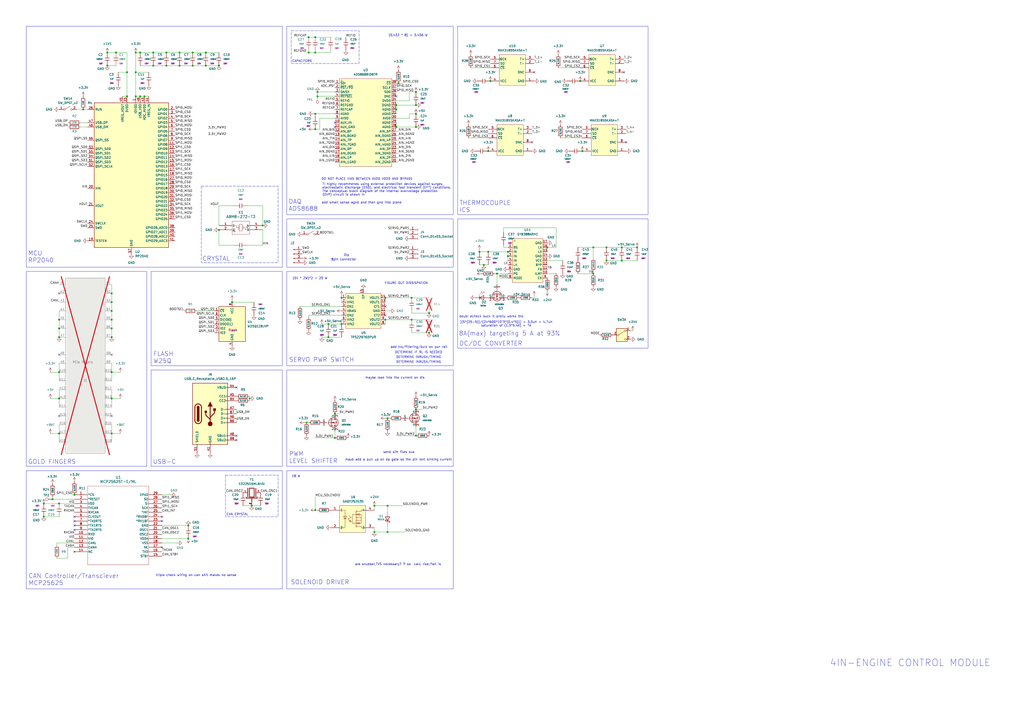
<source format=kicad_sch>
(kicad_sch (version 20250114) (generator "eeschema") (generator_version "9.0")
  (paper "A2")
  (lib_symbols
    (symbol "Connector:Bus_PCI_Express_x1" (pin_names (offset 0) (hide yes))
      (property "Reference" "J1" (at 4.826 -16.002 0))
      (property "info" "PCIe fingers" (at -1.524 -5.588 0))
      (symbol "Bus_PCI_Express_x1_1_1"
        (pin unspecified line (at -15.24 39.37 0) (length 3.81) (name "~{PRSNT1}") (number "A1"))
        (pin unspecified line (at -15.24 34.29 0) (length 3.81) (name "+12V") (number "A2"))
        (pin passive line (at -15.24 29.21 0) (length 3.81) (name "+12V") (number "A3"))
        (pin passive line (at -15.24 24.13 0) (length 3.81) (name "GND") (number "A4"))
        (pin input line (at -15.24 19.05 0) (length 3.81) (name "JTAG2") (number "A5"))
        (pin input line (at -15.24 13.97 0) (length 3.81) (name "JTAG3") (number "A6"))
        (pin output line (at -15.24 8.89 0) (length 3.81) (name "JTAG4") (number "A7"))
        (pin input line (at -15.24 -1.27 0) (length 3.81) (name "JTAG5") (number "A8"))
        (pin passive line (at -15.24 -6.35 0) (length 3.81) (name "+3.3V") (number "A9"))
        (pin passive line (at -15.24 -11.43 0) (length 3.81) (name "+3.3V") (number "A10"))
        (pin input line (at -15.24 -16.51 0) (length 3.81) (name "~{PERST}") (number "A11"))
        (pin passive line (at -15.24 -21.59 0) (length 3.81) (name "GND") (number "A12"))
        (pin input line (at -15.24 -26.67 0) (length 3.81) (name "REFCLK+") (number "A13"))
        (pin input line (at -15.24 -31.75 0) (length 3.81) (name "REFCLK-") (number "A14"))
        (pin passive line (at -15.24 -36.83 0) (length 3.81) (name "GND") (number "A15"))
        (pin output line (at -15.24 -41.91 0) (length 3.81) (name "PERp0") (number "A16"))
        (pin output line (at -15.24 -46.99 0) (length 3.81) (name "PERn0") (number "A17"))
        (pin passive line (at -15.24 -52.07 0) (length 3.81) (name "GND") (number "A18"))
        (pin power_in line (at 15.24 39.37 180) (length 3.81) (name "+12V") (number "B1"))
        (pin passive line (at 15.24 34.29 180) (length 3.81) (name "+12V") (number "B2"))
        (pin passive line (at 15.24 29.21 180) (length 3.81) (name "+12V") (number "B3"))
        (pin power_in line (at 15.24 24.13 180) (length 3.81) (name "GND") (number "B4"))
        (pin input line (at 15.24 19.05 180) (length 3.81) (name "SMCLK") (number "B5"))
        (pin bidirectional line (at 15.24 13.97 180) (length 3.81) (name "SMDAT") (number "B6"))
        (pin passive line (at 15.24 8.89 180) (length 3.81) (name "GND") (number "B7"))
        (pin power_in line (at 15.24 -1.27 180) (length 3.81) (name "+3.3V") (number "B8"))
        (pin input line (at 15.24 -6.35 180) (length 3.81) (name "JTAG1") (number "B9"))
        (pin power_in line (at 15.24 -11.43 180) (length 3.81) (name "3.3Vaux") (number "B10"))
        (pin open_collector line (at 15.24 -16.51 180) (length 3.81) (name "~{WAKE}") (number "B11"))
        (pin passive line (at 15.24 -21.59 180) (length 3.81) (name "RSVD") (number "B12"))
        (pin passive line (at 15.24 -26.67 180) (length 3.81) (name "GND") (number "B13"))
        (pin input line (at 15.24 -31.75 180) (length 3.81) (name "PETp0") (number "B14"))
        (pin input line (at 15.24 -36.83 180) (length 3.81) (name "PETn0") (number "B15"))
        (pin passive line (at 15.24 -41.91 180) (length 3.81) (name "GND") (number "B16"))
        (pin passive line (at 15.24 -46.99 180) (length 3.81) (name "~{PRSNT2}") (number "B17"))
        (pin passive line (at 15.24 -52.07 180) (length 3.81) (name "GND") (number "B18"))
      )
    )
    (symbol "Connector:Conn_01x03_Socket" (pin_names (offset 1.016) (hide yes))
      (property "Reference" "J" (at 0 5.08 0))
      (property "Value" "Conn_01x03_Socket" (at 0 -5.08 0))
      (symbol "Conn_01x03_Socket_1_1"
        (pin passive line (at -5.08 2.54 0) (length 3.81) (name "Pin_1") (number "1"))
        (pin passive line (at -5.08 0 0) (length 3.81) (name "Pin_2") (number "2"))
        (pin passive line (at -5.08 -2.54 0) (length 3.81) (name "Pin_3") (number "3"))
      )
    )
    (symbol "Connector:Conn_01x04_Pin" (pin_names (offset 1.016) (hide yes))
      (property "Reference" "J" (at 0 5.08 0))
      (property "Value" "Conn_01x04_Pin" (at 0 -7.62 0))
      (symbol "Conn_01x04_Pin_1_1"
        (pin passive line (at 5.08 2.54 180) (length 3.81) (name "Pin_1") (number "1"))
        (pin passive line (at 5.08 0 180) (length 3.81) (name "Pin_2") (number "2"))
        (pin passive line (at 5.08 -2.54 180) (length 3.81) (name "Pin_3") (number "3"))
        (pin passive line (at 5.08 -5.08 180) (length 3.81) (name "Pin_4") (number "4"))
      )
    )
    (symbol "Connector:TestPoint" (pin_numbers (hide yes)) (pin_names (offset 0.762) (hide yes))
      (property "Reference" "TP" (at 0 6.858 0))
      (property "Value" "TestPoint" (at 0 5.08 0))
      (symbol "TestPoint_1_1"
        (pin passive line (at 0 0 90) (length 2.54) (name "1") (number "1"))
      )
    )
    (symbol "Connector:USB_C_Receptacle_USB2.0_16P" (pin_names (offset 1.016))
      (property "Reference" "J" (at 0 22.225 0))
      (property "Value" "USB_C_Receptacle_USB2.0_16P" (at 0 19.685 0))
      (symbol "USB_C_Receptacle_USB2.0_16P_1_1"
        (pin passive line (at -7.62 -22.86 90) (length 5.08) (name "SHIELD") (number "S1"))
        (pin passive line (at 0 -22.86 90) (length 5.08) (name "GND") (number "A1"))
        (pin passive line (at 0 -22.86 90) (length 5.08) (hide yes) (name "GND") (number "A12"))
        (pin passive line (at 0 -22.86 90) (length 5.08) (hide yes) (name "GND") (number "B1"))
        (pin passive line (at 0 -22.86 90) (length 5.08) (hide yes) (name "GND") (number "B12"))
        (pin passive line (at 15.24 15.24 180) (length 5.08) (name "VBUS") (number "A4"))
        (pin passive line (at 15.24 15.24 180) (length 5.08) (hide yes) (name "VBUS") (number "A9"))
        (pin passive line (at 15.24 15.24 180) (length 5.08) (hide yes) (name "VBUS") (number "B4"))
        (pin passive line (at 15.24 15.24 180) (length 5.08) (hide yes) (name "VBUS") (number "B9"))
        (pin bidirectional line (at 15.24 10.16 180) (length 5.08) (name "CC1") (number "A5"))
        (pin bidirectional line (at 15.24 7.62 180) (length 5.08) (name "CC2") (number "B5"))
        (pin bidirectional line (at 15.24 2.54 180) (length 5.08) (name "D-") (number "A7"))
        (pin bidirectional line (at 15.24 0 180) (length 5.08) (name "D-") (number "B7"))
        (pin bidirectional line (at 15.24 -2.54 180) (length 5.08) (name "D+") (number "A6"))
        (pin bidirectional line (at 15.24 -5.08 180) (length 5.08) (name "D+") (number "B6"))
        (pin bidirectional line (at 15.24 -12.7 180) (length 5.08) (name "SBU1") (number "A8"))
        (pin bidirectional line (at 15.24 -15.24 180) (length 5.08) (name "SBU2") (number "B8"))
      )
    )
    (symbol "MCU_RaspberryPi:RP2040"
      (property "Reference" "U" (at 17.78 45.72 0))
      (property "Value" "RP2040" (at 17.78 43.18 0))
      (symbol "RP2040_1_1"
        (pin input line (at -25.4 38.1 0) (length 3.81) (name "RUN") (number "26"))
        (pin bidirectional line (at -25.4 30.48 0) (length 3.81) (name "USB_DP") (number "47"))
        (pin bidirectional line (at -25.4 27.94 0) (length 3.81) (name "USB_DM") (number "46"))
        (pin bidirectional line (at -25.4 20.32 0) (length 3.81) (name "QSPI_SS") (number "56"))
        (pin bidirectional line (at -25.4 15.24 0) (length 3.81) (name "QSPI_SD0") (number "53"))
        (pin bidirectional line (at -25.4 12.7 0) (length 3.81) (name "QSPI_SD1") (number "55"))
        (pin bidirectional line (at -25.4 10.16 0) (length 3.81) (name "QSPI_SD2") (number "54"))
        (pin bidirectional line (at -25.4 7.62 0) (length 3.81) (name "QSPI_SD3") (number "51"))
        (pin output line (at -25.4 5.08 0) (length 3.81) (name "QSPI_SCLK") (number "52"))
        (pin input line (at -25.4 -7.62 0) (length 3.81) (name "XIN") (number "20"))
        (pin passive line (at -25.4 -17.78 0) (length 3.81) (name "XOUT") (number "21"))
        (pin input line (at -25.4 -27.94 0) (length 3.81) (name "SWCLK") (number "24"))
        (pin bidirectional line (at -25.4 -30.48 0) (length 3.81) (name "SWD") (number "25"))
        (pin input line (at -25.4 -38.1 0) (length 3.81) (name "TESTEN") (number "19"))
        (pin power_out line (at -5.08 45.72 270) (length 3.81) (name "VREG_VOUT") (number "45"))
        (pin power_in line (at -2.54 45.72 270) (length 3.81) (name "DVDD") (number "23"))
        (pin passive line (at -2.54 45.72 270) (length 3.81) (hide yes) (name "DVDD") (number "50"))
        (pin power_in line (at 0 -45.72 90) (length 3.81) (name "GND") (number "57"))
        (pin power_in line (at 2.54 45.72 270) (length 3.81) (name "IOVDD") (number "1"))
        (pin passive line (at 2.54 45.72 270) (length 3.81) (hide yes) (name "IOVDD") (number "10"))
        (pin passive line (at 2.54 45.72 270) (length 3.81) (hide yes) (name "IOVDD") (number "22"))
        (pin passive line (at 2.54 45.72 270) (length 3.81) (hide yes) (name "IOVDD") (number "33"))
        (pin passive line (at 2.54 45.72 270) (length 3.81) (hide yes) (name "IOVDD") (number "42"))
        (pin passive line (at 2.54 45.72 270) (length 3.81) (hide yes) (name "IOVDD") (number "49"))
        (pin power_in line (at 5.08 45.72 270) (length 3.81) (name "USB_VDD") (number "48"))
        (pin power_in line (at 7.62 45.72 270) (length 3.81) (name "ADC_AVDD") (number "43"))
        (pin power_in line (at 10.16 45.72 270) (length 3.81) (name "VREG_IN") (number "44"))
        (pin bidirectional line (at 25.4 38.1 180) (length 3.81) (name "GPIO0") (number "2"))
        (pin bidirectional line (at 25.4 35.56 180) (length 3.81) (name "GPIO1") (number "3"))
        (pin bidirectional line (at 25.4 33.02 180) (length 3.81) (name "GPIO2") (number "4"))
        (pin bidirectional line (at 25.4 30.48 180) (length 3.81) (name "GPIO3") (number "5"))
        (pin bidirectional line (at 25.4 27.94 180) (length 3.81) (name "GPIO4") (number "6"))
        (pin bidirectional line (at 25.4 25.4 180) (length 3.81) (name "GPIO5") (number "7"))
        (pin bidirectional line (at 25.4 22.86 180) (length 3.81) (name "GPIO6") (number "8"))
        (pin bidirectional line (at 25.4 20.32 180) (length 3.81) (name "GPIO7") (number "9"))
        (pin bidirectional line (at 25.4 17.78 180) (length 3.81) (name "GPIO8") (number "11"))
        (pin bidirectional line (at 25.4 15.24 180) (length 3.81) (name "GPIO9") (number "12"))
        (pin bidirectional line (at 25.4 12.7 180) (length 3.81) (name "GPIO10") (number "13"))
        (pin bidirectional line (at 25.4 10.16 180) (length 3.81) (name "GPIO11") (number "14"))
        (pin bidirectional line (at 25.4 7.62 180) (length 3.81) (name "GPIO12") (number "15"))
        (pin bidirectional line (at 25.4 5.08 180) (length 3.81) (name "GPIO13") (number "16"))
        (pin bidirectional line (at 25.4 2.54 180) (length 3.81) (name "GPIO14") (number "17"))
        (pin bidirectional line (at 25.4 0 180) (length 3.81) (name "GPIO15") (number "18"))
        (pin bidirectional line (at 25.4 -2.54 180) (length 3.81) (name "GPIO16") (number "27"))
        (pin bidirectional line (at 25.4 -5.08 180) (length 3.81) (name "GPIO17") (number "28"))
        (pin bidirectional line (at 25.4 -7.62 180) (length 3.81) (name "GPIO18") (number "29"))
        (pin bidirectional line (at 25.4 -10.16 180) (length 3.81) (name "GPIO19") (number "30"))
        (pin bidirectional line (at 25.4 -12.7 180) (length 3.81) (name "GPIO20") (number "31"))
        (pin bidirectional line (at 25.4 -15.24 180) (length 3.81) (name "GPIO21") (number "32"))
        (pin bidirectional line (at 25.4 -17.78 180) (length 3.81) (name "GPIO22") (number "34"))
        (pin bidirectional line (at 25.4 -20.32 180) (length 3.81) (name "GPIO23") (number "35"))
        (pin bidirectional line (at 25.4 -22.86 180) (length 3.81) (name "GPIO24") (number "36"))
        (pin bidirectional line (at 25.4 -25.4 180) (length 3.81) (name "GPIO25") (number "37"))
        (pin bidirectional line (at 25.4 -30.48 180) (length 3.81) (name "GPIO26_ADC0") (number "38"))
        (pin bidirectional line (at 25.4 -33.02 180) (length 3.81) (name "GPIO27_ADC1") (number "39"))
        (pin bidirectional line (at 25.4 -35.56 180) (length 3.81) (name "GPIO28_ADC2") (number "40"))
        (pin bidirectional line (at 25.4 -38.1 180) (length 3.81) (name "GPIO29_ADC3") (number "41"))
      )
    )
    (symbol "Memory_Flash:W25Q128JVP"
      (property "Reference" "U" (at -6.35 11.43 0))
      (property "Value" "W25Q128JVP" (at 7.62 11.43 0))
      (symbol "W25Q128JVP_1_1"
        (pin input line (at -10.16 7.62 0) (length 2.54) (name "~{CS}") (number "1"))
        (pin input line (at -10.16 5.08 0) (length 2.54) (name "CLK") (number "6"))
        (pin bidirectional line (at -10.16 2.54 0) (length 2.54) (name "DI(IO0)") (number "5"))
        (pin bidirectional line (at -10.16 0 0) (length 2.54) (name "DO(IO1)") (number "2"))
        (pin bidirectional line (at -10.16 -2.54 0) (length 2.54) (name "IO2") (number "3"))
        (pin bidirectional line (at -10.16 -5.08 0) (length 2.54) (name "IO3") (number "7"))
        (pin power_in line (at 0 12.7 270) (length 2.54) (name "VCC") (number "8"))
        (pin power_in line (at 0 -12.7 90) (length 2.54) (name "GND") (number "4"))
      )
    )
    (symbol "PCM_JLCPCB-Capacitors:0402,100nF" (pin_numbers (hide yes)) (pin_names (offset 0))
      (property "Reference" "C" (at 2.032 1.668 0))
      (property "Value" "100nF" (at 2.032 -0.3782 0))
      (property "Voltage Rated" "16V" (at 2.032 -2.0462 0))
      (symbol "0402,100nF_1_1"
        (pin passive line (at 0 3.81 270) (length 3.175) (name "~") (number "1"))
        (pin passive line (at 0 -3.81 90) (length 3.175) (name "~") (number "2"))
      )
    )
    (symbol "PCM_JLCPCB-Capacitors:0402,1uF" (pin_numbers (hide yes)) (pin_names (offset 0))
      (property "Reference" "C" (at 2.032 1.668 0))
      (property "Value" "1uF" (at 2.032 -0.3782 0))
      (property "Voltage Rated" "25V" (at 2.032 -2.0462 0))
      (symbol "0402,1uF_1_1"
        (pin passive line (at 0 3.81 270) (length 3.175) (name "~") (number "1"))
        (pin passive line (at 0 -3.81 90) (length 3.175) (name "~") (number "2"))
      )
    )
    (symbol "PCM_JLCPCB-Capacitors:0402,220pF" (pin_numbers (hide yes)) (pin_names (offset 0))
      (property "Reference" "C" (at 2.032 1.668 0))
      (property "Value" "220pF" (at 2.032 -0.3782 0))
      (property "Voltage Rated" "50V" (at 2.032 -2.0462 0))
      (symbol "0402,220pF_1_1"
        (pin passive line (at 0 3.81 270) (length 3.175) (name "~") (number "1"))
        (pin passive line (at 0 -3.81 90) (length 3.175) (name "~") (number "2"))
      )
    )
    (symbol "PCM_JLCPCB-Capacitors:0603,15pF" (pin_numbers (hide yes)) (pin_names (offset 0))
      (property "Reference" "C" (at 2.032 1.668 0))
      (property "Value" "15pF" (at 2.032 -0.3782 0))
      (property "Voltage Rated" "50V" (at 2.032 -2.0462 0))
      (symbol "0603,15pF_1_1"
        (pin passive line (at 0 3.81 270) (length 3.175) (name "~") (number "1"))
        (pin passive line (at 0 -3.81 90) (length 3.175) (name "~") (number "2"))
      )
    )
    (symbol "PCM_JLCPCB-Capacitors:0603,1uF" (pin_numbers (hide yes)) (pin_names (offset 0))
      (property "Reference" "C" (at 2.032 1.668 0))
      (property "Value" "1uF" (at 2.032 -0.3782 0))
      (property "Voltage Rated" "50V" (at 2.032 -2.0462 0))
      (symbol "0603,1uF_1_1"
        (pin passive line (at 0 3.81 270) (length 3.175) (name "~") (number "1"))
        (pin passive line (at 0 -3.81 90) (length 3.175) (name "~") (number "2"))
      )
    )
    (symbol "PCM_JLCPCB-Capacitors:0603,22pF" (pin_numbers (hide yes)) (pin_names (offset 0))
      (property "Reference" "C" (at 2.032 1.668 0))
      (property "Value" "22pF" (at 2.032 -0.3782 0))
      (property "Voltage Rated" "50V" (at 2.032 -2.0462 0))
      (symbol "0603,22pF_1_1"
        (pin passive line (at 0 3.81 270) (length 3.175) (name "~") (number "1"))
        (pin passive line (at 0 -3.81 90) (length 3.175) (name "~") (number "2"))
      )
    )
    (symbol "PCM_JLCPCB-Capacitors:0805,10uF" (pin_numbers (hide yes)) (pin_names (offset 0))
      (property "Reference" "C" (at 2.032 1.668 0))
      (property "Value" "10uF" (at 2.032 -0.3782 0))
      (property "Voltage Rated" "25V" (at 2.032 -2.0462 0))
      (symbol "0805,10uF_1_1"
        (pin passive line (at 0 3.81 270) (length 3.175) (name "~") (number "1"))
        (pin passive line (at 0 -3.81 90) (length 3.175) (name "~") (number "2"))
      )
    )
    (symbol "PCM_JLCPCB-Capacitors:0805,10uF,(2)" (pin_numbers (hide yes)) (pin_names (offset 0))
      (property "Reference" "C" (at 2.032 1.668 0))
      (property "Value" "10uF" (at 2.032 -0.3782 0))
      (property "Voltage Rated" "50V" (at 2.032 -2.0462 0))
      (symbol "0805,10uF,(2)_1_1"
        (pin passive line (at 0 3.81 270) (length 3.175) (name "~") (number "1"))
        (pin passive line (at 0 -3.81 90) (length 3.175) (name "~") (number "2"))
      )
    )
    (symbol "PCM_JLCPCB-Capacitors:0805,2.2uF" (pin_numbers (hide yes)) (pin_names (offset 0))
      (property "Reference" "C" (at 2.032 1.668 0))
      (property "Value" "2.2uF" (at 2.032 -0.3782 0))
      (property "Voltage Rated" "50V" (at 2.032 -2.0462 0))
      (symbol "0805,2.2uF_1_1"
        (pin passive line (at 0 3.81 270) (length 3.175) (name "~") (number "1"))
        (pin passive line (at 0 -3.81 90) (length 3.175) (name "~") (number "2"))
      )
    )
    (symbol "PCM_JLCPCB-Diodes:LED,0603,White" (pin_numbers (hide yes)) (pin_names (offset 0))
      (property "Reference" "D" (at 2.032 0.834 0))
      (property "Value" "White" (at 2.032 -1.2122 0))
      (symbol "LED,0603,White_1_1"
        (pin passive line (at 0 3.81 270) (length 3.81) (name "~") (number "2"))
        (pin passive line (at 0 -3.81 90) (length 3.81) (name "~") (number "1"))
      )
    )
    (symbol "PCM_JLCPCB-Diodes:Schottky,SS210" (pin_numbers (hide yes)) (pin_names (offset 0))
      (property "Reference" "D" (at 2.032 0.834 0))
      (property "Value" "SS210" (at 2.032 -1.2122 0))
      (symbol "Schottky,SS210_1_1"
        (pin passive line (at 0 3.81 270) (length 3.81) (name "~") (number "2"))
        (pin passive line (at 0 -3.81 90) (length 3.81) (name "~") (number "1"))
      )
    )
    (symbol "PCM_JLCPCB-Resistors:0402,10kΩ" (pin_numbers (hide yes)) (pin_names (offset 0))
      (property "Reference" "R" (at 1.778 0 0))
      (property "Value" "10kΩ" (at 0 0 90))
      (symbol "0402,10kΩ_1_1"
        (pin passive line (at 0 3.81 270) (length 1.27) (name "~") (number "1"))
        (pin passive line (at 0 -3.81 90) (length 1.27) (name "~") (number "2"))
      )
    )
    (symbol "PCM_JLCPCB-Resistors:0603,10Ω" (pin_numbers (hide yes)) (pin_names (offset 0))
      (property "Reference" "R" (at 1.778 0 0))
      (property "Value" "10Ω" (at 0 0 90))
      (symbol "0603,10Ω_1_1"
        (pin passive line (at 0 3.81 270) (length 1.27) (name "~") (number "1"))
        (pin passive line (at 0 -3.81 90) (length 1.27) (name "~") (number "2"))
      )
    )
    (symbol "PCM_JLCPCB-Resistors:0603,120Ω" (pin_numbers (hide yes)) (pin_names (offset 0))
      (property "Reference" "R" (at 1.778 0 0))
      (property "Value" "120Ω" (at 0 0 90))
      (symbol "0603,120Ω_1_1"
        (pin passive line (at 0 3.81 270) (length 1.27) (name "~") (number "1"))
        (pin passive line (at 0 -3.81 90) (length 1.27) (name "~") (number "2"))
      )
    )
    (symbol "PCM_JLCPCB-Resistors:0603,160kΩ" (pin_numbers (hide yes)) (pin_names (offset 0))
      (property "Reference" "R" (at 1.778 0 0))
      (property "Value" "160kΩ" (at 0 0 90))
      (symbol "0603,160kΩ_1_1"
        (pin passive line (at 0 3.81 270) (length 1.27) (name "~") (number "1"))
        (pin passive line (at 0 -3.81 90) (length 1.27) (name "~") (number "2"))
      )
    )
    (symbol "PCM_JLCPCB-Resistors:0603,1kΩ" (pin_numbers (hide yes)) (pin_names (offset 0))
      (property "Reference" "R" (at 1.778 0 0))
      (property "Value" "1kΩ" (at 0 0 90))
      (symbol "0603,1kΩ_1_1"
        (pin passive line (at 0 3.81 270) (length 1.27) (name "~") (number "1"))
        (pin passive line (at 0 -3.81 90) (length 1.27) (name "~") (number "2"))
      )
    )
    (symbol "PCM_JLCPCB-Resistors:0603,22kΩ" (pin_numbers (hide yes)) (pin_names (offset 0))
      (property "Reference" "R" (at 1.778 0 0))
      (property "Value" "22kΩ" (at 0 0 90))
      (symbol "0603,22kΩ_1_1"
        (pin passive line (at 0 3.81 270) (length 1.27) (name "~") (number "1"))
        (pin passive line (at 0 -3.81 90) (length 1.27) (name "~") (number "2"))
      )
    )
    (symbol "PCM_JLCPCB-Resistors:0603,27Ω" (pin_numbers (hide yes)) (pin_names (offset 0))
      (property "Reference" "R" (at 1.778 0 0))
      (property "Value" "27Ω" (at 0 0 90))
      (symbol "0603,27Ω_1_1"
        (pin passive line (at 0 3.81 270) (length 1.27) (name "~") (number "1"))
        (pin passive line (at 0 -3.81 90) (length 1.27) (name "~") (number "2"))
      )
    )
    (symbol "PCM_JLCPCB-Resistors:0603,300Ω" (pin_numbers (hide yes)) (pin_names (offset 0))
      (property "Reference" "R" (at 1.778 0 0))
      (property "Value" "300Ω" (at 0 0 90))
      (symbol "0603,300Ω_1_1"
        (pin passive line (at 0 3.81 270) (length 1.27) (name "~") (number "1"))
        (pin passive line (at 0 -3.81 90) (length 1.27) (name "~") (number "2"))
      )
    )
    (symbol "PCM_JLCPCB-Resistors:0603,5.1kΩ" (pin_numbers (hide yes)) (pin_names (offset 0))
      (property "Reference" "R" (at 1.778 0 0))
      (property "Value" "5.1kΩ" (at 0 0 90))
      (symbol "0603,5.1kΩ_1_1"
        (pin passive line (at 0 3.81 270) (length 1.27) (name "~") (number "1"))
        (pin passive line (at 0 -3.81 90) (length 1.27) (name "~") (number "2"))
      )
    )
    (symbol "PCM_JLCPCB-Transistors:NMOS,AO3400A" (pin_names (offset 0))
      (property "Reference" "Q" (at 4.8514 0.834 0))
      (property "Value" "AO3400A" (at 4.8514 -1.2122 0))
      (symbol "NMOS,AO3400A_1_1"
        (pin input line (at -5.08 0 0) (length 2.54) (name "G") (number "1"))
        (pin passive line (at 2.54 5.08 270) (length 2.54) (name "D") (number "3"))
        (pin passive line (at 2.54 -5.08 90) (length 2.54) (name "S") (number "2"))
      )
    )
    (symbol "Switch:SW_DPDT_x2" (pin_names (offset 0) (hide yes))
      (property "Reference" "SW" (at 0 5.08 0))
      (property "Value" "SW_DPDT_x2" (at 0 -5.08 0))
      (symbol "SW_DPDT_x2_1_1"
        (pin passive line (at -5.08 0 0) (length 2.54) (name "B") (number "2"))
        (pin passive line (at 5.08 2.54 180) (length 2.54) (name "A") (number "1"))
        (pin passive line (at 5.08 -2.54 180) (length 2.54) (name "C") (number "3"))
      )
      (symbol "SW_DPDT_x2_2_1"
        (pin passive line (at -5.08 0 0) (length 2.54) (name "B") (number "5"))
        (pin passive line (at 5.08 2.54 180) (length 2.54) (name "A") (number "4"))
        (pin passive line (at 5.08 -2.54 180) (length 2.54) (name "C") (number "6"))
      )
    )
    (symbol "Switch:SW_DPST_x2" (pin_names (offset 0) (hide yes))
      (property "Reference" "SW" (at 0 3.175 0))
      (property "Value" "SW_DPST_x2" (at 0 -2.54 0))
      (symbol "SW_DPST_x2_1_1"
        (pin passive line (at -5.08 0 0) (length 2.54) (name "A") (number "1"))
        (pin passive line (at 5.08 0 180) (length 2.54) (name "B") (number "2"))
      )
      (symbol "SW_DPST_x2_2_1"
        (pin passive line (at -5.08 0 0) (length 2.54) (name "A") (number "3"))
        (pin passive line (at 5.08 0 180) (length 2.54) (name "B") (number "4"))
      )
    )
    (symbol "challenge symbols:ABM8-272-T3" (pin_names (offset 0.254))
      (property "Reference" "X" (at 12.7 7.62 0))
      (property "Value" "ABM8-272-T3" (at 12.7 5.08 0))
      (symbol "ABM8-272-T3_0_1"
        (pin unspecified line (at 0 0 0) (length 7.62) (name "1") (number "1"))
        (pin unspecified line (at 0 -2.54 0) (length 7.62) (name "2") (number "2"))
        (pin unspecified line (at 25.4 0 180) (length 7.62) (name "4") (number "4"))
        (pin unspecified line (at 25.4 -2.54 180) (length 7.62) (name "3") (number "3"))
      )
    )
    (symbol "challenge symbols:MCP25625T-E_ML" (pin_names (offset 0.254))
      (property "Reference" "U" (at 25.4 10.16 0))
      (property "Value" "MCP25625T-E/ML" (at 25.4 7.62 0))
      (symbol "MCP25625T-E_ML_0_1"
        (pin input line (at 0 0 0) (length 7.62) (name "*CS") (number "1"))
        (pin input line (at 0 -2.54 0) (length 7.62) (name "*RESET") (number "2"))
        (pin power_in line (at 0 -5.08 0) (length 7.62) (name "VDD") (number "3"))
        (pin output line (at 0 -7.62 0) (length 7.62) (name "TXCAN") (number "4"))
        (pin input line (at 0 -10.16 0) (length 7.62) (name "RXCAN") (number "5"))
        (pin output line (at 0 -12.7 0) (length 7.62) (name "CLKOUT") (number "6"))
        (pin input line (at 0 -15.24 0) (length 7.62) (name "*TX0RTS") (number "7"))
        (pin input line (at 0 -17.78 0) (length 7.62) (name "*TX1RTS") (number "8"))
        (pin input line (at 0 -20.32 0) (length 7.62) (name "*TX2RTS") (number "9"))
        (pin output line (at 0 -22.86 0) (length 7.62) (name "RXD") (number "10"))
        (pin power_in line (at 0 -25.4 0) (length 7.62) (name "VIO") (number "11"))
        (pin bidirectional line (at 0 -27.94 0) (length 7.62) (name "CANL") (number "12"))
        (pin bidirectional line (at 0 -30.48 0) (length 7.62) (name "CANH") (number "13"))
        (pin no_connect line (at 0 -33.02 0) (length 7.62) (name "NC") (number "14"))
        (pin unspecified line (at 50.8 0 180) (length 7.62) (name "EPAD") (number "29"))
        (pin output line (at 50.8 -2.54 180) (length 7.62) (name "SO") (number "28"))
        (pin input line (at 50.8 -5.08 180) (length 7.62) (name "SI") (number "27"))
        (pin input line (at 50.8 -7.62 180) (length 7.62) (name "SCK") (number "26"))
        (pin output line (at 50.8 -10.16 180) (length 7.62) (name "*INT") (number "25"))
        (pin output line (at 50.8 -12.7 180) (length 7.62) (name "*RX0BF") (number "24"))
        (pin output line (at 50.8 -15.24 180) (length 7.62) (name "*RX1BF") (number "23"))
        (pin power_in line (at 50.8 -17.78 180) (length 7.62) (name "GND") (number "22"))
        (pin input line (at 50.8 -20.32 180) (length 7.62) (name "OSC1") (number "21"))
        (pin output line (at 50.8 -22.86 180) (length 7.62) (name "OSC2") (number "20"))
        (pin power_in line (at 50.8 -25.4 180) (length 7.62) (name "VDDA") (number "19"))
        (pin power_in line (at 50.8 -27.94 180) (length 7.62) (name "VSS") (number "18"))
        (pin no_connect line (at 50.8 -30.48 180) (length 7.62) (name "NC") (number "17"))
        (pin input line (at 50.8 -33.02 180) (length 7.62) (name "TXD") (number "16"))
        (pin input line (at 50.8 -35.56 180) (length 7.62) (name "STBY") (number "15"))
      )
    )
    (symbol "challenge symbols:X322516MLB4SI" (pin_names (offset 1.016))
      (property "Reference" "Y" (at -5.08 6.35 0))
      (property "Value" "X322516MLB4SI" (at -5.08 3.81 0))
      (symbol "X322516MLB4SI_0_0"
        (pin passive line (at -5.08 0 0) (length 2.54) (name "~") (number "1"))
        (pin power_in line (at 0 -7.62 90) (length 2.54) (name "~") (number "2"))
        (pin power_in line (at 0 -7.62 90) (length 2.54) (name "~") (number "4"))
        (pin passive line (at 5.08 0 180) (length 2.54) (name "~") (number "3"))
      )
    )
    (symbol "easyeda2kicad:ADS8688IDBTR"
      (property "Reference" "U" (at 0 27.94 0))
      (property "Value" "ADS8688IDBTR" (at 0 -27.94 0))
      (symbol "ADS8688IDBTR_0_1"
        (pin unspecified line (at -17.78 22.86 0) (length 2.54) (name "SDI") (number "1"))
        (pin unspecified line (at -17.78 20.32 0) (length 2.54) (name "~{RST}/~{PD}") (number "2"))
        (pin unspecified line (at -17.78 17.78 0) (length 2.54) (name "DAISY") (number "3"))
        (pin unspecified line (at -17.78 15.24 0) (length 2.54) (name "~{REFSEL}") (number "4"))
        (pin unspecified line (at -17.78 12.7 0) (length 2.54) (name "REFIO") (number "5"))
        (pin unspecified line (at -17.78 10.16 0) (length 2.54) (name "REFGND") (number "6"))
        (pin unspecified line (at -17.78 7.62 0) (length 2.54) (name "REFCAP") (number "7"))
        (pin unspecified line (at -17.78 5.08 0) (length 2.54) (name "AGND") (number "8"))
        (pin unspecified line (at -17.78 2.54 0) (length 2.54) (name "AVDD") (number "9"))
        (pin unspecified line (at -17.78 0 0) (length 2.54) (name "AUX_IN") (number "10"))
        (pin unspecified line (at -17.78 -2.54 0) (length 2.54) (name "AUX_GND") (number "11"))
        (pin unspecified line (at -17.78 -5.08 0) (length 2.54) (name "AIN_6P") (number "12"))
        (pin unspecified line (at -17.78 -7.62 0) (length 2.54) (name "AIN_6GND") (number "13"))
        (pin unspecified line (at -17.78 -10.16 0) (length 2.54) (name "AIN_7P") (number "14"))
        (pin unspecified line (at -17.78 -12.7 0) (length 2.54) (name "AIN_7GND") (number "15"))
        (pin unspecified line (at -17.78 -15.24 0) (length 2.54) (name "AIN_0P") (number "16"))
        (pin unspecified line (at -17.78 -17.78 0) (length 2.54) (name "AIN_0GND") (number "17"))
        (pin unspecified line (at -17.78 -20.32 0) (length 2.54) (name "AIN_1P") (number "18"))
        (pin unspecified line (at -17.78 -22.86 0) (length 2.54) (name "AIN_1GND") (number "19"))
        (pin unspecified line (at 17.78 22.86 180) (length 2.54) (name "~{CS}") (number "38"))
        (pin unspecified line (at 17.78 20.32 180) (length 2.54) (name "SCLK") (number "37"))
        (pin unspecified line (at 17.78 17.78 180) (length 2.54) (name "SDO") (number "36"))
        (pin unspecified line (at 17.78 15.24 180) (length 2.54) (name "DNC") (number "35"))
        (pin unspecified line (at 17.78 12.7 180) (length 2.54) (name "DVDD") (number "34"))
        (pin unspecified line (at 17.78 10.16 180) (length 2.54) (name "DGND") (number "33"))
        (pin unspecified line (at 17.78 7.62 180) (length 2.54) (name "AGND") (number "32"))
        (pin unspecified line (at 17.78 5.08 180) (length 2.54) (name "AGND") (number "31"))
        (pin unspecified line (at 17.78 2.54 180) (length 2.54) (name "AVDD") (number "30"))
        (pin unspecified line (at 17.78 0 180) (length 2.54) (name "AGND") (number "29"))
        (pin unspecified line (at 17.78 -2.54 180) (length 2.54) (name "AGND") (number "28"))
        (pin unspecified line (at 17.78 -5.08 180) (length 2.54) (name "AIN_5P") (number "27"))
        (pin unspecified line (at 17.78 -7.62 180) (length 2.54) (name "AIN_5GND") (number "26"))
        (pin unspecified line (at 17.78 -10.16 180) (length 2.54) (name "AIN_4P") (number "25"))
        (pin unspecified line (at 17.78 -12.7 180) (length 2.54) (name "AIN_4GND") (number "24"))
        (pin unspecified line (at 17.78 -15.24 180) (length 2.54) (name "AIN_3P") (number "23"))
        (pin unspecified line (at 17.78 -17.78 180) (length 2.54) (name "AIN_3GND") (number "22"))
        (pin unspecified line (at 17.78 -20.32 180) (length 2.54) (name "AIN_2P") (number "21"))
        (pin unspecified line (at 17.78 -22.86 180) (length 2.54) (name "AIN_2GND") (number "20"))
      )
    )
    (symbol "easyeda2kicad:GAQY252G3S"
      (property "Reference" "U" (at 0 10.16 0))
      (property "Value" "GAQY252G3S" (at 0 -10.16 0))
      (symbol "GAQY252G3S_0_1"
        (pin unspecified line (at -12.7 5.08 0) (length 5.08) (name "1") (number "1"))
        (pin unspecified line (at -12.7 -5.08 0) (length 5.08) (name "2") (number "2"))
        (pin unspecified line (at 12.7 5.08 180) (length 5.08) (name "4") (number "4"))
        (pin unspecified line (at 12.7 -5.08 180) (length 5.08) (name "3") (number "3"))
      )
    )
    (symbol "easyeda2kicad:MAX31855KASA+T"
      (property "Reference" "U" (at 0 11.43 0))
      (property "Value" "MAX31855KASA+T" (at 0 -11.43 0))
      (symbol "MAX31855KASA+T_0_1"
        (pin unspecified clock (at -12.7 6.35 0) (length 5.08) (name "SCK") (number "5"))
        (pin output line (at -12.7 3.81 0) (length 5.08) (name "SO") (number "7"))
        (pin unspecified line (at -12.7 1.27 0) (length 5.08) (name "~{CS}") (number "6"))
        (pin power_in line (at -12.7 -6.35 0) (length 5.08) (name "VCC") (number "4"))
        (pin unspecified line (at 12.7 6.35 180) (length 5.08) (name "T+") (number "3"))
        (pin unspecified line (at 12.7 3.81 180) (length 5.08) (name "T-") (number "2"))
        (pin unspecified line (at 12.7 -1.27 180) (length 5.08) (name "DNC") (number "8"))
        (pin power_in line (at 12.7 -6.35 180) (length 5.08) (name "GND") (number "1"))
      )
    )
    (symbol "easyeda2kicad:SY8388ARHC"
      (property "Reference" "U" (at 0 15.24 0))
      (property "Value" "SY8388ARHC" (at 0 -15.24 0))
      (symbol "SY8388ARHC_0_1"
        (pin unspecified line (at -11.43 7.62 0) (length 2.54) (name "BS") (number "1"))
        (pin unspecified line (at -11.43 5.08 0) (length 2.54) (name "IN") (number "2"))
        (pin unspecified line (at -11.43 2.54 0) (length 2.54) (name "IN") (number "3"))
        (pin unspecified line (at -11.43 0 0) (length 2.54) (name "IN") (number "4"))
        (pin unspecified line (at -11.43 -2.54 0) (length 2.54) (name "LX") (number "5"))
        (pin unspecified line (at -11.43 -5.08 0) (length 2.54) (name "GND") (number "6"))
        (pin unspecified line (at -11.43 -7.62 0) (length 2.54) (name "PG") (number "7"))
        (pin unspecified line (at -11.43 -10.16 0) (length 2.54) (name "MODE") (number "8"))
        (pin unspecified line (at 11.43 10.16 180) (length 2.54) (name "GND") (number "17"))
        (pin unspecified line (at 11.43 7.62 180) (length 2.54) (name "LX") (number "16"))
        (pin unspecified line (at 11.43 5.08 180) (length 2.54) (name "LX") (number "15"))
        (pin unspecified line (at 11.43 2.54 180) (length 2.54) (name "GND") (number "14"))
        (pin unspecified line (at 11.43 0 180) (length 2.54) (name "VCC") (number "13"))
        (pin unspecified line (at 11.43 -2.54 180) (length 2.54) (name "BYP") (number "12"))
        (pin unspecified line (at 11.43 -5.08 180) (length 2.54) (name "FB") (number "11"))
        (pin unspecified line (at 11.43 -7.62 180) (length 2.54) (name "ILMT") (number "10"))
        (pin unspecified line (at 11.43 -10.16 180) (length 2.54) (name "EN") (number "9"))
      )
    )
    (symbol "easyeda2kicad:TPS22976DPUR"
      (property "Reference" "U" (at 0 17.78 0))
      (property "Value" "TPS22976DPUR" (at 0 -12.7 0))
      (symbol "TPS22976DPUR_0_1"
        (pin unspecified line (at -12.7 7.62 0) (length 2.54) (name "VIN1") (number "1"))
        (pin unspecified line (at -12.7 5.08 0) (length 2.54) (name "VIN1") (number "2"))
        (pin unspecified line (at -12.7 2.54 0) (length 2.54) (name "ON1") (number "3"))
        (pin unspecified line (at -12.7 0 0) (length 2.54) (name "VBIAS") (number "4"))
        (pin unspecified line (at -12.7 -2.54 0) (length 2.54) (name "ON2") (number "5"))
        (pin unspecified line (at -12.7 -5.08 0) (length 2.54) (name "VIN2") (number "6"))
        (pin unspecified line (at -12.7 -7.62 0) (length 2.54) (name "VIN2") (number "7"))
        (pin unspecified line (at 0 12.7 270) (length 2.54) (name "EP") (number "15"))
        (pin unspecified line (at 12.7 7.62 180) (length 2.54) (name "VOUT1") (number "14"))
        (pin unspecified line (at 12.7 5.08 180) (length 2.54) (name "VOUT1") (number "13"))
        (pin unspecified line (at 12.7 2.54 180) (length 2.54) (name "CT1") (number "12"))
        (pin unspecified line (at 12.7 0 180) (length 2.54) (name "GND") (number "11"))
        (pin unspecified line (at 12.7 -2.54 180) (length 2.54) (name "CT2") (number "10"))
        (pin unspecified line (at 12.7 -5.08 180) (length 2.54) (name "VOUT2") (number "9"))
        (pin unspecified line (at 12.7 -7.62 180) (length 2.54) (name "VOUT2") (number "8"))
      )
    )
    (symbol "power:+1V1" (power) (pin_numbers (hide yes)) (pin_names (offset 0) (hide yes))
      (property "Value" "+1V1" (at 0 3.556 0))
      (symbol "+1V1_1_1"
        (pin power_in line (at 0 0 90) (length 0) (name "~") (number "1"))
      )
    )
    (symbol "power:+24V" (power) (pin_numbers (hide yes)) (pin_names (offset 0) (hide yes))
      (property "Value" "+24V" (at 0 3.556 0))
      (symbol "+24V_1_1"
        (pin power_in line (at 0 0 90) (length 0) (name "~") (number "1"))
      )
    )
    (symbol "power:+3.3V" (power) (pin_numbers (hide yes)) (pin_names (offset 0) (hide yes))
      (property "Value" "+3.3V" (at 0 3.556 0))
      (symbol "+3.3V_1_1"
        (pin power_in line (at 0 0 90) (length 0) (name "~") (number "1"))
      )
    )
    (symbol "power:+5V" (power) (pin_numbers (hide yes)) (pin_names (offset 0) (hide yes))
      (property "Value" "+5V" (at 0 3.556 0))
      (symbol "+5V_1_1"
        (pin power_in line (at 0 0 90) (length 0) (name "~") (number "1"))
      )
    )
    (symbol "power:GND" (power) (pin_numbers (hide yes)) (pin_names (offset 0) (hide yes))
      (property "Value" "GND" (at 0 -3.81 0))
      (symbol "GND_1_1"
        (pin power_in line (at 0 0 270) (length 0) (name "~") (number "1"))
      )
    )
    (symbol "power:VAA" (power) (pin_numbers (hide yes)) (pin_names (offset 0) (hide yes))
      (property "Value" "VAA" (at 0 3.556 0))
      (symbol "VAA_1_1"
        (pin power_in line (at 0 0 90) (length 0) (name "~") (number "1"))
      )
    )
  )
  (rectangle (start 15.24 157.48) (end 85.09 270.51))
  (rectangle (start 265.43 127) (end 375.92 201.93))
  (rectangle (start 166.37 15.24) (end 262.89 124.46))
  (rectangle (start 166.37 127) (end 262.89 154.94))
  (rectangle (start 166.37 157.48) (end 262.89 212.09))
  (rectangle (start 166.37 214.63) (end 262.89 270.51))
  (rectangle (start 168.91 17.78) (end 208.28 36.83) (stroke (width 0) (type dash)))
  (rectangle (start 166.37 273.05) (end 262.89 341.63))
  (rectangle (start 87.63 214.63) (end 163.83 270.51))
  (rectangle (start 130.81 275.59) (end 161.29 299.72) (stroke (width 0) (type dash)))
  (rectangle (start 116.84 107.95) (end 161.29 152.4) (stroke (width 0) (type dash)))
  (rectangle (start 265.43 15.24) (end 375.92 124.46))
  (rectangle (start 15.24 15.24) (end 163.83 154.94))
  (rectangle (start 87.63 157.48) (end 163.83 212.09))
  (rectangle (start 15.24 273.05) (end 163.83 341.63))
  (text "CAPACITORS\n\n" (at 169.418 38.354 0) (effects (font (size 1.27 1.27)) (justify left bottom)))
  (text "2tp\n" (at 200.914 148.082 0) (effects (font (size 1.27 1.27))))
  (text "DETERMINE INRUSH/TIMING" (at 242.824 210.058 0) (effects (font (size 1.27 1.27))))
  (text "SERVO PWR SWITCH\n" (at 167.64 210.312 0) (effects (font (size 2.54 2.54)) (justify left bottom)))
  (text "8A(max) targeting 5 A at 93%" (at 266.192 195.072 0) (effects (font (size 2.54 2.54)) (justify left bottom)))
  (text "DO NOT PLACE VIAS BETWEEN AVDD VDDD AND BYPASS\n" (at 212.852 103.886 0) (effects (font (size 1.27 1.27))))
  (text "8pin connector\n" (at 199.39 150.622 0) (effects (font (size 1.27 1.27))))
  (text "mayb add a pull up on da gate so the pin isnt sinking current " (at 231.648 266.7 0) (effects (font (size 1.27 1.27))))
  (text "FIGURE OUT DISSISPATION" (at 235.712 164.338 0) (effects (font (size 1.27 1.27))))
  (text "USB-C\n" (at 88.646 269.494 0) (effects (font (size 2.54 2.54)) (justify left bottom)))
  (text "SOLENOID DRIVER\n" (at 168.656 339.344 0) (effects (font (size 2.54 2.54)) (justify left bottom)))
  (text "PWM \nLEVEL SHIFTER\n" (at 167.64 268.986 0) (effects (font (size 2.54 2.54)) (justify left bottom)))
  (text "THERMOCOUPLE \nICS\n" (at 266.446 123.444 0) (effects (font (size 2.54 2.54)) (justify left bottom)))
  (text "add small sense agnd and then gnd into plane\n" (at 209.804 117.602 0) (effects (font (size 1.27 1.27))))
  (text "GOLD FINGERS" (at 16.256 269.494 0) (effects (font (size 2.54 2.54)) (justify left bottom)))
  (text "maybe look into the current on dis\n" (at 229.108 219.202 0) (effects (font (size 1.27 1.27))))
  (text "DC/DC CONVERTER\n" (at 266.446 200.914 0) (effects (font (size 2.54 2.54)) (justify left bottom)))
  (text "CAN CRYSTAL\n" (at 131.318 299.212 0) (effects (font (size 1.27 1.27)) (justify left bottom)))
  (text "[(5*(25-5))/(24*600*10^3*(0.4*5))] = 3.3uH = 4.7uH\nsaturation of (1.3*5.4A) = 7A" (at 293.624 187.96 0) (effects (font (size 1.27 1.27))))
  (text "MCU\nRP2040\n" (at 16.256 152.654 0) (effects (font (size 2.54 2.54)) (justify left bottom)))
  (text "18 W" (at 171.704 276.352 0) (effects (font (size 1.27 1.27))))
  (text "(5V * 2W)*2 = 20 W" (at 179.832 161.544 0) (effects (font (size 1.27 1.27))))
  (text "4IN-ENGINE CONTROL MODULE\n\n" (at 481.33 393.446 0) (effects (font (size 4 4)) (justify left bottom)))
  (text "CRYSTAL\n" (at 117.348 151.638 0) (effects (font (size 2.54 2.54)) (justify left bottom)))
  (text "TI highly recommends using external protection devices against surges, \nelectrostatic discharge (ESD), and electrical fast transient (EFT) conditions. \nThe conceptual block diagram of the internal overvoltage protection\n(OVP) circuit is shown in " (at 186.944 109.982 0) (effects (font (size 1.27 1.27)) (justify left)))
  (text "(0.432 * 8) = 3.456 W\n" (at 236.728 20.574 0) (effects (font (size 1.27 1.27))))
  (text "triple check wiring on can shit makes no sense\n" (at 113.792 333.756 0) (effects (font (size 1.27 1.27))))
  (text "add tvs/filtering/bulk on pwr rail\n" (at 243.078 201.422 0) (effects (font (size 1.27 1.27))))
  (text "are snubber,TVS necessary? if so  calc rise/fall is \n" (at 231.394 327.406 0) (effects (font (size 1.27 1.27))))
  (text "send sim files ova\n" (at 231.394 262.382 0) (effects (font (size 1.27 1.27))))
  (text "doubl echeck buck it prolly works tho\n" (at 284.988 183.642 0) (effects (font (size 1.27 1.27))))
  (text "DETERMINE IF RL IS NEEDED\n" (at 242.824 204.47 0) (effects (font (size 1.27 1.27))))
  (text "DAQ\nADS8688\n" (at 167.386 122.682 0) (effects (font (size 2.54 2.54)) (justify left bottom)))
  (text "CAN Controller/Transciever\nMCP25625" (at 16.51 339.852 0) (effects (font (size 2.54 2.54)) (justify left bottom)))
  (text "DETERMINE INRUSH/TIMING" (at 242.824 207.264 0) (effects (font (size 1.27 1.27))))
  (text "FLASH\nW25Q\n\n" (at 88.9 215.138 0) (effects (font (size 2.54 2.54)) (justify left bottom)))
  (junction (at 30.48 289.56))
  (junction (at 64.77 251.46))
  (junction (at 184.15 53.34))
  (junction (at 283.21 87.63))
  (junction (at 73.66 55.88))
  (junction (at 280.67 153.67))
  (junction (at 344.17 158.75))
  (junction (at 238.76 185.42))
  (junction (at 64.77 190.5))
  (junction (at 64.77 180.34))
  (junction (at 34.29 215.9))
  (junction (at 194.31 254))
  (junction (at 127 38.1))
  (junction (at 64.77 175.26))
  (junction (at 231.14 48.26))
  (junction (at 190.5 195.58))
  (junction (at 73.66 41.91))
  (junction (at 182.88 21.59))
  (junction (at 182.88 295.91))
  (junction (at 34.29 190.5))
  (junction (at 241.3 73.66))
  (junction (at 64.77 195.58))
  (junction (at 360.68 151.13))
  (junction (at 337.82 87.63))
  (junction (at 64.77 185.42))
  (junction (at 294.64 148.59))
  (junction (at 111.76 30.48))
  (junction (at 223.52 172.72))
  (junction (at 217.17 308.61))
  (junction (at 241.3 237.49))
  (junction (at 62.23 30.48))
  (junction (at 78.74 30.48))
  (junction (at 43.18 287.02))
  (junction (at 248.92 193.04))
  (junction (at 229.87 73.66))
  (junction (at 83.82 55.88))
  (junction (at 67.31 30.48))
  (junction (at 294.64 146.05))
  (junction (at 81.28 55.88))
  (junction (at 96.52 38.1))
  (junction (at 62.23 38.1))
  (junction (at 34.29 195.58))
  (junction (at 25.4 292.1))
  (junction (at 288.29 158.75))
  (junction (at 64.77 170.18))
  (junction (at 25.4 299.72))
  (junction (at 229.87 60.96))
  (junction (at 184.15 55.88))
  (junction (at 34.29 251.46))
  (junction (at 241.3 66.04))
  (junction (at 88.9 38.1))
  (junction (at 109.22 312.42))
  (junction (at 34.29 292.1))
  (junction (at 64.77 231.14))
  (junction (at 190.5 187.96))
  (junction (at 78.74 55.88))
  (junction (at 109.22 304.8))
  (junction (at 369.57 143.51))
  (junction (at 81.28 30.48))
  (junction (at 182.88 30.48))
  (junction (at 224.79 293.37))
  (junction (at 104.14 38.1))
  (junction (at 182.88 74.93))
  (junction (at 177.8 245.11))
  (junction (at 194.31 240.03))
  (junction (at 351.79 151.13))
  (junction (at 96.52 30.48))
  (junction (at 34.29 185.42))
  (junction (at 179.07 30.48))
  (junction (at 360.68 143.51))
  (junction (at 241.3 252.73))
  (junction (at 198.12 172.72))
  (junction (at 152.4 130.81))
  (junction (at 119.38 38.1))
  (junction (at 144.78 231.14))
  (junction (at 241.3 53.34))
  (junction (at 198.12 187.96))
  (junction (at 48.26 63.5))
  (junction (at 224.79 308.61))
  (junction (at 64.77 215.9))
  (junction (at 179.07 21.59))
  (junction (at 248.92 181.61))
  (junction (at 278.13 146.05))
  (junction (at 134.62 175.26))
  (junction (at 217.17 293.37))
  (junction (at 344.17 143.51))
  (junction (at 351.79 143.51))
  (junction (at 119.38 30.48))
  (junction (at 78.74 41.91))
  (junction (at 224.79 242.57))
  (junction (at 336.55 46.99))
  (junction (at 317.5 143.51))
  (junction (at 241.3 60.96))
  (junction (at 146.05 293.37))
  (junction (at 111.76 38.1))
  (junction (at 34.29 231.14))
  (junction (at 104.14 30.48))
  (junction (at 229.87 63.5))
  (junction (at 283.21 146.05))
  (junction (at 88.9 30.48))
  (junction (at 284.48 46.99))
  (junction (at 127 133.35))
  (junction (at 238.76 172.72))
  (junction (at 223.52 185.42))
  (junction (at 182.88 66.04))
  (no_connect (at 43.18 302.26))
  (no_connect (at 64.77 241.3))
  (no_connect (at 93.98 302.26))
  (no_connect (at 137.16 255.27))
  (no_connect (at 137.16 252.73))
  (no_connect (at 64.77 205.74))
  (no_connect (at 194.31 71.12))
  (no_connect (at 43.18 307.34))
  (no_connect (at 223.52 182.88))
  (no_connect (at 93.98 299.72))
  (no_connect (at 309.88 41.91))
  (no_connect (at 34.29 241.3))
  (no_connect (at 43.18 299.72))
  (no_connect (at 194.31 73.66))
  (no_connect (at 361.95 41.91))
  (no_connect (at 137.16 224.79))
  (no_connect (at 229.87 55.88))
  (no_connect (at 223.52 177.8))
  (no_connect (at 34.29 170.18))
  (no_connect (at 308.61 82.55))
  (no_connect (at 34.29 205.74))
  (no_connect (at 43.18 304.8))
  (no_connect (at 363.22 82.55))
  (wire (pts (xy 73.66 41.91) (xy 73.66 55.88)))
  (wire (pts (xy 30.48 288.29) (xy 30.48 289.56)))
  (wire (pts (xy 134.62 173.99) (xy 134.62 175.26)))
  (wire (pts (xy 241.3 60.96) (xy 229.87 60.96)))
  (wire (pts (xy 233.68 48.26) (xy 231.14 48.26)))
  (wire (pts (xy 64.77 185.42) (xy 64.77 190.5)))
  (wire (pts (xy 179.07 182.88) (xy 179.07 184.15)))
  (wire (pts (xy 185.42 74.93) (xy 185.42 68.58)))
  (wire (pts (xy 224.79 308.61) (xy 234.95 308.61)))
  (wire (pts (xy 177.8 21.59) (xy 179.07 21.59)))
  (wire (pts (xy 198.12 187.96) (xy 198.12 185.42)))
  (wire (pts (xy 182.88 66.04) (xy 182.88 67.31)))
  (wire (pts (xy 237.49 66.04) (xy 241.3 66.04)))
  (wire (pts (xy 34.29 180.34) (xy 34.29 185.42)))
  (wire (pts (xy 237.49 58.42) (xy 229.87 58.42)))
  (wire (pts (xy 238.76 193.04) (xy 248.92 193.04)))
  (wire (pts (xy 181.61 74.93) (xy 182.88 74.93)))
  (wire (pts (xy 64.77 215.9) (xy 64.77 220.98)))
  (wire (pts (xy 64.77 190.5) (xy 64.77 195.58)))
  (wire (pts (xy 223.52 242.57) (xy 224.79 242.57)))
  (wire (pts (xy 146.05 293.37) (xy 151.13 293.37)))
  (wire (pts (xy 179.07 30.48) (xy 182.88 30.48)))
  (wire (pts (xy 144.78 231.14) (xy 144.78 232.41)))
  (wire (pts (xy 186.69 187.96) (xy 190.5 187.96)))
  (wire (pts (xy 198.12 172.72) (xy 198.12 171.45)))
  (wire (pts (xy 173.99 177.8) (xy 198.12 177.8)))
  (wire (pts (xy 182.88 21.59) (xy 191.77 21.59)))
  (wire (pts (xy 241.3 252.73) (xy 241.3 247.65)))
  (wire (pts (xy 176.53 245.11) (xy 177.8 245.11)))
  (wire (pts (xy 29.21 251.46) (xy 34.29 251.46)))
  (wire (pts (xy 229.87 60.96) (xy 229.87 63.5)))
  (wire (pts (xy 360.68 151.13) (xy 369.57 151.13)))
  (wire (pts (xy 30.48 289.56) (xy 43.18 289.56)))
  (wire (pts (xy 104.14 38.1) (xy 111.76 38.1)))
  (wire (pts (xy 127 142.24) (xy 127 133.35)))
  (wire (pts (xy 309.88 171.45) (xy 309.88 172.72)))
  (wire (pts (xy 231.14 86.36) (xy 229.87 86.36)))
  (wire (pts (xy 223.52 172.72) (xy 223.52 175.26)))
  (wire (pts (xy 179.07 182.88) (xy 198.12 182.88)))
  (wire (pts (xy 231.14 78.74) (xy 229.87 78.74)))
  (wire (pts (xy 184.15 53.34) (xy 194.31 53.34)))
  (wire (pts (xy 78.74 41.91) (xy 78.74 55.88)))
  (wire (pts (xy 44.45 63.5) (xy 48.26 63.5)))
  (wire (pts (xy 283.21 146.05) (xy 294.64 146.05)))
  (wire (pts (xy 288.29 165.1) (xy 288.29 158.75)))
  (wire (pts (xy 185.42 68.58) (xy 194.31 68.58)))
  (wire (pts (xy 119.38 38.1) (xy 127 38.1)))
  (wire (pts (xy 34.29 251.46) (xy 34.29 246.38)))
  (wire (pts (xy 39.37 317.5) (xy 39.37 323.85)))
  (wire (pts (xy 194.31 254) (xy 194.31 250.19)))
  (wire (pts (xy 280.67 153.67) (xy 283.21 153.67)))
  (wire (pts (xy 317.5 143.51) (xy 317.5 146.05)))
  (wire (pts (xy 294.64 143.51) (xy 292.1 143.51)))
  (wire (pts (xy 196.85 240.03) (xy 194.31 240.03)))
  (wire (pts (xy 237.49 68.58) (xy 237.49 66.04)))
  (wire (pts (xy 217.17 308.61) (xy 224.79 308.61)))
  (wire (pts (xy 283.21 80.01) (xy 271.78 80.01)))
  (wire (pts (xy 179.07 21.59) (xy 182.88 21.59)))
  (wire (pts (xy 337.82 80.01) (xy 325.12 80.01)))
  (wire (pts (xy 278.13 146.05) (xy 283.21 146.05)))
  (wire (pts (xy 83.82 55.88) (xy 86.36 55.88)))
  (wire (pts (xy 237.49 53.34) (xy 241.3 53.34)))
  (wire (pts (xy 143.51 142.24) (xy 152.4 142.24)))
  (wire (pts (xy 184.15 53.34) (xy 184.15 55.88)))
  (wire (pts (xy 137.16 240.03) (xy 137.16 237.49)))
  (wire (pts (xy 64.77 231.14) (xy 64.77 226.06)))
  (wire (pts (xy 344.17 143.51) (xy 344.17 149.86)))
  (wire (pts (xy 34.29 215.9) (xy 34.29 210.82)))
  (wire (pts (xy 78.74 30.48) (xy 81.28 30.48)))
  (wire (pts (xy 344.17 158.75) (xy 344.17 157.48)))
  (wire (pts (xy 34.29 292.1) (xy 43.18 292.1)))
  (wire (pts (xy 182.88 29.21) (xy 182.88 30.48)))
  (wire (pts (xy 135.89 142.24) (xy 127 142.24)))
  (wire (pts (xy 88.9 38.1) (xy 96.52 38.1)))
  (wire (pts (xy 78.74 55.88) (xy 81.28 55.88)))
  (wire (pts (xy 69.85 251.46) (xy 64.77 251.46)))
  (wire (pts (xy 177.8 245.11) (xy 179.07 245.11)))
  (wire (pts (xy 224.79 242.57) (xy 226.06 242.57)))
  (wire (pts (xy 78.74 41.91) (xy 86.36 41.91)))
  (wire (pts (xy 191.77 30.48) (xy 191.77 29.21)))
  (wire (pts (xy 182.88 30.48) (xy 191.77 30.48)))
  (wire (pts (xy 64.77 175.26) (xy 64.77 180.34)))
  (wire (pts (xy 25.4 292.1) (xy 34.29 292.1)))
  (wire (pts (xy 231.14 88.9) (xy 229.87 88.9)))
  (wire (pts (xy 64.77 215.9) (xy 64.77 210.82)))
  (wire (pts (xy 224.79 304.8) (xy 224.79 308.61)))
  (wire (pts (xy 278.13 144.78) (xy 278.13 146.05)))
  (wire (pts (xy 217.17 293.37) (xy 224.79 293.37)))
  (wire (pts (xy 278.13 153.67) (xy 280.67 153.67)))
  (wire (pts (xy 288.29 158.75) (xy 294.64 158.75)))
  (wire (pts (xy 134.62 175.26) (xy 147.32 175.26)))
  (wire (pts (xy 184.15 55.88) (xy 194.31 55.88)))
  (wire (pts (xy 238.76 181.61) (xy 238.76 180.34)))
  (wire (pts (xy 34.29 251.46) (xy 34.29 256.54)))
  (wire (pts (xy 88.9 30.48) (xy 96.52 30.48)))
  (wire (pts (xy 34.29 190.5) (xy 34.29 195.58)))
  (wire (pts (xy 231.14 91.44) (xy 229.87 91.44)))
  (wire (pts (xy 64.77 251.46) (xy 64.77 246.38)))
  (wire (pts (xy 231.14 76.2) (xy 229.87 76.2)))
  (wire (pts (xy 322.58 143.51) (xy 322.58 132.08)))
  (wire (pts (xy 34.29 215.9) (xy 34.29 220.98)))
  (wire (pts (xy 152.4 142.24) (xy 152.4 133.35)))
  (wire (pts (xy 351.79 143.51) (xy 360.68 143.51)))
  (wire (pts (xy 96.52 30.48) (xy 104.14 30.48)))
  (wire (pts (xy 33.02 314.96) (xy 33.02 316.23)))
  (wire (pts (xy 93.98 287.02) (xy 99.06 287.02)))
  (wire (pts (xy 229.87 71.12) (xy 229.87 73.66)))
  (wire (pts (xy 177.8 30.48) (xy 179.07 30.48)))
  (wire (pts (xy 29.21 231.14) (xy 34.29 231.14)))
  (wire (pts (xy 223.52 172.72) (xy 238.76 172.72)))
  (wire (pts (xy 93.98 304.8) (xy 109.22 304.8)))
  (wire (pts (xy 39.37 323.85) (xy 33.02 323.85)))
  (wire (pts (xy 238.76 185.42) (xy 248.92 185.42)))
  (wire (pts (xy 81.28 38.1) (xy 88.9 38.1)))
  (wire (pts (xy 48.26 63.5) (xy 50.8 63.5)))
  (wire (pts (xy 309.88 172.72) (xy 308.61 172.72)))
  (wire (pts (xy 111.76 38.1) (xy 119.38 38.1)))
  (wire (pts (xy 104.14 30.48) (xy 111.76 30.48)))
  (wire (pts (xy 64.77 180.34) (xy 64.77 185.42)))
  (wire (pts (xy 127 119.38) (xy 127 130.81)))
  (wire (pts (xy 29.21 215.9) (xy 34.29 215.9)))
  (wire (pts (xy 317.5 143.51) (xy 322.58 143.51)))
  (wire (pts (xy 152.4 119.38) (xy 152.4 130.81)))
  (wire (pts (xy 73.66 41.91) (xy 68.58 41.91)))
  (wire (pts (xy 317.5 151.13) (xy 326.39 151.13)))
  (wire (pts (xy 217.17 308.61) (xy 217.17 306.07)))
  (wire (pts (xy 69.85 215.9) (xy 64.77 215.9)))
  (wire (pts (xy 229.87 63.5) (xy 229.87 66.04)))
  (wire (pts (xy 190.5 195.58) (xy 198.12 195.58)))
  (wire (pts (xy 144.78 231.14) (xy 144.78 229.87)))
  (wire (pts (xy 43.18 314.96) (xy 33.02 314.96)))
  (wire (pts (xy 335.28 158.75) (xy 344.17 158.75)))
  (wire (pts (xy 287.02 158.75) (xy 288.29 158.75)))
  (wire (pts (xy 25.4 299.72) (xy 34.29 299.72)))
  (wire (pts (xy 248.92 172.72) (xy 238.76 172.72)))
  (wire (pts (xy 217.17 293.37) (xy 217.17 295.91)))
  (wire (pts (xy 114.3 180.34) (xy 124.46 180.34)))
  (wire (pts (xy 248.92 180.34) (xy 248.92 181.61)))
  (wire (pts (xy 245.11 237.49) (xy 241.3 237.49)))
  (wire (pts (xy 317.5 158.75) (xy 322.58 158.75)))
  (wire (pts (xy 34.29 231.14) (xy 34.29 236.22)))
  (wire (pts (xy 231.14 83.82) (xy 229.87 83.82)))
  (wire (pts (xy 292.1 143.51) (xy 292.1 142.24)))
  (wire (pts (xy 81.28 30.48) (xy 88.9 30.48)))
  (wire (pts (xy 64.77 251.46) (xy 64.77 256.54)))
  (wire (pts (xy 111.76 30.48) (xy 119.38 30.48)))
  (wire (pts (xy 292.1 132.08) (xy 292.1 134.62)))
  (wire (pts (xy 137.16 242.57) (xy 137.16 245.11)))
  (wire (pts (xy 229.87 73.66) (xy 241.3 73.66)))
  (wire (pts (xy 292.1 132.08) (xy 322.58 132.08)))
  (wire (pts (xy 182.88 288.29) (xy 182.88 295.91)))
  (wire (pts (xy 226.06 180.34) (xy 223.52 180.34)))
  (wire (pts (xy 73.66 30.48) (xy 73.66 41.91)))
  (wire (pts (xy 102.87 314.96) (xy 93.98 314.96)))
  (wire (pts (xy 34.29 185.42) (xy 34.29 190.5)))
  (wire (pts (xy 181.61 66.04) (xy 182.88 66.04)))
  (wire (pts (xy 229.87 68.58) (xy 237.49 68.58)))
  (wire (pts (xy 223.52 185.42) (xy 223.52 187.96)))
  (wire (pts (xy 344.17 143.51) (xy 351.79 143.51)))
  (wire (pts (xy 93.98 312.42) (xy 109.22 312.42)))
  (wire (pts (xy 69.85 231.14) (xy 64.77 231.14)))
  (wire (pts (xy 46.99 73.66) (xy 50.8 73.66)))
  (wire (pts (xy 335.28 143.51) (xy 344.17 143.51)))
  (wire (pts (xy 190.5 187.96) (xy 198.12 187.96)))
  (wire (pts (xy 365.76 191.77) (xy 367.03 191.77)))
  (wire (pts (xy 294.64 146.05) (xy 294.64 148.59)))
  (wire (pts (xy 179.07 30.48) (xy 179.07 29.21)))
  (wire (pts (xy 184.15 295.91) (xy 182.88 295.91)))
  (wire (pts (xy 231.14 93.98) (xy 229.87 93.98)))
  (wire (pts (xy 96.52 38.1) (xy 104.14 38.1)))
  (wire (pts (xy 135.89 119.38) (xy 127 119.38)))
  (wire (pts (xy 229.87 252.73) (xy 241.3 252.73)))
  (wire (pts (xy 71.12 55.88) (xy 73.66 55.88)))
  (wire (pts (xy 186.69 195.58) (xy 190.5 195.58)))
  (wire (pts (xy 182.88 74.93) (xy 185.42 74.93)))
  (wire (pts (xy 231.14 81.28) (xy 229.87 81.28)))
  (wire (pts (xy 119.38 30.48) (xy 127 30.48)))
  (wire (pts (xy 224.79 293.37) (xy 233.68 293.37)))
  (wire (pts (xy 67.31 30.48) (xy 73.66 30.48)))
  (wire (pts (xy 64.77 165.1) (xy 64.77 170.18)))
  (wire (pts (xy 81.28 55.88) (xy 83.82 55.88)))
  (wire (pts (xy 369.57 143.51) (xy 360.68 143.51)))
  (wire (pts (xy 284.48 39.37) (xy 273.05 39.37)))
  (wire (pts (xy 223.52 185.42) (xy 238.76 185.42)))
  (wire (pts (xy 198.12 175.26) (xy 198.12 172.72)))
  (wire (pts (xy 34.29 231.14) (xy 34.29 226.06)))
  (wire (pts (xy 64.77 231.14) (xy 64.77 236.22)))
  (wire (pts (xy 182.88 66.04) (xy 194.31 66.04)))
  (wire (pts (xy 62.23 38.1) (xy 67.31 38.1)))
  (wire (pts (xy 351.79 151.13) (xy 360.68 151.13)))
  (wire (pts (xy 62.23 30.48) (xy 67.31 30.48)))
  (wire (pts (xy 152.4 119.38) (xy 143.51 119.38)))
  (wire (pts (xy 64.77 170.18) (xy 64.77 175.26)))
  (wire (pts (xy 224.79 293.37) (xy 224.79 297.18)))
  (wire (pts (xy 78.74 30.48) (xy 78.74 41.91)))
  (wire (pts (xy 248.92 181.61) (xy 238.76 181.61)))
  (wire (pts (xy 41.91 287.02) (xy 43.18 287.02)))
  (wire (pts (xy 231.14 48.26) (xy 229.87 48.26)))
  (wire (pts (xy 289.56 161.29) (xy 294.64 161.29)))
  (wire (pts (xy 182.88 254) (xy 194.31 254)))
  (wire (pts (xy 294.64 148.59) (xy 294.64 151.13)))
  (wire (pts (xy 43.18 317.5) (xy 39.37 317.5)))
  (wire (pts (xy 237.49 53.34) (xy 237.49 58.42)))
  (wire (pts (xy 46.99 71.12) (xy 50.8 71.12)))
  (wire (pts (xy 140.97 293.37) (xy 146.05 293.37)))
  (wire (pts (xy 336.55 39.37) (xy 323.85 39.37)))
  (label "SPI0_SCK" (at 101.6 78.74 0))
  (label "REFIO" (at 194.31 58.42 180))
  (label "3.3V_PWM1" (at 120.65 74.93 0))
  (label "SPI1_CS0" (at 41.91 287.02 180))
  (label "QSPI_SD1" (at 50.8 88.9 180))
  (label "CAN_OSC1" (at 151.13 285.75 0))
  (label "AIN_0GND" (at 194.31 88.9 180))
  (label "QSPI_SD3" (at 50.8 93.98 180))
  (label "AIN_5GND" (at 231.14 78.74 0))
  (label "SERVO_PWR2" (at 237.49 185.42 180))
  (label "SPI0_CS0" (at 101.6 76.2 0))
  (label "USB_DN" (at 39.37 73.66 180))
  (label "5V_PWM2" (at 245.11 237.49 0))
  (label "SPI0_MOSI" (at 101.6 114.3 0))
  (label "T_4-" (at 363.22 77.47 0))
  (label "SPI0_CS34" (at 337.82 80.01 180))
  (label "LX" (at 320.04 143.51 0))
  (label "SPI0_MISO" (at 337.82 77.47 180))
  (label "CANH" (at 43.18 317.5 180))
  (label "SPI0_SCK" (at 336.55 34.29 180))
  (label "3.3V_PWM1" (at 182.88 254 0))
  (label "SERVO_PWR1" (at 237.49 172.72 180))
  (label "REFGND" (at 177.8 30.48 180))
  (label "SPI0_MOSI" (at 101.6 63.5 0))
  (label "SPI0_MOSI" (at 101.6 73.66 0))
  (label "QSPI_SD3" (at 124.46 193.04 180))
  (label "SWCLK" (at 50.8 129.54 180))
  (label "SPI0_CS0" (at 101.6 106.68 0))
  (label "QSPI_SCLK" (at 50.8 96.52 180))
  (label "REFGND" (at 194.31 60.96 180))
  (label "SERVO_PWR2" (at 237.49 144.78 180))
  (label "SPI1_MOSI" (at 101.6 83.82 0))
  (label "T_3-" (at 308.61 77.47 0))
  (label "T_2+" (at 361.95 34.29 0))
  (label "REFIO" (at 200.66 21.59 0))
  (label "SPI1_MOSI" (at 101.6 124.46 0))
  (label "CAN_STBY" (at 93.98 322.58 0))
  (label "3.3V_PWM2" (at 120.65 78.74 0))
  (label "QSPI_SD1" (at 124.46 187.96 180))
  (label "SPI0_MISO" (at 101.6 71.12 0))
  (label "REFCAP" (at 177.8 21.59 180))
  (label "AIN_4GND" (at 231.14 83.82 0))
  (label "AIN_2IN" (at 231.14 91.44 0))
  (label "LX" (at 294.64 153.67 180))
  (label "SPI0_MISO" (at 101.6 121.92 0))
  (label "FB" (at 344.17 158.75 180))
  (label "SPI0_MISO" (at 336.55 36.83 180))
  (label "SPI0_SCK" (at 101.6 68.58 0))
  (label "5V_PWM2" (at 237.49 147.32 180))
  (label "SPI1_CS0" (at 101.6 96.52 0))
  (label "USB_DP" (at 39.37 71.12 180))
  (label "T_1-" (at 309.88 36.83 0))
  (label "QSPI_SS" (at 124.46 180.34 180))
  (label "VIO" (at 43.18 292.1 180))
  (label "SPI0_CS3" (at 283.21 80.01 180))
  (label "T_1+" (at 309.88 34.29 0))
  (label "XIN" (at 152.4 142.24 0))
  (label "MODE" (at 289.56 161.29 0))
  (label "ADC_RST" (at 194.31 50.8 180))
  (label "AIN_0IN" (at 194.31 86.36 180))
  (label "T_3+" (at 308.61 74.93 0))
  (label "SPI0_SCK" (at 229.87 50.8 0))
  (label "SPI0_SCK" (at 337.82 74.93 180))
  (label "AIN_4IN" (at 231.14 81.28 0))
  (label "SPI0_MOSI" (at 194.31 48.26 180))
  (label "5V_PWM1" (at 237.49 135.89 180))
  (label "SPI1_CS0" (at 101.6 86.36 0))
  (label "USB_DM" (at 137.16 240.03 0))
  (label "T_2-" (at 361.95 36.83 0))
  (label "REFCAP" (at 194.31 63.5 180))
  (label "MCU_SOLENOID" (at 182.88 288.29 0))
  (label "SPI0_MISO" (at 284.48 36.83 180))
  (label "AIN_6GND" (at 194.31 78.74 180))
  (label "CAN_INT" (at 93.98 297.18 0))
  (label "5V_PWM1" (at 196.85 240.03 0))
  (label "AIN_3IN" (at 231.14 86.36 0))
  (label "AIN_3GND" (at 231.14 88.9 0))
  (label "CAN_OSC2" (at 93.98 309.88 0))
  (label "SPI1_MOSI" (at 93.98 292.1 0))
  (label "SPI0_MISO" (at 229.87 53.34 0))
  (label "SPI1_SCK" (at 93.98 294.64 0))
  (label "CAN_OSC2" (at 140.97 285.75 180))
  (label "AIN_1IN" (at 194.31 91.44 180))
  (label "SPI0_MISO" (at 283.21 77.47 180))
  (label "AIN_5IN" (at 231.14 76.2 0))
  (label "SPI1_SCK" (at 101.6 88.9 0))
  (label "SERVO_PWR1" (at 237.49 133.35 180))
  (label "QSPI_SD2" (at 50.8 91.44 180))
  (label "SPI0_SCK" (at 101.6 109.22 0))
  (label "SPI0_SCK" (at 283.21 74.93 180))
  (label "TXCAN" (at 43.18 294.64 180))
  (label "RXCAN" (at 43.18 297.18 180))
  (label "SPI0_CS0" (at 101.6 66.04 0))
  (label "FB" (at 317.5 156.21 0))
  (label "CAN_OSC1" (at 93.98 307.34 0))
  (label "QSPI_SS" (at 50.8 81.28 180))
  (label "AIN_7IN" (at 194.31 81.28 180))
  (label "T_4+" (at 363.22 74.93 0))
  (label "SPI1_SCK" (at 101.6 99.06 0))
  (label "AIN_1GND" (at 194.31 93.98 180))
  (label "AIN_7GND" (at 194.31 83.82 180))
  (label "SPI0_MISO" (at 101.6 81.28 0))
  (label "QSPI_SCLK" (at 124.46 182.88 180))
  (label "QSPI_SD0" (at 124.46 185.42 180))
  (label "SPI0_MOSI" (at 101.6 104.14 0))
  (label "SPI1_MISO" (at 101.6 91.44 0))
  (label "SERVO_ON2" (at 191.77 182.88 180))
  (label "USB_DN" (at 137.16 243.84 0))
  (label "SPI1_MOSI" (at 101.6 93.98 0))
  (label "SPI0_CS0" (at 101.6 116.84 0))
  (label "BOOTSEL" (at 106.68 180.34 180))
  (label "BOOTSEL" (at 185.42 135.89 0))
  (label "SWD" (at 50.8 132.08 180))
  (label "TXCAN" (at 93.98 320.04 0))
  (label "XOUT" (at 127 119.38 180))
  (label "SOLENOID_PWR" (at 233.68 293.37 0))
  (label "SPI0_SCK" (at 284.48 34.29 180))
  (label "CANL" (at 43.18 314.96 180))
  (label "QSPI_SD2" (at 124.46 190.5 180))
  (label "QSPI_SD0" (at 50.8 86.36 180))
  (label "3.3V_PWM2" (at 229.87 252.73 0))
  (label "SWCLK" (at 175.26 147.32 0))
  (label "CANH" (at 34.29 165.1 180))
  (label "CANL" (at 34.29 175.26 180))
  (label "MODE" (at 347.98 194.31 180))
  (label "RXCAN" (at 43.18 309.88 180))
  (label "SPI0_CS2" (at 336.55 39.37 180))
  (label "VIO" (at 43.18 312.42 180))
  (label "SPI0_CS1" (at 284.48 39.37 180))
  (label "SPI1_CS0" (at 101.6 127 0))
  (label "SPI1_MISO" (at 93.98 289.56 0))
  (label "SPI0_CS0" (at 233.68 48.26 0))
  (label "XIN" (at 50.8 109.22 180))
  (label "SWD" (at 175.26 144.78 0))
  (label "AIN_2GND" (at 231.14 93.98 0))
  (label "SPI0_MISO" (at 101.6 111.76 0))
  (label "SPI0_SCK" (at 101.6 119.38 0))
  (label "AIN_6IN" (at 194.31 76.2 180))
  (label "XOUT" (at 50.8 119.38 180))
  (label "SOLENOID_GND" (at 234.95 308.61 0))
  (label "SPI1_MISO" (at 101.6 101.6 0))
  (label "SERVO_ON1" (at 191.77 177.8 180))
  (symbol (lib_id "power:+3.3V") (at 30.48 280.67 0) (unit 1)
    (property "Reference" "#PWR035" (effects (hide yes)))
    (property "Value" "+3.3V" (at 30.226 276.352 0))
    (property "Description" "Power symbol creates a global label with name \"+3.3V\"" (effects (hide yes)))
  )
  (symbol (lib_id "easyeda2kicad:MAX31855KASA+T") (at 297.18 40.64 0) (unit 1)
    (property "Reference" "U10" (at 297.18 26.67 0))
    (property "Value" "MAX31855KASA+T" (at 297.18 29.21 0))
    (property "Footprint" "easyeda2kicad:SO-8_L4.9-W3.9-P1.27-LS5.9-BL" (effects (hide yes)))
    (property "Datasheet" "https://lcsc.com/product-detail/Analog-ICs_MAXIM_MAX31855KASA-T_MAX31855KASA-T_C52028.html" (effects (hide yes)))
    (property "LCSC Part" "C52028" (effects (hide yes)))
  )
  (symbol (lib_id "PCM_JLCPCB-Resistors:0603,5.1kΩ") (at 224.79 246.38 0) (mirror x) (unit 1)
    (property "Reference" "R17" (at 222.25 246.3799 0) (effects (justify right)))
    (property "Value" "5.1kΩ" (at 224.79 246.38 90) (effects (font (size 0.8 0.8))))
    (property "Footprint" "PCM_JLCPCB:R_0603" (effects (hide yes)))
    (property "Datasheet" "https://www.lcsc.com/datasheet/lcsc_datasheet_2206010116_UNI-ROYAL-Uniroyal-Elec-0603WAF5101T5E_C23186.pdf" (effects (hide yes)))
    (property "Description" "100mW Thick Film Resistors 75V ±100ppm/°C ±1% 5.1kΩ 0603 Chip Resistor - Surface Mount ROHS" (effects (hide yes)))
    (property "LCSC" "C23186" (effects (hide yes)))
    (property "Stock" "9223405" (effects (hide yes)))
    (property "Price" "0.004USD" (effects (hide yes)))
    (property "Process" "SMT" (effects (hide yes)))
    (property "Minimum Qty" "20" (effects (hide yes)))
    (property "Attrition Qty" "10" (effects (hide yes)))
    (property "Class" "Basic Component" (effects (hide yes)))
    (property "Category" "Resistors,Chip Resistor - Surface Mount" (effects (hide yes)))
    (property "Manufacturer" "UNI-ROYAL(Uniroyal Elec)" (effects (hide yes)))
    (property "Part" "0603WAF5101T5E" (effects (hide yes)))
    (property "Resistance" "5.1kΩ" (effects (hide yes)))
    (property "Power(Watts)" "100mW" (effects (hide yes)))
    (property "Type" "Thick Film Resistors" (effects (hide yes)))
    (property "Overload Voltage (Max)" "75V" (effects (hide yes)))
    (property "Operating Temperature Range" "-55°C~+155°C" (effects (hide yes)))
    (property "Tolerance" "±1%" (effects (hide yes)))
    (property "Temperature Coefficient" "±100ppm/°C" (effects (hide yes)))
  )
  (symbol (lib_id "power:GND") (at 294.64 156.21 270) (unit 1)
    (property "Reference" "#PWR084" (effects (hide yes)))
    (property "Value" "GND" (at 291.338 156.21 90) (effects (justify right)))
    (property "Description" "Power symbol creates a global label with name \"GND\" , ground" (effects (hide yes)))
  )
  (symbol (lib_id "PCM_JLCPCB-Resistors:0603,5.1kΩ") (at 351.79 194.31 270) (unit 1)
    (property "Reference" "R32" (at 353.06 196.596 90) (effects (justify right)))
    (property "Value" "5.1kΩ" (at 351.79 194.31 90) (effects (font (size 0.8 0.8))))
    (property "Footprint" "PCM_JLCPCB:R_0603" (effects (hide yes)))
    (property "Datasheet" "https://www.lcsc.com/datasheet/lcsc_datasheet_2206010116_UNI-ROYAL-Uniroyal-Elec-0603WAF5101T5E_C23186.pdf" (effects (hide yes)))
    (property "Description" "100mW Thick Film Resistors 75V ±100ppm/°C ±1% 5.1kΩ 0603 Chip Resistor - Surface Mount ROHS" (effects (hide yes)))
    (property "LCSC" "C23186" (effects (hide yes)))
    (property "Stock" "9223405" (effects (hide yes)))
    (property "Price" "0.004USD" (effects (hide yes)))
    (property "Process" "SMT" (effects (hide yes)))
    (property "Minimum Qty" "20" (effects (hide yes)))
    (property "Attrition Qty" "10" (effects (hide yes)))
    (property "Class" "Basic Component" (effects (hide yes)))
    (property "Category" "Resistors,Chip Resistor - Surface Mount" (effects (hide yes)))
    (property "Manufacturer" "UNI-ROYAL(Uniroyal Elec)" (effects (hide yes)))
    (property "Part" "0603WAF5101T5E" (effects (hide yes)))
    (property "Resistance" "5.1kΩ" (effects (hide yes)))
    (property "Power(Watts)" "100mW" (effects (hide yes)))
    (property "Type" "Thick Film Resistors" (effects (hide yes)))
    (property "Overload Voltage (Max)" "75V" (effects (hide yes)))
    (property "Operating Temperature Range" "-55°C~+155°C" (effects (hide yes)))
    (property "Tolerance" "±1%" (effects (hide yes)))
    (property "Temperature Coefficient" "±100ppm/°C" (effects (hide yes)))
  )
  (symbol (lib_id "PCM_JLCPCB-Resistors:0603,5.1kΩ") (at 179.07 187.96 0) (mirror x) (unit 1)
    (property "Reference" "R12" (at 184.404 187.706 0) (effects (justify right)))
    (property "Value" "5.1kΩ" (at 179.07 187.96 90) (effects (font (size 0.8 0.8))))
    (property "Footprint" "PCM_JLCPCB:R_0603" (effects (hide yes)))
    (property "Datasheet" "https://www.lcsc.com/datasheet/lcsc_datasheet_2206010116_UNI-ROYAL-Uniroyal-Elec-0603WAF5101T5E_C23186.pdf" (effects (hide yes)))
    (property "Description" "100mW Thick Film Resistors 75V ±100ppm/°C ±1% 5.1kΩ 0603 Chip Resistor - Surface Mount ROHS" (effects (hide yes)))
    (property "LCSC" "C23186" (effects (hide yes)))
    (property "Stock" "9223405" (effects (hide yes)))
    (property "Price" "0.004USD" (effects (hide yes)))
    (property "Process" "SMT" (effects (hide yes)))
    (property "Minimum Qty" "20" (effects (hide yes)))
    (property "Attrition Qty" "10" (effects (hide yes)))
    (property "Class" "Basic Component" (effects (hide yes)))
    (property "Category" "Resistors,Chip Resistor - Surface Mount" (effects (hide yes)))
    (property "Manufacturer" "UNI-ROYAL(Uniroyal Elec)" (effects (hide yes)))
    (property "Part" "0603WAF5101T5E" (effects (hide yes)))
    (property "Resistance" "5.1kΩ" (effects (hide yes)))
    (property "Power(Watts)" "100mW" (effects (hide yes)))
    (property "Type" "Thick Film Resistors" (effects (hide yes)))
    (property "Overload Voltage (Max)" "75V" (effects (hide yes)))
    (property "Operating Temperature Range" "-55°C~+155°C" (effects (hide yes)))
    (property "Tolerance" "±1%" (effects (hide yes)))
    (property "Temperature Coefficient" "±100ppm/°C" (effects (hide yes)))
  )
  (symbol (lib_id "power:+3.3V") (at 337.82 87.63 0) (unit 1)
    (property "Reference" "#PWR099" (effects (hide yes)))
    (property "Value" "+3.3V" (at 337.82 82.55 0))
    (property "Description" "Power symbol creates a global label with name \"+3.3V\"" (effects (hide yes)))
  )
  (symbol (lib_id "power:GND") (at 361.95 46.99 90) (unit 1)
    (property "Reference" "#PWR070" (effects (hide yes)))
    (property "Value" "GND" (at 365.76 46.9899 90) (effects (justify right)))
    (property "Description" "Power symbol creates a global label with name \"GND\" , ground" (effects (hide yes)))
  )
  (symbol (lib_id "easyeda2kicad:MAX31855KASA+T") (at 350.52 81.28 0) (unit 1)
    (property "Reference" "U9" (at 350.52 67.31 0))
    (property "Value" "MAX31855KASA+T" (at 350.52 69.85 0))
    (property "Footprint" "easyeda2kicad:SO-8_L4.9-W3.9-P1.27-LS5.9-BL" (effects (hide yes)))
    (property "Datasheet" "https://lcsc.com/product-detail/Analog-ICs_MAXIM_MAX31855KASA-T_MAX31855KASA-T_C52028.html" (effects (hide yes)))
    (property "LCSC Part" "C52028" (effects (hide yes)))
  )
  (symbol (lib_id "PCM_JLCPCB-Resistors:0603,5.1kΩ") (at 323.85 35.56 180) (unit 1)
    (property "Reference" "R25" (at 318.516 35.306 0) (effects (justify right)))
    (property "Value" "5.1kΩ" (at 323.85 35.56 90) (effects (font (size 0.8 0.8))))
    (property "Footprint" "PCM_JLCPCB:R_0603" (effects (hide yes)))
    (property "Datasheet" "https://www.lcsc.com/datasheet/lcsc_datasheet_2206010116_UNI-ROYAL-Uniroyal-Elec-0603WAF5101T5E_C23186.pdf" (effects (hide yes)))
    (property "Description" "100mW Thick Film Resistors 75V ±100ppm/°C ±1% 5.1kΩ 0603 Chip Resistor - Surface Mount ROHS" (effects (hide yes)))
    (property "LCSC" "C23186" (effects (hide yes)))
    (property "Stock" "9223405" (effects (hide yes)))
    (property "Price" "0.004USD" (effects (hide yes)))
    (property "Process" "SMT" (effects (hide yes)))
    (property "Minimum Qty" "20" (effects (hide yes)))
    (property "Attrition Qty" "10" (effects (hide yes)))
    (property "Class" "Basic Component" (effects (hide yes)))
    (property "Category" "Resistors,Chip Resistor - Surface Mount" (effects (hide yes)))
    (property "Manufacturer" "UNI-ROYAL(Uniroyal Elec)" (effects (hide yes)))
    (property "Part" "0603WAF5101T5E" (effects (hide yes)))
    (property "Resistance" "5.1kΩ" (effects (hide yes)))
    (property "Power(Watts)" "100mW" (effects (hide yes)))
    (property "Type" "Thick Film Resistors" (effects (hide yes)))
    (property "Overload Voltage (Max)" "75V" (effects (hide yes)))
    (property "Operating Temperature Range" "-55°C~+155°C" (effects (hide yes)))
    (property "Tolerance" "±1%" (effects (hide yes)))
    (property "Temperature Coefficient" "±100ppm/°C" (effects (hide yes)))
  )
  (symbol (lib_id "power:GND") (at 34.29 63.5 270) (unit 1)
    (property "Reference" "#PWR013" (effects (hide yes)))
    (property "Value" "GND" (at 30.48 63.4999 90) (effects (justify right)))
    (property "Description" "Power symbol creates a global label with name \"GND\" , ground" (effects (hide yes)))
  )
  (symbol (lib_id "power:VAA") (at 29.21 215.9 0) (unit 1)
    (property "Reference" "#PWR022" (effects (hide yes)))
    (property "Value" "+3.3V" (at 29.21 210.82 0))
    (property "Description" "Power symbol creates a global label with name \"VAA\"" (effects (hide yes)))
  )
  (symbol (lib_id "power:GND") (at 275.59 87.63 270) (unit 1)
    (property "Reference" "#PWR073" (effects (hide yes)))
    (property "Value" "GND" (at 271.78 87.6299 90) (effects (justify right)))
    (property "Description" "Power symbol creates a global label with name \"GND\" , ground" (effects (hide yes)))
  )
  (symbol (lib_id "PCM_JLCPCB-Resistors:0603,5.1kΩ") (at 231.14 44.45 0) (unit 1)
    (property "Reference" "R10" (at 233.68 44.4499 0) (effects (justify left)))
    (property "Value" "5.1kΩ" (at 231.14 44.45 90) (effects (font (size 0.8 0.8))))
    (property "Footprint" "PCM_JLCPCB:R_0603" (effects (hide yes)))
    (property "Datasheet" "https://www.lcsc.com/datasheet/lcsc_datasheet_2206010116_UNI-ROYAL-Uniroyal-Elec-0603WAF5101T5E_C23186.pdf" (effects (hide yes)))
    (property "Description" "100mW Thick Film Resistors 75V ±100ppm/°C ±1% 5.1kΩ 0603 Chip Resistor - Surface Mount ROHS" (effects (hide yes)))
    (property "LCSC" "C23186" (effects (hide yes)))
    (property "Stock" "9223405" (effects (hide yes)))
    (property "Price" "0.004USD" (effects (hide yes)))
    (property "Process" "SMT" (effects (hide yes)))
    (property "Minimum Qty" "20" (effects (hide yes)))
    (property "Attrition Qty" "10" (effects (hide yes)))
    (property "Class" "Basic Component" (effects (hide yes)))
    (property "Category" "Resistors,Chip Resistor - Surface Mount" (effects (hide yes)))
    (property "Manufacturer" "UNI-ROYAL(Uniroyal Elec)" (effects (hide yes)))
    (property "Part" "0603WAF5101T5E" (effects (hide yes)))
    (property "Resistance" "5.1kΩ" (effects (hide yes)))
    (property "Power(Watts)" "100mW" (effects (hide yes)))
    (property "Type" "Thick Film Resistors" (effects (hide yes)))
    (property "Overload Voltage (Max)" "75V" (effects (hide yes)))
    (property "Operating Temperature Range" "-55°C~+155°C" (effects (hide yes)))
    (property "Tolerance" "±1%" (effects (hide yes)))
    (property "Temperature Coefficient" "±100ppm/°C" (effects (hide yes)))
  )
  (symbol (lib_id "easyeda2kicad:SY8388ARHC") (at 306.07 151.13 0) (unit 1)
    (property "Reference" "U11" (at 306.07 133.35 0))
    (property "Value" "SY8388ARHC" (at 306.07 135.89 0))
    (property "Footprint" "easyeda2kicad:QFN-16_L2.5-W2.5-P0.45-TL-EP0.6" (effects (hide yes)))
    (property "LCSC Part" "C5110279" (effects (hide yes)))
  )
  (symbol (lib_id "power:GND") (at 64.77 195.58 0) (unit 1)
    (property "Reference" "#PWR014" (effects (hide yes)))
    (property "Value" "GND" (effects (hide yes)))
    (property "Description" "Power symbol creates a global label with name \"GND\" , ground" (effects (hide yes)))
  )
  (symbol (lib_id "power:+24V") (at 317.5 168.91 180) (unit 1)
    (property "Reference" "#PWR086" (effects (hide yes)))
    (property "Value" "+24V" (at 317.5 173.99 0))
    (property "Description" "Power symbol creates a global label with name \"+24V\"" (effects (hide yes)))
  )
  (symbol (lib_id "power:GND") (at 200.66 29.21 0) (unit 1)
    (property "Reference" "#PWR045" (effects (hide yes)))
    (property "Value" "GND" (at 200.406 34.798 0))
    (property "Description" "Power symbol creates a global label with name \"GND\" , ground" (effects (hide yes)))
  )
  (symbol (lib_id "PCM_JLCPCB-Resistors:0603,5.1kΩ") (at 283.21 158.75 270) (unit 1)
    (property "Reference" "R34" (at 282.956 164.084 0) (effects (justify right)))
    (property "Value" "5.1kΩ" (at 283.21 158.75 90) (effects (font (size 0.8 0.8))))
    (property "Footprint" "PCM_JLCPCB:R_0603" (effects (hide yes)))
    (property "Datasheet" "https://www.lcsc.com/datasheet/lcsc_datasheet_2206010116_UNI-ROYAL-Uniroyal-Elec-0603WAF5101T5E_C23186.pdf" (effects (hide yes)))
    (property "Description" "100mW Thick Film Resistors 75V ±100ppm/°C ±1% 5.1kΩ 0603 Chip Resistor - Surface Mount ROHS" (effects (hide yes)))
    (property "LCSC" "C23186" (effects (hide yes)))
    (property "Stock" "9223405" (effects (hide yes)))
    (property "Price" "0.004USD" (effects (hide yes)))
    (property "Process" "SMT" (effects (hide yes)))
    (property "Minimum Qty" "20" (effects (hide yes)))
    (property "Attrition Qty" "10" (effects (hide yes)))
    (property "Class" "Basic Component" (effects (hide yes)))
    (property "Category" "Resistors,Chip Resistor - Surface Mount" (effects (hide yes)))
    (property "Manufacturer" "UNI-ROYAL(Uniroyal Elec)" (effects (hide yes)))
    (property "Part" "0603WAF5101T5E" (effects (hide yes)))
    (property "Resistance" "5.1kΩ" (effects (hide yes)))
    (property "Power(Watts)" "100mW" (effects (hide yes)))
    (property "Type" "Thick Film Resistors" (effects (hide yes)))
    (property "Overload Voltage (Max)" "75V" (effects (hide yes)))
    (property "Operating Temperature Range" "-55°C~+155°C" (effects (hide yes)))
    (property "Tolerance" "±1%" (effects (hide yes)))
    (property "Temperature Coefficient" "±100ppm/°C" (effects (hide yes)))
  )
  (symbol (lib_id "PCM_JLCPCB-Capacitors:0805,2.2uF") (at 326.39 154.94 0) (unit 1)
    (property "Reference" "C36" (at 328.93 152.3999 0) (effects (justify left)))
    (property "Value" "2.2uF" (at 328.93 154.94 0) (effects (font (size 0.8 0.8)) (justify left)))
    (property "Footprint" "PCM_JLCPCB:C_0805" (effects (hide yes)))
    (property "Datasheet" "https://wmsc.lcsc.com/wmsc/upload/file/pdf/v2/lcsc/2304140030_Samsung-Electro-Mechanics-CL21A225KBQNNNE_C377773.pdf" (effects (hide yes)))
    (property "Description" "50V 2.2uF X5R ±10% 0805 Multilayer Ceramic Capacitors MLCC - SMD/SMT ROHS" (effects (hide yes)))
    (property "LCSC" "C377773" (effects (hide yes)))
    (property "Stock" "356544" (effects (hide yes)))
    (property "Price" "0.018USD" (effects (hide yes)))
    (property "Process" "SMT" (effects (hide yes)))
    (property "Minimum Qty" "20" (effects (hide yes)))
    (property "Attrition Qty" "8" (effects (hide yes)))
    (property "Class" "Basic Component" (effects (hide yes)))
    (property "Category" "Capacitors,Multilayer Ceramic Capacitors MLCC - SMD/SMT" (effects (hide yes)))
    (property "Manufacturer" "Samsung Electro-Mechanics" (effects (hide yes)))
    (property "Part" "CL21A225KBQNNNE" (effects (hide yes)))
    (property "Voltage Rated" "50V" (at 328.93 157.48 0) (effects (font (size 0.8 0.8)) (justify left)))
    (property "Tolerance" "±10%" (effects (hide yes)))
    (property "Capacitance" "2.2uF" (effects (hide yes)))
    (property "Temperature Coefficient" "X5R" (effects (hide yes)))
  )
  (symbol (lib_id "power:VAA") (at 69.85 231.14 0) (unit 1)
    (property "Reference" "#PWR021" (effects (hide yes)))
    (property "Value" "+5V" (at 69.85 226.06 0))
    (property "Description" "Power symbol creates a global label with name \"VAA\"" (effects (hide yes)))
  )
  (symbol (lib_id "PCM_JLCPCB-Resistors:0402,10kΩ") (at 322.58 162.56 180) (unit 1)
    (property "Reference" "R29" (at 327.66 162.5599 0) (effects (justify right)))
    (property "Value" "10kΩ" (at 322.58 162.56 90) (effects (font (size 0.8 0.8))))
    (property "Footprint" "PCM_JLCPCB:R_0402" (effects (hide yes)))
    (property "Datasheet" "https://www.lcsc.com/datasheet/lcsc_datasheet_2411221126_UNI-ROYAL-Uniroyal-Elec-0402WGF1002TCE_C25744.pdf" (effects (hide yes)))
    (property "Description" "62.5mW Thick Film Resistors 50V ±100ppm/°C ±1% 10kΩ 0402 Chip Resistor - Surface Mount ROHS" (effects (hide yes)))
    (property "LCSC" "C25744" (effects (hide yes)))
    (property "Stock" "24372091" (effects (hide yes)))
    (property "Price" "0.004USD" (effects (hide yes)))
    (property "Process" "SMT" (effects (hide yes)))
    (property "Minimum Qty" "20" (effects (hide yes)))
    (property "Attrition Qty" "10" (effects (hide yes)))
    (property "Class" "Basic Component" (effects (hide yes)))
    (property "Category" "Resistors,Chip Resistor - Surface Mount" (effects (hide yes)))
    (property "Manufacturer" "UNI-ROYAL(Uniroyal Elec)" (effects (hide yes)))
    (property "Part" "0402WGF1002TCE" (effects (hide yes)))
    (property "Resistance" "10kΩ" (effects (hide yes)))
    (property "Power(Watts)" "62.5mW" (effects (hide yes)))
    (property "Type" "Thick Film Resistors" (effects (hide yes)))
    (property "Overload Voltage (Max)" "50V" (effects (hide yes)))
    (property "Operating Temperature Range" "-55°C~+155°C" (effects (hide yes)))
    (property "Tolerance" "±1%" (effects (hide yes)))
    (property "Temperature Coefficient" "±100ppm/°C" (effects (hide yes)))
  )
  (symbol (lib_id "power:GND") (at 276.86 46.99 270) (unit 1)
    (property "Reference" "#PWR079" (effects (hide yes)))
    (property "Value" "GND" (at 273.05 46.9899 90) (effects (justify right)))
    (property "Description" "Power symbol creates a global label with name \"GND\" , ground" (effects (hide yes)))
  )
  (symbol (lib_id "power:VAA") (at 29.21 231.14 0) (unit 1)
    (property "Reference" "#PWR010" (effects (hide yes)))
    (property "Value" "+5V" (at 29.21 226.06 0))
    (property "Description" "Power symbol creates a global label with name \"VAA\"" (effects (hide yes)))
  )
  (symbol (lib_id "PCM_JLCPCB-Diodes:Schottky,SS210") (at 224.79 300.99 0) (unit 1)
    (property "Reference" "D1" (at 221.234 299.466 0))
    (property "Value" "SS210" (at 220.98 301.3075 0) (effects (font (size 0.8 0.8))))
    (property "Footprint" "PCM_JLCPCB:D_SMA" (effects (hide yes)))
    (property "Datasheet" "https://www.lcsc.com/datasheet/lcsc_datasheet_2407101107_MDD-Microdiode-Semiconductor-SS210_C14996.pdf" (effects (hide yes)))
    (property "Description" "100V 850mV@2A 2A SMA(DO-214AC) Schottky Diodes ROHS" (effects (hide yes)))
    (property "LCSC" "C14996" (effects (hide yes)))
    (property "Stock" "272493" (effects (hide yes)))
    (property "Price" "0.029USD" (effects (hide yes)))
    (property "Process" "SMT" (effects (hide yes)))
    (property "Minimum Qty" "5" (effects (hide yes)))
    (property "Attrition Qty" "8" (effects (hide yes)))
    (property "Class" "Basic Component" (effects (hide yes)))
    (property "Category" "Diodes,Schottky Barrier Diodes (SBD)" (effects (hide yes)))
    (property "Manufacturer" "MDD（Microdiode Electronics）" (effects (hide yes)))
    (property "Part" "SS210" (effects (hide yes)))
    (property "Rectified Current" "2A" (effects (hide yes)))
    (property "Forward Voltage (Vf@If)" "850mV@2A" (effects (hide yes)))
    (property "Reverse Voltage (Vr)" "100V" (effects (hide yes)))
    (property "Reverse Leakage Current (Ir)" "500uA@100V" (effects (hide yes)))
  )
  (symbol (lib_id "power:GND") (at 121.92 262.89 0) (unit 1)
    (property "Reference" "#PWR029" (effects (hide yes)))
    (property "Value" "GND" (effects (hide yes)))
    (property "Description" "Power symbol creates a global label with name \"GND\" , ground" (effects (hide yes)))
  )
  (symbol (lib_id "PCM_JLCPCB-Capacitors:0603,22pF") (at 151.13 289.56 0) (unit 1)
    (property "Reference" "C19" (at 153.67 287.0199 0) (effects (justify left)))
    (property "Value" "22pF" (at 153.67 289.56 0) (effects (font (size 0.8 0.8)) (justify left)))
    (property "Footprint" "PCM_JLCPCB:C_0603" (effects (hide yes)))
    (property "Datasheet" "https://www.lcsc.com/datasheet/lcsc_datasheet_2304140030_Samsung-Electro-Mechanics-CL10C220JB8NNNC_C1653.pdf" (effects (hide yes)))
    (property "Description" "50V 22pF C0G ±5% 0603 Multilayer Ceramic Capacitors MLCC - SMD/SMT ROHS" (effects (hide yes)))
    (property "LCSC" "C1653" (effects (hide yes)))
    (property "Stock" "1531147" (effects (hide yes)))
    (property "Price" "0.007USD" (effects (hide yes)))
    (property "Process" "SMT" (effects (hide yes)))
    (property "Minimum Qty" "20" (effects (hide yes)))
    (property "Attrition Qty" "10" (effects (hide yes)))
    (property "Class" "Basic Component" (effects (hide yes)))
    (property "Category" "Capacitors,Multilayer Ceramic Capacitors MLCC - SMD/SMT" (effects (hide yes)))
    (property "Manufacturer" "Samsung Electro-Mechanics" (effects (hide yes)))
    (property "Part" "CL10C220JB8NNNC" (effects (hide yes)))
    (property "Voltage Rated" "50V" (at 153.67 292.1 0) (effects (font (size 0.8 0.8)) (justify left)))
    (property "Tolerance" "±5%" (effects (hide yes)))
    (property "Capacitance" "22pF" (effects (hide yes)))
    (property "Temperature Coefficient" "C0G" (effects (hide yes)))
  )
  (symbol (lib_id "power:+3.3V") (at 323.85 31.75 0) (mirror y) (unit 1)
    (property "Reference" "#PWR071" (effects (hide yes)))
    (property "Value" "+3.3V" (at 323.85 26.67 0))
    (property "Description" "Power symbol creates a global label with name \"+3.3V\"" (effects (hide yes)))
  )
  (symbol (lib_id "challenge symbols:MCP25625T-E_ML") (at 43.18 287.02 0) (unit 1)
    (property "Reference" "U1" (at 68.58 276.86 0) (effects (font (size 1.524 1.524))))
    (property "Value" "MCP25625T-E/ML" (at 68.58 279.4 0) (effects (font (size 1.524 1.524))))
    (property "Footprint" "challenge_template:QFN28_6X6MC_MCH" (effects (hide yes)))
    (property "Datasheet" "MCP25625T-E/ML" (effects (hide yes)))
  )
  (symbol (lib_id "Switch:SW_DPST_x2") (at 180.34 135.89 0) (unit 1)
    (property "Reference" "SW2" (at 180.34 129.54 0))
    (property "Value" "SW_DPST_x2" (at 180.34 132.08 0))
    (property "Description" "Single Pole Single Throw (SPST) switch, separate symbol" (effects (hide yes)))
  )
  (symbol (lib_id "power:+3.3V") (at 231.14 40.64 0) (unit 1)
    (property "Reference" "#PWR038" (effects (hide yes)))
    (property "Value" "+3.3V" (at 231.14 35.56 0))
    (property "Description" "Power symbol creates a global label with name \"+3.3V\"" (effects (hide yes)))
  )
  (symbol (lib_id "PCM_JLCPCB-Resistors:0603,120Ω") (at 33.02 320.04 0) (unit 1)
    (property "Reference" "R9" (at 35.56 320.0399 0) (effects (justify left)))
    (property "Value" "120Ω" (at 33.02 320.04 90) (effects (font (size 0.8 0.8))))
    (property "Footprint" "PCM_JLCPCB:R_0603" (effects (hide yes)))
    (property "Datasheet" "https://www.lcsc.com/datasheet/lcsc_datasheet_2206010130_UNI-ROYAL-Uniroyal-Elec-0603WAF1200T5E_C22787.pdf" (effects (hide yes)))
    (property "Description" "100mW Thick Film Resistors 75V ±100ppm/°C ±1% 120Ω 0603 Chip Resistor - Surface Mount ROHS" (effects (hide yes)))
    (property "LCSC" "C22787" (effects (hide yes)))
    (property "Stock" "1670032" (effects (hide yes)))
    (property "Price" "0.004USD" (effects (hide yes)))
    (property "Process" "SMT" (effects (hide yes)))
    (property "Minimum Qty" "20" (effects (hide yes)))
    (property "Attrition Qty" "10" (effects (hide yes)))
    (property "Class" "Basic Component" (effects (hide yes)))
    (property "Category" "Resistors,Chip Resistor - Surface Mount" (effects (hide yes)))
    (property "Manufacturer" "UNI-ROYAL(Uniroyal Elec)" (effects (hide yes)))
    (property "Part" "0603WAF1200T5E" (effects (hide yes)))
    (property "Resistance" "120Ω" (effects (hide yes)))
    (property "Power(Watts)" "100mW" (effects (hide yes)))
    (property "Type" "Thick Film Resistors" (effects (hide yes)))
    (property "Overload Voltage (Max)" "75V" (effects (hide yes)))
    (property "Operating Temperature Range" "-55°C~+155°C" (effects (hide yes)))
    (property "Tolerance" "±1%" (effects (hide yes)))
    (property "Temperature Coefficient" "±100ppm/°C" (effects (hide yes)))
  )
  (symbol (lib_id "PCM_JLCPCB-Resistors:0603,5.1kΩ") (at 173.99 181.61 0) (mirror x) (unit 1)
    (property "Reference" "R13" (at 171.45 181.6099 0) (effects (justify right)))
    (property "Value" "5.1kΩ" (at 173.99 181.61 90) (effects (font (size 0.8 0.8))))
    (property "Footprint" "PCM_JLCPCB:R_0603" (effects (hide yes)))
    (property "Datasheet" "https://www.lcsc.com/datasheet/lcsc_datasheet_2206010116_UNI-ROYAL-Uniroyal-Elec-0603WAF5101T5E_C23186.pdf" (effects (hide yes)))
    (property "Description" "100mW Thick Film Resistors 75V ±100ppm/°C ±1% 5.1kΩ 0603 Chip Resistor - Surface Mount ROHS" (effects (hide yes)))
    (property "LCSC" "C23186" (effects (hide yes)))
    (property "Stock" "9223405" (effects (hide yes)))
    (property "Price" "0.004USD" (effects (hide yes)))
    (property "Process" "SMT" (effects (hide yes)))
    (property "Minimum Qty" "20" (effects (hide yes)))
    (property "Attrition Qty" "10" (effects (hide yes)))
    (property "Class" "Basic Component" (effects (hide yes)))
    (property "Category" "Resistors,Chip Resistor - Surface Mount" (effects (hide yes)))
    (property "Manufacturer" "UNI-ROYAL(Uniroyal Elec)" (effects (hide yes)))
    (property "Part" "0603WAF5101T5E" (effects (hide yes)))
    (property "Resistance" "5.1kΩ" (effects (hide yes)))
    (property "Power(Watts)" "100mW" (effects (hide yes)))
    (property "Type" "Thick Film Resistors" (effects (hide yes)))
    (property "Overload Voltage (Max)" "75V" (effects (hide yes)))
    (property "Operating Temperature Range" "-55°C~+155°C" (effects (hide yes)))
    (property "Tolerance" "±1%" (effects (hide yes)))
    (property "Temperature Coefficient" "±100ppm/°C" (effects (hide yes)))
  )
  (symbol (lib_id "power:+3.3V") (at 248.92 252.73 0) (unit 1)
    (property "Reference" "#PWR064" (effects (hide yes)))
    (property "Value" "+3.3V" (at 256.032 251.968 0) (effects (justify right)))
    (property "Description" "Power symbol creates a global label with name \"+3.3V\"" (effects (hide yes)))
  )
  (symbol (lib_id "PCM_JLCPCB-Resistors:0603,1kΩ") (at 48.26 59.69 180) (unit 1)
    (property "Reference" "R4" (at 50.8 59.6899 0) (effects (justify right)))
    (property "Value" "1kΩ" (at 48.26 59.69 90) (effects (font (size 0.8 0.8))))
    (property "Footprint" "PCM_JLCPCB:R_0603" (effects (hide yes)))
    (property "Datasheet" "https://www.lcsc.com/datasheet/lcsc_datasheet_2206010130_UNI-ROYAL-Uniroyal-Elec-0603WAF1001T5E_C21190.pdf" (effects (hide yes)))
    (property "Description" "100mW Thick Film Resistors 75V ±100ppm/°C ±1% 1kΩ 0603 Chip Resistor - Surface Mount ROHS" (effects (hide yes)))
    (property "LCSC" "C21190" (effects (hide yes)))
    (property "Stock" "27538425" (effects (hide yes)))
    (property "Price" "0.004USD" (effects (hide yes)))
    (property "Process" "SMT" (effects (hide yes)))
    (property "Minimum Qty" "20" (effects (hide yes)))
    (property "Attrition Qty" "10" (effects (hide yes)))
    (property "Class" "Basic Component" (effects (hide yes)))
    (property "Category" "Resistors,Chip Resistor - Surface Mount" (effects (hide yes)))
    (property "Manufacturer" "UNI-ROYAL(Uniroyal Elec)" (effects (hide yes)))
    (property "Part" "0603WAF1001T5E" (effects (hide yes)))
    (property "Resistance" "1kΩ" (effects (hide yes)))
    (property "Power(Watts)" "100mW" (effects (hide yes)))
    (property "Type" "Thick Film Resistors" (effects (hide yes)))
    (property "Overload Voltage (Max)" "75V" (effects (hide yes)))
    (property "Operating Temperature Range" "-55°C~+155°C" (effects (hide yes)))
    (property "Tolerance" "±1%" (effects (hide yes)))
    (property "Temperature Coefficient" "±100ppm/°C" (effects (hide yes)))
  )
  (symbol (lib_id "PCM_JLCPCB-Capacitors:0402,100nF") (at 62.23 34.29 0) (unit 1)
    (property "Reference" "C2" (at 59.69 31.7499 0) (effects (justify right)))
    (property "Value" "100nF" (at 59.69 34.29 0) (effects (font (size 0.8 0.8)) (justify right)))
    (property "Footprint" "PCM_JLCPCB:C_0402" (effects (hide yes)))
    (property "Datasheet" "https://www.lcsc.com/datasheet/lcsc_datasheet_2304140030_Samsung-Electro-Mechanics-CL05B104KO5NNNC_C1525.pdf" (effects (hide yes)))
    (property "Description" "16V 100nF X7R ±10% 0402 Multilayer Ceramic Capacitors MLCC - SMD/SMT ROHS" (effects (hide yes)))
    (property "LCSC" "C1525" (effects (hide yes)))
    (property "Stock" "20208285" (effects (hide yes)))
    (property "Price" "0.004USD" (effects (hide yes)))
    (property "Process" "SMT" (effects (hide yes)))
    (property "Minimum Qty" "20" (effects (hide yes)))
    (property "Attrition Qty" "10" (effects (hide yes)))
    (property "Class" "Basic Component" (effects (hide yes)))
    (property "Category" "Capacitors,Multilayer Ceramic Capacitors MLCC - SMD/SMT" (effects (hide yes)))
    (property "Manufacturer" "Samsung Electro-Mechanics" (effects (hide yes)))
    (property "Part" "CL05B104KO5NNNC" (effects (hide yes)))
    (property "Voltage Rated" "16V" (at 59.69 36.83 0) (effects (font (size 0.8 0.8)) (justify right)))
    (property "Tolerance" "±10%" (effects (hide yes)))
    (property "Capacitance" "100nF" (effects (hide yes)))
    (property "Temperature Coefficient" "X7R" (effects (hide yes)))
  )
  (symbol (lib_id "PCM_JLCPCB-Resistors:0603,5.1kΩ") (at 273.05 35.56 180) (unit 1)
    (property "Reference" "R28" (at 267.716 35.306 0) (effects (justify right)))
    (property "Value" "5.1kΩ" (at 273.05 35.56 90) (effects (font (size 0.8 0.8))))
    (property "Footprint" "PCM_JLCPCB:R_0603" (effects (hide yes)))
    (property "Datasheet" "https://www.lcsc.com/datasheet/lcsc_datasheet_2206010116_UNI-ROYAL-Uniroyal-Elec-0603WAF5101T5E_C23186.pdf" (effects (hide yes)))
    (property "Description" "100mW Thick Film Resistors 75V ±100ppm/°C ±1% 5.1kΩ 0603 Chip Resistor - Surface Mount ROHS" (effects (hide yes)))
    (property "LCSC" "C23186" (effects (hide yes)))
    (property "Stock" "9223405" (effects (hide yes)))
    (property "Price" "0.004USD" (effects (hide yes)))
    (property "Process" "SMT" (effects (hide yes)))
    (property "Minimum Qty" "20" (effects (hide yes)))
    (property "Attrition Qty" "10" (effects (hide yes)))
    (property "Class" "Basic Component" (effects (hide yes)))
    (property "Category" "Resistors,Chip Resistor - Surface Mount" (effects (hide yes)))
    (property "Manufacturer" "UNI-ROYAL(Uniroyal Elec)" (effects (hide yes)))
    (property "Part" "0603WAF5101T5E" (effects (hide yes)))
    (property "Resistance" "5.1kΩ" (effects (hide yes)))
    (property "Power(Watts)" "100mW" (effects (hide yes)))
    (property "Type" "Thick Film Resistors" (effects (hide yes)))
    (property "Overload Voltage (Max)" "75V" (effects (hide yes)))
    (property "Operating Temperature Range" "-55°C~+155°C" (effects (hide yes)))
    (property "Tolerance" "±1%" (effects (hide yes)))
    (property "Temperature Coefficient" "±100ppm/°C" (effects (hide yes)))
  )
  (symbol (lib_id "PCM_JLCPCB-Resistors:0603,5.1kΩ") (at 43.18 283.21 0) (unit 1)
    (property "Reference" "R11" (at 45.72 283.2099 0) (effects (justify left)))
    (property "Value" "5.1kΩ" (at 43.18 283.21 90) (effects (font (size 0.8 0.8))))
    (property "Footprint" "PCM_JLCPCB:R_0603" (effects (hide yes)))
    (property "Datasheet" "https://www.lcsc.com/datasheet/lcsc_datasheet_2206010116_UNI-ROYAL-Uniroyal-Elec-0603WAF5101T5E_C23186.pdf" (effects (hide yes)))
    (property "Description" "100mW Thick Film Resistors 75V ±100ppm/°C ±1% 5.1kΩ 0603 Chip Resistor - Surface Mount ROHS" (effects (hide yes)))
    (property "LCSC" "C23186" (effects (hide yes)))
    (property "Stock" "9223405" (effects (hide yes)))
    (property "Price" "0.004USD" (effects (hide yes)))
    (property "Process" "SMT" (effects (hide yes)))
    (property "Minimum Qty" "20" (effects (hide yes)))
    (property "Attrition Qty" "10" (effects (hide yes)))
    (property "Class" "Basic Component" (effects (hide yes)))
    (property "Category" "Resistors,Chip Resistor - Surface Mount" (effects (hide yes)))
    (property "Manufacturer" "UNI-ROYAL(Uniroyal Elec)" (effects (hide yes)))
    (property "Part" "0603WAF5101T5E" (effects (hide yes)))
    (property "Resistance" "5.1kΩ" (effects (hide yes)))
    (property "Power(Watts)" "100mW" (effects (hide yes)))
    (property "Type" "Thick Film Resistors" (effects (hide yes)))
    (property "Overload Voltage (Max)" "75V" (effects (hide yes)))
    (property "Operating Temperature Range" "-55°C~+155°C" (effects (hide yes)))
    (property "Tolerance" "±1%" (effects (hide yes)))
    (property "Temperature Coefficient" "±100ppm/°C" (effects (hide yes)))
  )
  (symbol (lib_id "power:VAA") (at 69.85 215.9 0) (unit 1)
    (property "Reference" "#PWR023" (effects (hide yes)))
    (property "Value" "+3.3V" (at 69.85 210.82 0))
    (property "Description" "Power symbol creates a global label with name \"VAA\"" (effects (hide yes)))
  )
  (symbol (lib_id "power:+3.3V") (at 284.48 46.99 0) (unit 1)
    (property "Reference" "#PWR097" (effects (hide yes)))
    (property "Value" "+3.3V" (at 284.48 41.91 0))
    (property "Description" "Power symbol creates a global label with name \"+3.3V\"" (effects (hide yes)))
  )
  (symbol (lib_id "power:+3.3V") (at 175.26 149.86 270) (unit 1)
    (property "Reference" "#PWR043" (effects (hide yes)))
    (property "Value" "+3.3V" (at 179.07 149.8599 90) (effects (justify left)))
    (property "Description" "Power symbol creates a global label with name \"+3.3V\"" (effects (hide yes)))
  )
  (symbol (lib_id "PCM_JLCPCB-Resistors:0603,120Ω") (at 297.18 172.72 270) (unit 1)
    (property "Reference" "R35" (at 297.1801 175.26 90) (effects (justify left)))
    (property "Value" "120Ω" (at 297.18 172.72 90) (effects (font (size 0.8 0.8))))
    (property "Footprint" "PCM_JLCPCB:R_0603" (effects (hide yes)))
    (property "Datasheet" "https://www.lcsc.com/datasheet/lcsc_datasheet_2206010130_UNI-ROYAL-Uniroyal-Elec-0603WAF1200T5E_C22787.pdf" (effects (hide yes)))
    (property "Description" "100mW Thick Film Resistors 75V ±100ppm/°C ±1% 120Ω 0603 Chip Resistor - Surface Mount ROHS" (effects (hide yes)))
    (property "LCSC" "C22787" (effects (hide yes)))
    (property "Stock" "1670032" (effects (hide yes)))
    (property "Price" "0.004USD" (effects (hide yes)))
    (property "Process" "SMT" (effects (hide yes)))
    (property "Minimum Qty" "20" (effects (hide yes)))
    (property "Attrition Qty" "10" (effects (hide yes)))
    (property "Class" "Basic Component" (effects (hide yes)))
    (property "Category" "Resistors,Chip Resistor - Surface Mount" (effects (hide yes)))
    (property "Manufacturer" "UNI-ROYAL(Uniroyal Elec)" (effects (hide yes)))
    (property "Part" "0603WAF1200T5E" (effects (hide yes)))
    (property "Resistance" "120Ω" (effects (hide yes)))
    (property "Power(Watts)" "100mW" (effects (hide yes)))
    (property "Type" "Thick Film Resistors" (effects (hide yes)))
    (property "Overload Voltage (Max)" "75V" (effects (hide yes)))
    (property "Operating Temperature Range" "-55°C~+155°C" (effects (hide yes)))
    (property "Tolerance" "±1%" (effects (hide yes)))
    (property "Temperature Coefficient" "±100ppm/°C" (effects (hide yes)))
  )
  (symbol (lib_id "power:GND") (at 76.2 147.32 0) (unit 1)
    (property "Reference" "#PWR019" (effects (hide yes)))
    (property "Value" "GND" (at 76.2 152.4 0))
    (property "Description" "Power symbol creates a global label with name \"GND\" , ground" (effects (hide yes)))
  )
  (symbol (lib_id "PCM_JLCPCB-Capacitors:0402,100nF") (at 332.74 46.99 90) (mirror x) (unit 1)
    (property "Reference" "C32" (at 330.1999 49.53 90) (effects (justify left)))
    (property "Value" "100nF" (at 329.946 51.562 90) (effects (font (size 0.8 0.8)) (justify left)))
    (property "Footprint" "PCM_JLCPCB:C_0402" (effects (hide yes)))
    (property "Datasheet" "https://www.lcsc.com/datasheet/lcsc_datasheet_2304140030_Samsung-Electro-Mechanics-CL05B104KO5NNNC_C1525.pdf" (effects (hide yes)))
    (property "Description" "16V 100nF X7R ±10% 0402 Multilayer Ceramic Capacitors MLCC - SMD/SMT ROHS" (effects (hide yes)))
    (property "LCSC" "C1525" (effects (hide yes)))
    (property "Stock" "20208285" (effects (hide yes)))
    (property "Price" "0.004USD" (effects (hide yes)))
    (property "Process" "SMT" (effects (hide yes)))
    (property "Minimum Qty" "20" (effects (hide yes)))
    (property "Attrition Qty" "10" (effects (hide yes)))
    (property "Class" "Basic Component" (effects (hide yes)))
    (property "Category" "Capacitors,Multilayer Ceramic Capacitors MLCC - SMD/SMT" (effects (hide yes)))
    (property "Manufacturer" "Samsung Electro-Mechanics" (effects (hide yes)))
    (property "Part" "CL05B104KO5NNNC" (effects (hide yes)))
    (property "Voltage Rated" "16V" (at 329.438 53.34 90) (effects (font (size 0.8 0.8)) (justify left)))
    (property "Tolerance" "±10%" (effects (hide yes)))
    (property "Capacitance" "100nF" (effects (hide yes)))
    (property "Temperature Coefficient" "X7R" (effects (hide yes)))
  )
  (symbol (lib_id "power:GND") (at 175.26 135.89 270) (unit 1)
    (property "Reference" "#PWR016" (effects (hide yes)))
    (property "Value" "GND" (at 171.45 135.8899 90) (effects (justify right)))
    (property "Description" "Power symbol creates a global label with name \"GND\" , ground" (effects (hide yes)))
  )
  (symbol (lib_id "power:+3.3V") (at 48.26 55.88 0) (unit 1)
    (property "Reference" "#PWR017" (effects (hide yes)))
    (property "Value" "+3.3V" (at 48.26 50.8 0))
    (property "Description" "Power symbol creates a global label with name \"+3.3V\"" (effects (hide yes)))
  )
  (symbol (lib_id "PCM_JLCPCB-Resistors:0603,120Ω") (at 304.8 172.72 270) (unit 1)
    (property "Reference" "R33" (at 308.6101 173.99 90) (effects (justify left)))
    (property "Value" "120Ω" (at 304.8 172.72 90) (effects (font (size 0.8 0.8))))
    (property "Footprint" "PCM_JLCPCB:R_0603" (effects (hide yes)))
    (property "Datasheet" "https://www.lcsc.com/datasheet/lcsc_datasheet_2206010130_UNI-ROYAL-Uniroyal-Elec-0603WAF1200T5E_C22787.pdf" (effects (hide yes)))
    (property "Description" "100mW Thick Film Resistors 75V ±100ppm/°C ±1% 120Ω 0603 Chip Resistor - Surface Mount ROHS" (effects (hide yes)))
    (property "LCSC" "C22787" (effects (hide yes)))
    (property "Stock" "1670032" (effects (hide yes)))
    (property "Price" "0.004USD" (effects (hide yes)))
    (property "Process" "SMT" (effects (hide yes)))
    (property "Minimum Qty" "20" (effects (hide yes)))
    (property "Attrition Qty" "10" (effects (hide yes)))
    (property "Class" "Basic Component" (effects (hide yes)))
    (property "Category" "Resistors,Chip Resistor - Surface Mount" (effects (hide yes)))
    (property "Manufacturer" "UNI-ROYAL(Uniroyal Elec)" (effects (hide yes)))
    (property "Part" "0603WAF1200T5E" (effects (hide yes)))
    (property "Resistance" "120Ω" (effects (hide yes)))
    (property "Power(Watts)" "100mW" (effects (hide yes)))
    (property "Type" "Thick Film Resistors" (effects (hide yes)))
    (property "Overload Voltage (Max)" "75V" (effects (hide yes)))
    (property "Operating Temperature Range" "-55°C~+155°C" (effects (hide yes)))
    (property "Tolerance" "±1%" (effects (hide yes)))
    (property "Temperature Coefficient" "±100ppm/°C" (effects (hide yes)))
  )
  (symbol (lib_id "PCM_JLCPCB-Capacitors:0402,100nF") (at 34.29 295.91 180) (unit 1)
    (property "Reference" "C15" (at 31.75 298.4501 0) (effects (justify left)))
    (property "Value" "100nF" (at 31.75 295.91 0) (effects (font (size 0.8 0.8)) (justify left)))
    (property "Footprint" "PCM_JLCPCB:C_0402" (effects (hide yes)))
    (property "Datasheet" "https://www.lcsc.com/datasheet/lcsc_datasheet_2304140030_Samsung-Electro-Mechanics-CL05B104KO5NNNC_C1525.pdf" (effects (hide yes)))
    (property "Description" "16V 100nF X7R ±10% 0402 Multilayer Ceramic Capacitors MLCC - SMD/SMT ROHS" (effects (hide yes)))
    (property "LCSC" "C1525" (effects (hide yes)))
    (property "Stock" "20208285" (effects (hide yes)))
    (property "Price" "0.004USD" (effects (hide yes)))
    (property "Process" "SMT" (effects (hide yes)))
    (property "Minimum Qty" "20" (effects (hide yes)))
    (property "Attrition Qty" "10" (effects (hide yes)))
    (property "Class" "Basic Component" (effects (hide yes)))
    (property "Category" "Capacitors,Multilayer Ceramic Capacitors MLCC - SMD/SMT" (effects (hide yes)))
    (property "Manufacturer" "Samsung Electro-Mechanics" (effects (hide yes)))
    (property "Part" "CL05B104KO5NNNC" (effects (hide yes)))
    (property "Voltage Rated" "16V" (at 31.75 293.37 0) (effects (font (size 0.8 0.8)) (justify left)))
    (property "Tolerance" "±10%" (effects (hide yes)))
    (property "Capacitance" "100nF" (effects (hide yes)))
    (property "Temperature Coefficient" "X7R" (effects (hide yes)))
  )
  (symbol (lib_id "PCM_JLCPCB-Capacitors:0402,100nF") (at 81.28 34.29 0) (unit 1)
    (property "Reference" "C4" (at 83.82 31.7499 0) (effects (justify left)))
    (property "Value" "100nF" (at 83.82 34.29 0) (effects (font (size 0.8 0.8)) (justify left)))
    (property "Footprint" "PCM_JLCPCB:C_0402" (effects (hide yes)))
    (property "Datasheet" "https://www.lcsc.com/datasheet/lcsc_datasheet_2304140030_Samsung-Electro-Mechanics-CL05B104KO5NNNC_C1525.pdf" (effects (hide yes)))
    (property "Description" "16V 100nF X7R ±10% 0402 Multilayer Ceramic Capacitors MLCC - SMD/SMT ROHS" (effects (hide yes)))
    (property "LCSC" "C1525" (effects (hide yes)))
    (property "Stock" "20208285" (effects (hide yes)))
    (property "Price" "0.004USD" (effects (hide yes)))
    (property "Process" "SMT" (effects (hide yes)))
    (property "Minimum Qty" "20" (effects (hide yes)))
    (property "Attrition Qty" "10" (effects (hide yes)))
    (property "Class" "Basic Component" (effects (hide yes)))
    (property "Category" "Capacitors,Multilayer Ceramic Capacitors MLCC - SMD/SMT" (effects (hide yes)))
    (property "Manufacturer" "Samsung Electro-Mechanics" (effects (hide yes)))
    (property "Part" "CL05B104KO5NNNC" (effects (hide yes)))
    (property "Voltage Rated" "16V" (at 83.82 36.83 0) (effects (font (size 0.8 0.8)) (justify left)))
    (property "Tolerance" "±10%" (effects (hide yes)))
    (property "Capacitance" "100nF" (effects (hide yes)))
    (property "Temperature Coefficient" "X7R" (effects (hide yes)))
  )
  (symbol (lib_id "PCM_JLCPCB-Capacitors:0402,100nF") (at 111.76 34.29 0) (unit 1)
    (property "Reference" "C8" (at 114.3 31.7499 0) (effects (justify left)))
    (property "Value" "100nF" (at 114.3 34.29 0) (effects (font (size 0.8 0.8)) (justify left)))
    (property "Footprint" "PCM_JLCPCB:C_0402" (effects (hide yes)))
    (property "Datasheet" "https://www.lcsc.com/datasheet/lcsc_datasheet_2304140030_Samsung-Electro-Mechanics-CL05B104KO5NNNC_C1525.pdf" (effects (hide yes)))
    (property "Description" "16V 100nF X7R ±10% 0402 Multilayer Ceramic Capacitors MLCC - SMD/SMT ROHS" (effects (hide yes)))
    (property "LCSC" "C1525" (effects (hide yes)))
    (property "Stock" "20208285" (effects (hide yes)))
    (property "Price" "0.004USD" (effects (hide yes)))
    (property "Process" "SMT" (effects (hide yes)))
    (property "Minimum Qty" "20" (effects (hide yes)))
    (property "Attrition Qty" "10" (effects (hide yes)))
    (property "Class" "Basic Component" (effects (hide yes)))
    (property "Category" "Capacitors,Multilayer Ceramic Capacitors MLCC - SMD/SMT" (effects (hide yes)))
    (property "Manufacturer" "Samsung Electro-Mechanics" (effects (hide yes)))
    (property "Part" "CL05B104KO5NNNC" (effects (hide yes)))
    (property "Voltage Rated" "16V" (at 114.3 36.83 0) (effects (font (size 0.8 0.8)) (justify left)))
    (property "Tolerance" "±10%" (effects (hide yes)))
    (property "Capacitance" "100nF" (effects (hide yes)))
    (property "Temperature Coefficient" "X7R" (effects (hide yes)))
  )
  (symbol (lib_id "power:GND") (at 152.4 130.81 90) (unit 1)
    (property "Reference" "#PWR07" (effects (hide yes)))
    (property "Value" "GND" (at 152.908 128.524 90) (effects (justify right)))
    (property "Description" "Power symbol creates a global label with name \"GND\" , ground" (effects (hide yes)))
  )
  (symbol (lib_id "power:+3.3V") (at 43.18 279.4 0) (unit 1)
    (property "Reference" "#PWR039" (effects (hide yes)))
    (property "Value" "+3.3V" (at 43.18 275.336 0))
    (property "Description" "Power symbol creates a global label with name \"+3.3V\"" (effects (hide yes)))
  )
  (symbol (lib_id "easyeda2kicad:MAX31855KASA+T") (at 349.25 40.64 0) (unit 1)
    (property "Reference" "U7" (at 349.25 26.67 0))
    (property "Value" "MAX31855KASA+T" (at 349.25 29.21 0))
    (property "Footprint" "easyeda2kicad:SO-8_L4.9-W3.9-P1.27-LS5.9-BL" (effects (hide yes)))
    (property "Datasheet" "https://lcsc.com/product-detail/Analog-ICs_MAXIM_MAX31855KASA-T_MAX31855KASA-T_C52028.html" (effects (hide yes)))
    (property "LCSC Part" "C52028" (effects (hide yes)))
  )
  (symbol (lib_id "power:GND") (at 317.5 148.59 90) (unit 1)
    (property "Reference" "#PWR083" (effects (hide yes)))
    (property "Value" "GND" (at 320.802 148.59 90) (effects (justify right)))
    (property "Description" "Power symbol creates a global label with name \"GND\" , ground" (effects (hide yes)))
  )
  (symbol (lib_id "PCM_JLCPCB-Capacitors:0805,10uF,(2)") (at 278.13 149.86 0) (mirror x) (unit 1)
    (property "Reference" "C38" (at 275.59 147.3199 0) (effects (justify right)))
    (property "Value" "10uF" (at 275.59 149.86 0) (effects (font (size 0.8 0.8)) (justify right)))
    (property "Footprint" "PCM_JLCPCB:C_0805" (effects (hide yes)))
    (property "Datasheet" "https://www.lcsc.com/datasheet/lcsc_datasheet_2411041759_Murata-Electronics-GRM21BR61H106KE43L_C440198.pdf" (effects (hide yes)))
    (property "Description" "50V 10uF X5R ±10% 0805 Multilayer Ceramic Capacitors MLCC - SMD/SMT ROHS" (effects (hide yes)))
    (property "LCSC" "C440198" (effects (hide yes)))
    (property "Stock" "1422246" (effects (hide yes)))
    (property "Price" "0.066USD" (effects (hide yes)))
    (property "Process" "SMT" (effects (hide yes)))
    (property "Minimum Qty" "5" (effects (hide yes)))
    (property "Attrition Qty" "4" (effects (hide yes)))
    (property "Class" "Basic Component" (effects (hide yes)))
    (property "Category" "Capacitors,Multilayer Ceramic Capacitors MLCC - SMD/SMT" (effects (hide yes)))
    (property "Manufacturer" "Murata Electronics" (effects (hide yes)))
    (property "Part" "GRM21BR61H106KE43L" (effects (hide yes)))
    (property "Voltage Rated" "50V" (at 275.59 152.4 0) (effects (font (size 0.8 0.8)) (justify right)))
    (property "Tolerance" "±10%" (effects (hide yes)))
    (property "Capacitance" "10uF" (effects (hide yes)))
    (property "Temperature Coefficient" "X5R" (effects (hide yes)))
  )
  (symbol (lib_id "power:GND") (at 344.17 166.37 0) (unit 1)
    (property "Reference" "#PWR088" (effects (hide yes)))
    (property "Value" "GND" (at 348.234 167.894 0))
    (property "Description" "Power symbol creates a global label with name \"GND\" , ground" (effects (hide yes)))
  )
  (symbol (lib_id "power:GND") (at 224.79 250.19 0) (mirror y) (unit 1)
    (property "Reference" "#PWR059" (effects (hide yes)))
    (property "Value" "GND" (effects (hide yes)))
    (property "Description" "Power symbol creates a global label with name \"GND\" , ground" (effects (hide yes)))
  )
  (symbol (lib_id "PCM_JLCPCB-Capacitors:0603,1uF") (at 241.3 69.85 0) (unit 1)
    (property "Reference" "C24" (at 243.84 67.3099 0) (effects (justify left)))
    (property "Value" "1uF" (at 243.84 69.85 0) (effects (font (size 0.8 0.8)) (justify left)))
    (property "Footprint" "PCM_JLCPCB:C_0603" (effects (hide yes)))
    (property "Datasheet" "https://www.lcsc.com/datasheet/lcsc_datasheet_2304140030_Samsung-Electro-Mechanics-CL10A105KB8NNNC_C15849.pdf" (effects (hide yes)))
    (property "Description" "50V 1uF X5R ±10% 0603 Multilayer Ceramic Capacitors MLCC - SMD/SMT ROHS" (effects (hide yes)))
    (property "LCSC" "C15849" (effects (hide yes)))
    (property "Stock" "11535980" (effects (hide yes)))
    (property "Price" "0.008USD" (effects (hide yes)))
    (property "Process" "SMT" (effects (hide yes)))
    (property "Minimum Qty" "20" (effects (hide yes)))
    (property "Attrition Qty" "10" (effects (hide yes)))
    (property "Class" "Basic Component" (effects (hide yes)))
    (property "Category" "Capacitors,Multilayer Ceramic Capacitors MLCC - SMD/SMT" (effects (hide yes)))
    (property "Manufacturer" "Samsung Electro-Mechanics" (effects (hide yes)))
    (property "Part" "CL10A105KB8NNNC" (effects (hide yes)))
    (property "Voltage Rated" "50V" (at 243.84 72.39 0) (effects (font (size 0.8 0.8)) (justify left)))
    (property "Tolerance" "±10%" (effects (hide yes)))
    (property "Capacitance" "1uF" (effects (hide yes)))
    (property "Temperature Coefficient" "X5R" (effects (hide yes)))
  )
  (symbol (lib_id "power:+3.3V") (at 134.62 173.99 0) (unit 1)
    (property "Reference" "#PWR09" (effects (hide yes)))
    (property "Value" "+3.3V" (at 134.62 168.91 0))
    (property "Description" "Power symbol creates a global label with name \"+3.3V\"" (effects (hide yes)))
  )
  (symbol (lib_id "PCM_JLCPCB-Capacitors:0603,15pF") (at 139.7 142.24 270) (mirror x) (unit 1)
    (property "Reference" "C13" (at 139.7 149.352 90))
    (property "Value" "15pF" (at 139.7 144.78 90) (effects (font (size 0.8 0.8))))
    (property "Footprint" "PCM_JLCPCB:C_0603" (effects (hide yes)))
    (property "Datasheet" "https://www.lcsc.com/datasheet/lcsc_datasheet_2304140030_Samsung-Electro-Mechanics-CL10C150JB8NNNC_C1644.pdf" (effects (hide yes)))
    (property "Description" "50V 15pF C0G ±5% 0603 Multilayer Ceramic Capacitors MLCC - SMD/SMT ROHS" (effects (hide yes)))
    (property "LCSC" "C1644" (effects (hide yes)))
    (property "Stock" "530628" (effects (hide yes)))
    (property "Price" "0.008USD" (effects (hide yes)))
    (property "Process" "SMT" (effects (hide yes)))
    (property "Minimum Qty" "20" (effects (hide yes)))
    (property "Attrition Qty" "10" (effects (hide yes)))
    (property "Class" "Basic Component" (effects (hide yes)))
    (property "Category" "Capacitors,Multilayer Ceramic Capacitors MLCC - SMD/SMT" (effects (hide yes)))
    (property "Manufacturer" "Samsung Electro-Mechanics" (effects (hide yes)))
    (property "Part" "CL10C150JB8NNNC" (effects (hide yes)))
    (property "Voltage Rated" "50V" (at 139.7 147.32 90) (effects (font (size 0.8 0.8))))
    (property "Tolerance" "±5%" (effects (hide yes)))
    (property "Capacitance" "15pF" (effects (hide yes)))
    (property "Temperature Coefficient" "C0G" (effects (hide yes)))
  )
  (symbol (lib_id "PCM_JLCPCB-Resistors:0603,10Ω") (at 248.92 189.23 0) (unit 1) (dnp yes)
    (property "Reference" "R21" (at 251.46 189.2299 0) (effects (justify left)))
    (property "Value" "10Ω" (at 248.92 189.23 90) (effects (font (size 0.8 0.8))))
    (property "Footprint" "PCM_JLCPCB:R_0603" (effects (hide yes)))
    (property "Datasheet" "https://www.lcsc.com/datasheet/lcsc_datasheet_2206010130_UNI-ROYAL-Uniroyal-Elec-0603WAF100JT5E_C22859.pdf" (effects (hide yes)))
    (property "Description" "100mW Thick Film Resistors 75V ±1% ±400ppm/°C 10Ω 0603 Chip Resistor - Surface Mount ROHS" (effects (hide yes)))
    (property "LCSC" "C22859" (effects (hide yes)))
    (property "Stock" "5764851" (effects (hide yes)))
    (property "Price" "0.004USD" (effects (hide yes)))
    (property "Process" "SMT" (effects (hide yes)))
    (property "Minimum Qty" "20" (effects (hide yes)))
    (property "Attrition Qty" "10" (effects (hide yes)))
    (property "Class" "Basic Component" (effects (hide yes)))
    (property "Category" "Resistors,Chip Resistor - Surface Mount" (effects (hide yes)))
    (property "Manufacturer" "UNI-ROYAL(Uniroyal Elec)" (effects (hide yes)))
    (property "Part" "0603WAF100JT5E" (effects (hide yes)))
    (property "Resistance" "10Ω" (effects (hide yes)))
    (property "Power(Watts)" "100mW" (effects (hide yes)))
    (property "Type" "Thick Film Resistors" (effects (hide yes)))
    (property "Overload Voltage (Max)" "75V" (effects (hide yes)))
    (property "Operating Temperature Range" "-55°C~+155°C" (effects (hide yes)))
    (property "Tolerance" "±1%" (effects (hide yes)))
    (property "Temperature Coefficient" "±400ppm/°C" (effects (hide yes)))
  )
  (symbol (lib_id "power:GND") (at 109.22 304.8 180) (unit 1)
    (property "Reference" "#PWR033" (effects (hide yes)))
    (property "Value" "GND" (at 113.538 303.022 0))
    (property "Description" "Power symbol creates a global label with name \"GND\" , ground" (effects (hide yes)))
  )
  (symbol (lib_id "PCM_JLCPCB-Resistors:0603,27Ω") (at 43.18 73.66 270) (mirror x) (unit 1)
    (property "Reference" "R3" (at 43.18 76.2 90))
    (property "Value" "27Ω" (at 43.18 73.66 90) (effects (font (size 0.8 0.8))))
    (property "Footprint" "PCM_JLCPCB:R_0603" (effects (hide yes)))
    (property "Datasheet" "https://www.lcsc.com/datasheet/lcsc_datasheet_2205311845_UNI-ROYAL-Uniroyal-Elec-0603WAF270JT5E_C25190.pdf" (effects (hide yes)))
    (property "Description" "100mW Thick Film Resistors 75V ±1% ±200ppm/°C 27Ω 0603 Chip Resistor - Surface Mount ROHS" (effects (hide yes)))
    (property "LCSC" "C25190" (effects (hide yes)))
    (property "Stock" "142317" (effects (hide yes)))
    (property "Price" "0.004USD" (effects (hide yes)))
    (property "Process" "SMT" (effects (hide yes)))
    (property "Minimum Qty" "20" (effects (hide yes)))
    (property "Attrition Qty" "10" (effects (hide yes)))
    (property "Class" "Preferred Component" (effects (hide yes)))
    (property "Category" "Resistors,Chip Resistor - Surface Mount" (effects (hide yes)))
    (property "Manufacturer" "UNI-ROYAL(Uniroyal Elec)" (effects (hide yes)))
    (property "Part" "0603WAF270JT5E" (effects (hide yes)))
    (property "Resistance" "27Ω" (effects (hide yes)))
    (property "Power(Watts)" "100mW" (effects (hide yes)))
    (property "Type" "Thick Film Resistors" (effects (hide yes)))
    (property "Overload Voltage (Max)" "75V" (effects (hide yes)))
    (property "Operating Temperature Range" "-55°C~+155°C" (effects (hide yes)))
    (property "Tolerance" "±1%" (effects (hide yes)))
    (property "Temperature Coefficient" "±200ppm/°C" (effects (hide yes)))
  )
  (symbol (lib_id "PCM_JLCPCB-Capacitors:0402,100nF") (at 238.76 189.23 0) (unit 1)
    (property "Reference" "C30" (at 241.3 186.6899 0) (effects (justify left)))
    (property "Value" "100nF" (at 241.3 189.23 0) (effects (font (size 0.8 0.8)) (justify left)))
    (property "Footprint" "PCM_JLCPCB:C_0402" (effects (hide yes)))
    (property "Datasheet" "https://www.lcsc.com/datasheet/lcsc_datasheet_2304140030_Samsung-Electro-Mechanics-CL05B104KO5NNNC_C1525.pdf" (effects (hide yes)))
    (property "Description" "16V 100nF X7R ±10% 0402 Multilayer Ceramic Capacitors MLCC - SMD/SMT ROHS" (effects (hide yes)))
    (property "LCSC" "C1525" (effects (hide yes)))
    (property "Stock" "20208285" (effects (hide yes)))
    (property "Price" "0.004USD" (effects (hide yes)))
    (property "Process" "SMT" (effects (hide yes)))
    (property "Minimum Qty" "20" (effects (hide yes)))
    (property "Attrition Qty" "10" (effects (hide yes)))
    (property "Class" "Basic Component" (effects (hide yes)))
    (property "Category" "Capacitors,Multilayer Ceramic Capacitors MLCC - SMD/SMT" (effects (hide yes)))
    (property "Manufacturer" "Samsung Electro-Mechanics" (effects (hide yes)))
    (property "Part" "CL05B104KO5NNNC" (effects (hide yes)))
    (property "Voltage Rated" "16V" (at 241.3 191.77 0) (effects (font (size 0.8 0.8)) (justify left)))
    (property "Tolerance" "±10%" (effects (hide yes)))
    (property "Capacitance" "100nF" (effects (hide yes)))
    (property "Temperature Coefficient" "X7R" (effects (hide yes)))
  )
  (symbol (lib_id "power:GND") (at 127 133.35 270) (unit 1)
    (property "Reference" "#PWR08" (effects (hide yes)))
    (property "Value" "GND" (at 123.19 133.3499 90) (effects (justify right)))
    (property "Description" "Power symbol creates a global label with name \"GND\" , ground" (effects (hide yes)))
  )
  (symbol (lib_id "power:GND") (at 114.3 262.89 0) (unit 1)
    (property "Reference" "#PWR028" (effects (hide yes)))
    (property "Value" "GND" (effects (hide yes)))
    (property "Description" "Power symbol creates a global label with name \"GND\" , ground" (effects (hide yes)))
  )
  (symbol (lib_id "power:+3.3V") (at 176.53 245.11 90) (unit 1)
    (property "Reference" "#PWR048" (effects (hide yes)))
    (property "Value" "+3.3V" (at 172.974 242.57 90) (effects (justify right)))
    (property "Description" "Power symbol creates a global label with name \"+3.3V\"" (effects (hide yes)))
  )
  (symbol (lib_id "PCM_JLCPCB-Capacitors:0402,100nF") (at 238.76 176.53 0) (unit 1)
    (property "Reference" "C29" (at 241.3 173.9899 0) (effects (justify left)))
    (property "Value" "100nF" (at 241.3 176.53 0) (effects (font (size 0.8 0.8)) (justify left)))
    (property "Footprint" "PCM_JLCPCB:C_0402" (effects (hide yes)))
    (property "Datasheet" "https://www.lcsc.com/datasheet/lcsc_datasheet_2304140030_Samsung-Electro-Mechanics-CL05B104KO5NNNC_C1525.pdf" (effects (hide yes)))
    (property "Description" "16V 100nF X7R ±10% 0402 Multilayer Ceramic Capacitors MLCC - SMD/SMT ROHS" (effects (hide yes)))
    (property "LCSC" "C1525" (effects (hide yes)))
    (property "Stock" "20208285" (effects (hide yes)))
    (property "Price" "0.004USD" (effects (hide yes)))
    (property "Process" "SMT" (effects (hide yes)))
    (property "Minimum Qty" "20" (effects (hide yes)))
    (property "Attrition Qty" "10" (effects (hide yes)))
    (property "Class" "Basic Component" (effects (hide yes)))
    (property "Category" "Capacitors,Multilayer Ceramic Capacitors MLCC - SMD/SMT" (effects (hide yes)))
    (property "Manufacturer" "Samsung Electro-Mechanics" (effects (hide yes)))
    (property "Part" "CL05B104KO5NNNC" (effects (hide yes)))
    (property "Voltage Rated" "16V" (at 241.3 179.07 0) (effects (font (size 0.8 0.8)) (justify left)))
    (property "Tolerance" "±10%" (effects (hide yes)))
    (property "Capacitance" "100nF" (effects (hide yes)))
    (property "Temperature Coefficient" "X7R" (effects (hide yes)))
  )
  (symbol (lib_id "power:+5V") (at 198.12 180.34 90) (unit 1)
    (property "Reference" "#PWR053" (effects (hide yes)))
    (property "Value" "+5V_Servo" (at 194.31 180.3399 90) (effects (justify left)))
    (property "Description" "Power symbol creates a global label with name \"+5V\"" (effects (hide yes)))
  )
  (symbol (lib_id "PCM_JLCPCB-Resistors:0603,5.1kΩ") (at 271.78 76.2 180) (unit 1)
    (property "Reference" "R26" (at 266.446 75.946 0) (effects (justify right)))
    (property "Value" "5.1kΩ" (at 271.78 76.2 90) (effects (font (size 0.8 0.8))))
    (property "Footprint" "PCM_JLCPCB:R_0603" (effects (hide yes)))
    (property "Datasheet" "https://www.lcsc.com/datasheet/lcsc_datasheet_2206010116_UNI-ROYAL-Uniroyal-Elec-0603WAF5101T5E_C23186.pdf" (effects (hide yes)))
    (property "Description" "100mW Thick Film Resistors 75V ±100ppm/°C ±1% 5.1kΩ 0603 Chip Resistor - Surface Mount ROHS" (effects (hide yes)))
    (property "LCSC" "C23186" (effects (hide yes)))
    (property "Stock" "9223405" (effects (hide yes)))
    (property "Price" "0.004USD" (effects (hide yes)))
    (property "Process" "SMT" (effects (hide yes)))
    (property "Minimum Qty" "20" (effects (hide yes)))
    (property "Attrition Qty" "10" (effects (hide yes)))
    (property "Class" "Basic Component" (effects (hide yes)))
    (property "Category" "Resistors,Chip Resistor - Surface Mount" (effects (hide yes)))
    (property "Manufacturer" "UNI-ROYAL(Uniroyal Elec)" (effects (hide yes)))
    (property "Part" "0603WAF5101T5E" (effects (hide yes)))
    (property "Resistance" "5.1kΩ" (effects (hide yes)))
    (property "Power(Watts)" "100mW" (effects (hide yes)))
    (property "Type" "Thick Film Resistors" (effects (hide yes)))
    (property "Overload Voltage (Max)" "75V" (effects (hide yes)))
    (property "Operating Temperature Range" "-55°C~+155°C" (effects (hide yes)))
    (property "Tolerance" "±1%" (effects (hide yes)))
    (property "Temperature Coefficient" "±100ppm/°C" (effects (hide yes)))
  )
  (symbol (lib_id "power:GND") (at 181.61 66.04 270) (unit 1)
    (property "Reference" "#PWR044" (effects (hide yes)))
    (property "Value" "GND" (at 177.8 66.0399 90) (effects (justify right)))
    (property "Description" "Power symbol creates a global label with name \"GND\" , ground" (effects (hide yes)))
  )
  (symbol (lib_id "PCM_JLCPCB-Transistors:NMOS,AO3400A") (at 191.77 245.11 0) (unit 1)
    (property "Reference" "Q1" (at 198.12 243.8399 0) (effects (justify left)))
    (property "Value" "AO3400A" (at 198.12 246.38 0) (effects (font (size 0.8 0.8)) (justify left)))
    (property "Footprint" "PCM_JLCPCB:Q_SOT-23" (effects (hide yes)))
    (property "Datasheet" "https://www.lcsc.com/datasheet/lcsc_datasheet_1811081213_Alpha---Omega-Semicon-AO3400A_C20917.pdf" (effects (hide yes)))
    (property "Description" "30V 5.7A 26.5mΩ@10V,5.7A 1.4W 1.5V@250uA 1 N-Channel SOT-23-3L MOSFETs ROHS" (effects (hide yes)))
    (property "LCSC" "C20917" (effects (hide yes)))
    (property "Stock" "463122" (effects (hide yes)))
    (property "Price" "0.074USD" (effects (hide yes)))
    (property "Process" "SMT" (effects (hide yes)))
    (property "Minimum Qty" "5" (effects (hide yes)))
    (property "Attrition Qty" "4" (effects (hide yes)))
    (property "Class" "Basic Component" (effects (hide yes)))
    (property "Category" "Transistors,MOSFETs" (effects (hide yes)))
    (property "Manufacturer" "Alpha & Omega Semicon" (effects (hide yes)))
    (property "Part" "AO3400A" (effects (hide yes)))
    (property "Continuous Drain Current (Id)" "5.7A" (effects (hide yes)))
    (property "Input Capacitance (Ciss@Vds)" "630pF@15V" (effects (hide yes)))
    (property "Operating Temperature" "-55°C~+150°C@(Tj)" (effects (hide yes)))
    (property "Type" "1 N-channel" (effects (hide yes)))
    (property "Drain Source Voltage (Vdss)" "30V" (effects (hide yes)))
    (property "Power Dissipation (Pd)" "1.4W" (effects (hide yes)))
    (property "Gate Threshold Voltage (Vgs(th)@Id)" "1.5V@250uA" (effects (hide yes)))
    (property "Drain Source On Resistance (RDS(on)@Vgs,Id)" "26.5mΩ@10V,5.7A" (effects (hide yes)))
    (property "Total Gate Charge (Qg@Vgs)" "7nC@4.5V" (effects (hide yes)))
  )
  (symbol (lib_id "power:VAA") (at 241.3 66.04 0) (unit 1)
    (property "Reference" "#PWR095" (effects (hide yes)))
    (property "Value" "+5V" (at 244.602 64.262 0))
    (property "Description" "Power symbol creates a global label with name \"VAA\"" (effects (hide yes)))
  )
  (symbol (lib_id "PCM_JLCPCB-Resistors:0603,1kΩ") (at 110.49 180.34 90) (unit 1)
    (property "Reference" "R1" (at 110.49 176.53 90))
    (property "Value" "1kΩ" (at 110.49 180.34 90) (effects (font (size 0.8 0.8))))
    (property "Footprint" "PCM_JLCPCB:R_0603" (effects (hide yes)))
    (property "Datasheet" "https://www.lcsc.com/datasheet/lcsc_datasheet_2206010130_UNI-ROYAL-Uniroyal-Elec-0603WAF1001T5E_C21190.pdf" (effects (hide yes)))
    (property "Description" "100mW Thick Film Resistors 75V ±100ppm/°C ±1% 1kΩ 0603 Chip Resistor - Surface Mount ROHS" (effects (hide yes)))
    (property "LCSC" "C21190" (effects (hide yes)))
    (property "Stock" "27538425" (effects (hide yes)))
    (property "Price" "0.004USD" (effects (hide yes)))
    (property "Process" "SMT" (effects (hide yes)))
    (property "Minimum Qty" "20" (effects (hide yes)))
    (property "Attrition Qty" "10" (effects (hide yes)))
    (property "Class" "Basic Component" (effects (hide yes)))
    (property "Category" "Resistors,Chip Resistor - Surface Mount" (effects (hide yes)))
    (property "Manufacturer" "UNI-ROYAL(Uniroyal Elec)" (effects (hide yes)))
    (property "Part" "0603WAF1001T5E" (effects (hide yes)))
    (property "Resistance" "1kΩ" (effects (hide yes)))
    (property "Power(Watts)" "100mW" (effects (hide yes)))
    (property "Type" "Thick Film Resistors" (effects (hide yes)))
    (property "Overload Voltage (Max)" "75V" (effects (hide yes)))
    (property "Operating Temperature Range" "-55°C~+155°C" (effects (hide yes)))
    (property "Tolerance" "±1%" (effects (hide yes)))
    (property "Temperature Coefficient" "±100ppm/°C" (effects (hide yes)))
  )
  (symbol (lib_id "PCM_JLCPCB-Capacitors:0402,1uF") (at 86.36 45.72 0) (mirror y) (unit 1)
    (property "Reference" "C11" (at 83.82 43.1799 0) (effects (justify left)))
    (property "Value" "1uF" (at 83.82 45.72 0) (effects (font (size 0.8 0.8)) (justify left)))
    (property "Footprint" "PCM_JLCPCB:C_0402" (effects (hide yes)))
    (property "Datasheet" "https://www.lcsc.com/datasheet/lcsc_datasheet_2304140030_Samsung-Electro-Mechanics-CL05A105KA5NQNC_C52923.pdf" (effects (hide yes)))
    (property "Description" "25V 1uF X5R ±10% 0402 Multilayer Ceramic Capacitors MLCC - SMD/SMT ROHS" (effects (hide yes)))
    (property "LCSC" "C52923" (effects (hide yes)))
    (property "Stock" "7021828" (effects (hide yes)))
    (property "Price" "0.006USD" (effects (hide yes)))
    (property "Process" "SMT" (effects (hide yes)))
    (property "Minimum Qty" "20" (effects (hide yes)))
    (property "Attrition Qty" "10" (effects (hide yes)))
    (property "Class" "Basic Component" (effects (hide yes)))
    (property "Category" "Capacitors,Multilayer Ceramic Capacitors MLCC - SMD/SMT" (effects (hide yes)))
    (property "Manufacturer" "Samsung Electro-Mechanics" (effects (hide yes)))
    (property "Part" "CL05A105KA5NQNC" (effects (hide yes)))
    (property "Voltage Rated" "25V" (at 83.82 48.26 0) (effects (font (size 0.8 0.8)) (justify left)))
    (property "Tolerance" "±10%" (effects (hide yes)))
    (property "Capacitance" "1uF" (effects (hide yes)))
    (property "Temperature Coefficient" "X5R" (effects (hide yes)))
  )
  (symbol (lib_id "PCM_JLCPCB-Capacitors:0402,220pF") (at 335.28 147.32 0) (unit 1)
    (property "Reference" "C43" (at 337.82 144.7799 0) (effects (justify left)))
    (property "Value" "220pF" (at 337.82 147.32 0) (effects (font (size 0.8 0.8)) (justify left)))
    (property "Footprint" "PCM_JLCPCB:C_0402" (effects (hide yes)))
    (property "Datasheet" "https://www.lcsc.com/datasheet/lcsc_datasheet_2304140030_FH--Guangdong-Fenghua-Advanced-Tech-0402B221K500NT_C1530.pdf" (effects (hide yes)))
    (property "Description" "50V 220pF X7R ±10% 0402 Multilayer Ceramic Capacitors MLCC - SMD/SMT ROHS" (effects (hide yes)))
    (property "LCSC" "C1530" (effects (hide yes)))
    (property "Stock" "427688" (effects (hide yes)))
    (property "Price" "0.004USD" (effects (hide yes)))
    (property "Process" "SMT" (effects (hide yes)))
    (property "Minimum Qty" "20" (effects (hide yes)))
    (property "Attrition Qty" "10" (effects (hide yes)))
    (property "Class" "Basic Component" (effects (hide yes)))
    (property "Category" "Capacitors,Multilayer Ceramic Capacitors MLCC - SMD/SMT" (effects (hide yes)))
    (property "Manufacturer" "FH(Guangdong Fenghua Advanced Tech)" (effects (hide yes)))
    (property "Part" "0402B221K500NT" (effects (hide yes)))
    (property "Voltage Rated" "50V" (at 337.82 149.86 0) (effects (font (size 0.8 0.8)) (justify left)))
    (property "Tolerance" "±10%" (effects (hide yes)))
    (property "Capacitance" "220pF" (effects (hide yes)))
    (property "Temperature Coefficient" "X7R" (effects (hide yes)))
  )
  (symbol (lib_id "PCM_JLCPCB-Capacitors:0402,100nF") (at 147.32 179.07 0) (mirror x) (unit 1)
    (property "Reference" "C14" (at 149.86 181.6101 0) (effects (justify left)))
    (property "Value" "100nF" (at 149.86 179.07 0) (effects (font (size 0.8 0.8)) (justify left)))
    (property "Footprint" "PCM_JLCPCB:C_0402" (effects (hide yes)))
    (property "Datasheet" "https://www.lcsc.com/datasheet/lcsc_datasheet_2304140030_Samsung-Electro-Mechanics-CL05B104KO5NNNC_C1525.pdf" (effects (hide yes)))
    (property "Description" "16V 100nF X7R ±10% 0402 Multilayer Ceramic Capacitors MLCC - SMD/SMT ROHS" (effects (hide yes)))
    (property "LCSC" "C1525" (effects (hide yes)))
    (property "Stock" "20208285" (effects (hide yes)))
    (property "Price" "0.004USD" (effects (hide yes)))
    (property "Process" "SMT" (effects (hide yes)))
    (property "Minimum Qty" "20" (effects (hide yes)))
    (property "Attrition Qty" "10" (effects (hide yes)))
    (property "Class" "Basic Component" (effects (hide yes)))
    (property "Category" "Capacitors,Multilayer Ceramic Capacitors MLCC - SMD/SMT" (effects (hide yes)))
    (property "Manufacturer" "Samsung Electro-Mechanics" (effects (hide yes)))
    (property "Part" "CL05B104KO5NNNC" (effects (hide yes)))
    (property "Voltage Rated" "16V" (at 149.86 176.53 0) (effects (font (size 0.8 0.8)) (justify left)))
    (property "Tolerance" "±10%" (effects (hide yes)))
    (property "Capacitance" "100nF" (effects (hide yes)))
    (property "Temperature Coefficient" "X7R" (effects (hide yes)))
  )
  (symbol (lib_id "power:GND") (at 217.17 308.61 0) (unit 1)
    (property "Reference" "#PWR067" (effects (hide yes)))
    (property "Value" "GND" (at 217.17 313.69 0))
    (property "Description" "Power symbol creates a global label with name \"GND\" , ground" (effects (hide yes)))
  )
  (symbol (lib_id "power:GND") (at 34.29 195.58 0) (unit 1)
    (property "Reference" "#PWR015" (effects (hide yes)))
    (property "Value" "GND" (effects (hide yes)))
    (property "Description" "Power symbol creates a global label with name \"GND\" , ground" (effects (hide yes)))
  )
  (symbol (lib_id "power:VAA") (at 29.21 251.46 0) (mirror y) (unit 1)
    (property "Reference" "#PWR027" (effects (hide yes)))
    (property "Value" "+BAT" (at 29.21 246.38 0))
    (property "Description" "Power symbol creates a global label with name \"VAA\"" (effects (hide yes)))
  )
  (symbol (lib_id "PCM_JLCPCB-Capacitors:0402,100nF") (at 119.38 34.29 0) (unit 1)
    (property "Reference" "C9" (at 121.92 31.7499 0) (effects (justify left)))
    (property "Value" "100nF" (at 121.92 34.29 0) (effects (font (size 0.8 0.8)) (justify left)))
    (property "Footprint" "PCM_JLCPCB:C_0402" (effects (hide yes)))
    (property "Datasheet" "https://www.lcsc.com/datasheet/lcsc_datasheet_2304140030_Samsung-Electro-Mechanics-CL05B104KO5NNNC_C1525.pdf" (effects (hide yes)))
    (property "Description" "16V 100nF X7R ±10% 0402 Multilayer Ceramic Capacitors MLCC - SMD/SMT ROHS" (effects (hide yes)))
    (property "LCSC" "C1525" (effects (hide yes)))
    (property "Stock" "20208285" (effects (hide yes)))
    (property "Price" "0.004USD" (effects (hide yes)))
    (property "Process" "SMT" (effects (hide yes)))
    (property "Minimum Qty" "20" (effects (hide yes)))
    (property "Attrition Qty" "10" (effects (hide yes)))
    (property "Class" "Basic Component" (effects (hide yes)))
    (property "Category" "Capacitors,Multilayer Ceramic Capacitors MLCC - SMD/SMT" (effects (hide yes)))
    (property "Manufacturer" "Samsung Electro-Mechanics" (effects (hide yes)))
    (property "Part" "CL05B104KO5NNNC" (effects (hide yes)))
    (property "Voltage Rated" "16V" (at 121.92 36.83 0) (effects (font (size 0.8 0.8)) (justify left)))
    (property "Tolerance" "±10%" (effects (hide yes)))
    (property "Capacitance" "100nF" (effects (hide yes)))
    (property "Temperature Coefficient" "X7R" (effects (hide yes)))
  )
  (symbol (lib_id "power:+24V") (at 278.13 144.78 0) (unit 1)
    (property "Reference" "#PWR093" (effects (hide yes)))
    (property "Value" "+24V" (at 278.13 139.7 0))
    (property "Description" "Power symbol creates a global label with name \"+24V\"" (effects (hide yes)))
  )
  (symbol (lib_id "power:VAA") (at 69.85 251.46 0) (unit 1)
    (property "Reference" "#PWR026" (effects (hide yes)))
    (property "Value" "+BAT" (at 69.85 246.38 0))
    (property "Description" "Power symbol creates a global label with name \"VAA\"" (effects (hide yes)))
  )
  (symbol (lib_id "power:GND") (at 241.3 60.96 90) (unit 1)
    (property "Reference" "#PWR042" (effects (hide yes)))
    (property "Value" "GND" (effects (hide yes)))
    (property "Description" "Power symbol creates a global label with name \"GND\" , ground" (effects (hide yes)))
  )
  (symbol (lib_id "Connector:TestPoint") (at 30.48 289.56 90) (mirror x) (unit 1)
    (property "Reference" "TP2" (at 28.702 287.274 90) (effects (justify left)))
    (property "Value" "TestPoint" (effects (hide yes)))
    (property "Description" "test point" (effects (hide yes)))
  )
  (symbol (lib_id "power:GND") (at 351.79 151.13 0) (unit 1)
    (property "Reference" "#PWR0103" (effects (hide yes)))
    (property "Value" "GND" (at 355.854 152.654 0))
    (property "Description" "Power symbol creates a global label with name \"GND\" , ground" (effects (hide yes)))
  )
  (symbol (lib_id "PCM_JLCPCB-Resistors:0603,160kΩ") (at 317.5 165.1 0) (unit 1)
    (property "Reference" "R36" (at 312.166 166.37 0) (effects (justify left)))
    (property "Value" "160kΩ" (at 317.5 165.1 90) (effects (font (size 0.8 0.8))))
    (property "Footprint" "PCM_JLCPCB:R_0603" (effects (hide yes)))
    (property "Datasheet" "https://www.lcsc.com/datasheet/lcsc_datasheet_2206010130_UNI-ROYAL-Uniroyal-Elec-0603WAF1603T5E_C22813.pdf" (effects (hide yes)))
    (property "Description" "100mW Thick Film Resistors 75V ±100ppm/°C ±1% 160kΩ 0603 Chip Resistor - Surface Mount ROHS" (effects (hide yes)))
    (property "LCSC" "C22813" (effects (hide yes)))
    (property "Stock" "66800" (effects (hide yes)))
    (property "Price" "0.004USD" (effects (hide yes)))
    (property "Process" "SMT" (effects (hide yes)))
    (property "Minimum Qty" "20" (effects (hide yes)))
    (property "Attrition Qty" "10" (effects (hide yes)))
    (property "Class" "Preferred Component" (effects (hide yes)))
    (property "Category" "Resistors,Chip Resistor - Surface Mount" (effects (hide yes)))
    (property "Manufacturer" "UNI-ROYAL(Uniroyal Elec)" (effects (hide yes)))
    (property "Part" "0603WAF1603T5E" (effects (hide yes)))
    (property "Resistance" "160kΩ" (effects (hide yes)))
    (property "Power(Watts)" "100mW" (effects (hide yes)))
    (property "Type" "Thick Film Resistors" (effects (hide yes)))
    (property "Overload Voltage (Max)" "75V" (effects (hide yes)))
    (property "Operating Temperature Range" "-55°C~+155°C" (effects (hide yes)))
    (property "Tolerance" "±1%" (effects (hide yes)))
    (property "Temperature Coefficient" "±100ppm/°C" (effects (hide yes)))
  )
  (symbol (lib_id "power:GND") (at 237.49 149.86 270) (unit 1)
    (property "Reference" "#PWR0102" (effects (hide yes)))
    (property "Value" "GND" (at 233.68 149.8599 90) (effects (justify right)))
    (property "Description" "Power symbol creates a global label with name \"GND\" , ground" (effects (hide yes)))
  )
  (symbol (lib_id "power:GND") (at 248.92 181.61 0) (unit 1)
    (property "Reference" "#PWR061" (effects (hide yes)))
    (property "Value" "GND" (at 252.73 183.388 0))
    (property "Description" "Power symbol creates a global label with name \"GND\" , ground" (effects (hide yes)))
  )
  (symbol (lib_id "PCM_JLCPCB-Capacitors:0402,100nF") (at 96.52 34.29 0) (unit 1)
    (property "Reference" "C6" (at 99.06 31.7499 0) (effects (justify left)))
    (property "Value" "100nF" (at 99.06 34.29 0) (effects (font (size 0.8 0.8)) (justify left)))
    (property "Footprint" "PCM_JLCPCB:C_0402" (effects (hide yes)))
    (property "Datasheet" "https://www.lcsc.com/datasheet/lcsc_datasheet_2304140030_Samsung-Electro-Mechanics-CL05B104KO5NNNC_C1525.pdf" (effects (hide yes)))
    (property "Description" "16V 100nF X7R ±10% 0402 Multilayer Ceramic Capacitors MLCC - SMD/SMT ROHS" (effects (hide yes)))
    (property "LCSC" "C1525" (effects (hide yes)))
    (property "Stock" "20208285" (effects (hide yes)))
    (property "Price" "0.004USD" (effects (hide yes)))
    (property "Process" "SMT" (effects (hide yes)))
    (property "Minimum Qty" "20" (effects (hide yes)))
    (property "Attrition Qty" "10" (effects (hide yes)))
    (property "Class" "Basic Component" (effects (hide yes)))
    (property "Category" "Capacitors,Multilayer Ceramic Capacitors MLCC - SMD/SMT" (effects (hide yes)))
    (property "Manufacturer" "Samsung Electro-Mechanics" (effects (hide yes)))
    (property "Part" "CL05B104KO5NNNC" (effects (hide yes)))
    (property "Voltage Rated" "16V" (at 99.06 36.83 0) (effects (font (size 0.8 0.8)) (justify left)))
    (property "Tolerance" "±10%" (effects (hide yes)))
    (property "Capacitance" "100nF" (effects (hide yes)))
    (property "Temperature Coefficient" "X7R" (effects (hide yes)))
  )
  (symbol (lib_id "PCM_JLCPCB-Resistors:0603,160kΩ") (at 344.17 153.67 0) (unit 1)
    (property "Reference" "R30" (at 346.202 154.94 0) (effects (justify left)))
    (property "Value" "160kΩ" (at 344.17 153.67 90) (effects (font (size 0.8 0.8))))
    (property "Footprint" "PCM_JLCPCB:R_0603" (effects (hide yes)))
    (property "Datasheet" "https://www.lcsc.com/datasheet/lcsc_datasheet_2206010130_UNI-ROYAL-Uniroyal-Elec-0603WAF1603T5E_C22813.pdf" (effects (hide yes)))
    (property "Description" "100mW Thick Film Resistors 75V ±100ppm/°C ±1% 160kΩ 0603 Chip Resistor - Surface Mount ROHS" (effects (hide yes)))
    (property "LCSC" "C22813" (effects (hide yes)))
    (property "Stock" "66800" (effects (hide yes)))
    (property "Price" "0.004USD" (effects (hide yes)))
    (property "Process" "SMT" (effects (hide yes)))
    (property "Minimum Qty" "20" (effects (hide yes)))
    (property "Attrition Qty" "10" (effects (hide yes)))
    (property "Class" "Preferred Component" (effects (hide yes)))
    (property "Category" "Resistors,Chip Resistor - Surface Mount" (effects (hide yes)))
    (property "Manufacturer" "UNI-ROYAL(Uniroyal Elec)" (effects (hide yes)))
    (property "Part" "0603WAF1603T5E" (effects (hide yes)))
    (property "Resistance" "160kΩ" (effects (hide yes)))
    (property "Power(Watts)" "100mW" (effects (hide yes)))
    (property "Type" "Thick Film Resistors" (effects (hide yes)))
    (property "Overload Voltage (Max)" "75V" (effects (hide yes)))
    (property "Operating Temperature Range" "-55°C~+155°C" (effects (hide yes)))
    (property "Tolerance" "±1%" (effects (hide yes)))
    (property "Temperature Coefficient" "±100ppm/°C" (effects (hide yes)))
  )
  (symbol (lib_id "Connector:Bus_PCI_Express_x1") (at 49.53 204.47 0) (unit 1) (dnp yes)
    (property "Reference" "J1" (at 48.26 220.726 0) (effects (justify left)))
    (property "Value" "Bus_PCI_Express_x1" (effects (hide yes)))
    (property "Footprint" "Connector_PCBEdge:BUS_PCIexpress_x1" (effects (hide yes)))
    (property "Datasheet" "http://www.ritrontek.com/uploadfile/2016/1026/20161026105231124.pdf#page=63" (effects (hide yes)))
    (property "Description" "PCI Express bus connector x1" (effects (hide yes)))
    (property "basic?" "n/a" (effects (hide yes)))
    (property "price" "n/a" (effects (hide yes)))
    (property "LCSC Part #" "n/a" (effects (hide yes)))
    (property "info" "PCIe fingers" (at 48.006 210.058 0))
    (property "JLC Link" "n/a" (effects (hide yes)))
  )
  (symbol (lib_id "PCM_JLCPCB-Capacitors:0402,100nF") (at 280.67 46.99 90) (mirror x) (unit 1)
    (property "Reference" "C35" (at 278.1299 49.53 90) (effects (justify left)))
    (property "Value" "100nF" (at 277.876 51.562 90) (effects (font (size 0.8 0.8)) (justify left)))
    (property "Footprint" "PCM_JLCPCB:C_0402" (effects (hide yes)))
    (property "Datasheet" "https://www.lcsc.com/datasheet/lcsc_datasheet_2304140030_Samsung-Electro-Mechanics-CL05B104KO5NNNC_C1525.pdf" (effects (hide yes)))
    (property "Description" "16V 100nF X7R ±10% 0402 Multilayer Ceramic Capacitors MLCC - SMD/SMT ROHS" (effects (hide yes)))
    (property "LCSC" "C1525" (effects (hide yes)))
    (property "Stock" "20208285" (effects (hide yes)))
    (property "Price" "0.004USD" (effects (hide yes)))
    (property "Process" "SMT" (effects (hide yes)))
    (property "Minimum Qty" "20" (effects (hide yes)))
    (property "Attrition Qty" "10" (effects (hide yes)))
    (property "Class" "Basic Component" (effects (hide yes)))
    (property "Category" "Capacitors,Multilayer Ceramic Capacitors MLCC - SMD/SMT" (effects (hide yes)))
    (property "Manufacturer" "Samsung Electro-Mechanics" (effects (hide yes)))
    (property "Part" "CL05B104KO5NNNC" (effects (hide yes)))
    (property "Voltage Rated" "16V" (at 277.368 53.34 90) (effects (font (size 0.8 0.8)) (justify left)))
    (property "Tolerance" "±10%" (effects (hide yes)))
    (property "Capacitance" "100nF" (effects (hide yes)))
    (property "Temperature Coefficient" "X7R" (effects (hide yes)))
  )
  (symbol (lib_id "PCM_JLCPCB-Resistors:0402,10kΩ") (at 245.11 252.73 90) (unit 1)
    (property "Reference" "R23" (at 245.11 248.92 90))
    (property "Value" "10kΩ" (at 245.11 252.73 90) (effects (font (size 0.8 0.8))))
    (property "Footprint" "PCM_JLCPCB:R_0402" (effects (hide yes)))
    (property "Datasheet" "https://www.lcsc.com/datasheet/lcsc_datasheet_2411221126_UNI-ROYAL-Uniroyal-Elec-0402WGF1002TCE_C25744.pdf" (effects (hide yes)))
    (property "Description" "62.5mW Thick Film Resistors 50V ±100ppm/°C ±1% 10kΩ 0402 Chip Resistor - Surface Mount ROHS" (effects (hide yes)))
    (property "LCSC" "C25744" (effects (hide yes)))
    (property "Stock" "24372091" (effects (hide yes)))
    (property "Price" "0.004USD" (effects (hide yes)))
    (property "Process" "SMT" (effects (hide yes)))
    (property "Minimum Qty" "20" (effects (hide yes)))
    (property "Attrition Qty" "10" (effects (hide yes)))
    (property "Class" "Basic Component" (effects (hide yes)))
    (property "Category" "Resistors,Chip Resistor - Surface Mount" (effects (hide yes)))
    (property "Manufacturer" "UNI-ROYAL(Uniroyal Elec)" (effects (hide yes)))
    (property "Part" "0402WGF1002TCE" (effects (hide yes)))
    (property "Resistance" "10kΩ" (effects (hide yes)))
    (property "Power(Watts)" "62.5mW" (effects (hide yes)))
    (property "Type" "Thick Film Resistors" (effects (hide yes)))
    (property "Overload Voltage (Max)" "50V" (effects (hide yes)))
    (property "Operating Temperature Range" "-55°C~+155°C" (effects (hide yes)))
    (property "Tolerance" "±1%" (effects (hide yes)))
    (property "Temperature Coefficient" "±100ppm/°C" (effects (hide yes)))
  )
  (symbol (lib_id "PCM_JLCPCB-Capacitors:0402,100nF") (at 25.4 295.91 180) (unit 1)
    (property "Reference" "C17" (at 22.86 298.4501 0) (effects (justify left)))
    (property "Value" "100nF" (at 22.86 295.91 0) (effects (font (size 0.8 0.8)) (justify left)))
    (property "Footprint" "PCM_JLCPCB:C_0402" (effects (hide yes)))
    (property "Datasheet" "https://www.lcsc.com/datasheet/lcsc_datasheet_2304140030_Samsung-Electro-Mechanics-CL05B104KO5NNNC_C1525.pdf" (effects (hide yes)))
    (property "Description" "16V 100nF X7R ±10% 0402 Multilayer Ceramic Capacitors MLCC - SMD/SMT ROHS" (effects (hide yes)))
    (property "LCSC" "C1525" (effects (hide yes)))
    (property "Stock" "20208285" (effects (hide yes)))
    (property "Price" "0.004USD" (effects (hide yes)))
    (property "Process" "SMT" (effects (hide yes)))
    (property "Minimum Qty" "20" (effects (hide yes)))
    (property "Attrition Qty" "10" (effects (hide yes)))
    (property "Class" "Basic Component" (effects (hide yes)))
    (property "Category" "Capacitors,Multilayer Ceramic Capacitors MLCC - SMD/SMT" (effects (hide yes)))
    (property "Manufacturer" "Samsung Electro-Mechanics" (effects (hide yes)))
    (property "Part" "CL05B104KO5NNNC" (effects (hide yes)))
    (property "Voltage Rated" "16V" (at 22.86 293.37 0) (effects (font (size 0.8 0.8)) (justify left)))
    (property "Tolerance" "±10%" (effects (hide yes)))
    (property "Capacitance" "100nF" (effects (hide yes)))
    (property "Temperature Coefficient" "X7R" (effects (hide yes)))
  )
  (symbol (lib_id "PCM_JLCPCB-Resistors:0603,5.1kΩ") (at 177.8 248.92 0) (mirror x) (unit 1)
    (property "Reference" "R16" (at 175.26 248.9199 0) (effects (justify right)))
    (property "Value" "5.1kΩ" (at 177.8 248.92 90) (effects (font (size 0.8 0.8))))
    (property "Footprint" "PCM_JLCPCB:R_0603" (effects (hide yes)))
    (property "Datasheet" "https://www.lcsc.com/datasheet/lcsc_datasheet_2206010116_UNI-ROYAL-Uniroyal-Elec-0603WAF5101T5E_C23186.pdf" (effects (hide yes)))
    (property "Description" "100mW Thick Film Resistors 75V ±100ppm/°C ±1% 5.1kΩ 0603 Chip Resistor - Surface Mount ROHS" (effects (hide yes)))
    (property "LCSC" "C23186" (effects (hide yes)))
    (property "Stock" "9223405" (effects (hide yes)))
    (property "Price" "0.004USD" (effects (hide yes)))
    (property "Process" "SMT" (effects (hide yes)))
    (property "Minimum Qty" "20" (effects (hide yes)))
    (property "Attrition Qty" "10" (effects (hide yes)))
    (property "Class" "Basic Component" (effects (hide yes)))
    (property "Category" "Resistors,Chip Resistor - Surface Mount" (effects (hide yes)))
    (property "Manufacturer" "UNI-ROYAL(Uniroyal Elec)" (effects (hide yes)))
    (property "Part" "0603WAF5101T5E" (effects (hide yes)))
    (property "Resistance" "5.1kΩ" (effects (hide yes)))
    (property "Power(Watts)" "100mW" (effects (hide yes)))
    (property "Type" "Thick Film Resistors" (effects (hide yes)))
    (property "Overload Voltage (Max)" "75V" (effects (hide yes)))
    (property "Operating Temperature Range" "-55°C~+155°C" (effects (hide yes)))
    (property "Tolerance" "±1%" (effects (hide yes)))
    (property "Temperature Coefficient" "±100ppm/°C" (effects (hide yes)))
  )
  (symbol (lib_id "PCM_JLCPCB-Resistors:0603,5.1kΩ") (at 194.31 236.22 0) (mirror x) (unit 1)
    (property "Reference" "R20" (at 199.644 235.966 0) (effects (justify right)))
    (property "Value" "5.1kΩ" (at 194.31 236.22 90) (effects (font (size 0.8 0.8))))
    (property "Footprint" "PCM_JLCPCB:R_0603" (effects (hide yes)))
    (property "Datasheet" "https://www.lcsc.com/datasheet/lcsc_datasheet_2206010116_UNI-ROYAL-Uniroyal-Elec-0603WAF5101T5E_C23186.pdf" (effects (hide yes)))
    (property "Description" "100mW Thick Film Resistors 75V ±100ppm/°C ±1% 5.1kΩ 0603 Chip Resistor - Surface Mount ROHS" (effects (hide yes)))
    (property "LCSC" "C23186" (effects (hide yes)))
    (property "Stock" "9223405" (effects (hide yes)))
    (property "Price" "0.004USD" (effects (hide yes)))
    (property "Process" "SMT" (effects (hide yes)))
    (property "Minimum Qty" "20" (effects (hide yes)))
    (property "Attrition Qty" "10" (effects (hide yes)))
    (property "Class" "Basic Component" (effects (hide yes)))
    (property "Category" "Resistors,Chip Resistor - Surface Mount" (effects (hide yes)))
    (property "Manufacturer" "UNI-ROYAL(Uniroyal Elec)" (effects (hide yes)))
    (property "Part" "0603WAF5101T5E" (effects (hide yes)))
    (property "Resistance" "5.1kΩ" (effects (hide yes)))
    (property "Power(Watts)" "100mW" (effects (hide yes)))
    (property "Type" "Thick Film Resistors" (effects (hide yes)))
    (property "Overload Voltage (Max)" "75V" (effects (hide yes)))
    (property "Operating Temperature Range" "-55°C~+155°C" (effects (hide yes)))
    (property "Tolerance" "±1%" (effects (hide yes)))
    (property "Temperature Coefficient" "±100ppm/°C" (effects (hide yes)))
  )
  (symbol (lib_id "easyeda2kicad:TPS22976DPUR") (at 210.82 180.34 0) (unit 1)
    (property "Reference" "U5" (at 210.82 193.04 0))
    (property "Value" "TPS22976DPUR" (at 210.82 195.58 0))
    (property "Footprint" "easyeda2kicad:WSON-14_L3.0-W2.0-P0.40-BL-EP-1" (effects (hide yes)))
    (property "LCSC Part" "C2680350" (effects (hide yes)))
  )
  (symbol (lib_id "PCM_JLCPCB-Capacitors:0805,10uF") (at 200.66 25.4 180) (unit 1)
    (property "Reference" "C26" (at 203.2 22.8599 0) (effects (justify right)))
    (property "Value" "10uF" (at 203.2 25.4 0) (effects (font (size 0.8 0.8)) (justify right)))
    (property "Footprint" "PCM_JLCPCB:C_0805" (effects (hide yes)))
    (property "Datasheet" "https://www.lcsc.com/datasheet/lcsc_datasheet_2304140030_Samsung-Electro-Mechanics-CL21A106KAYNNNE_C15850.pdf" (effects (hide yes)))
    (property "Description" "25V 10uF X5R ±10% 0805 Multilayer Ceramic Capacitors MLCC - SMD/SMT ROHS" (effects (hide yes)))
    (property "LCSC" "C15850" (effects (hide yes)))
    (property "Stock" "6525809" (effects (hide yes)))
    (property "Price" "0.014USD" (effects (hide yes)))
    (property "Process" "SMT" (effects (hide yes)))
    (property "Minimum Qty" "20" (effects (hide yes)))
    (property "Attrition Qty" "10" (effects (hide yes)))
    (property "Class" "Basic Component" (effects (hide yes)))
    (property "Category" "Capacitors,Multilayer Ceramic Capacitors MLCC - SMD/SMT" (effects (hide yes)))
    (property "Manufacturer" "Samsung Electro-Mechanics" (effects (hide yes)))
    (property "Part" "CL21A106KAYNNNE" (effects (hide yes)))
    (property "Voltage Rated" "25V" (at 203.2 27.94 0) (effects (font (size 0.8 0.8)) (justify right)))
    (property "Tolerance" "±10%" (effects (hide yes)))
    (property "Capacitance" "10uF" (effects (hide yes)))
    (property "Temperature Coefficient" "X5R" (effects (hide yes)))
  )
  (symbol (lib_id "PCM_JLCPCB-Capacitors:0603,1uF") (at 190.5 191.77 0) (mirror y) (unit 1)
    (property "Reference" "C28" (at 187.96 189.2299 0) (effects (justify left)))
    (property "Value" "1uF" (at 187.96 191.77 0) (effects (font (size 0.8 0.8)) (justify left)))
    (property "Footprint" "PCM_JLCPCB:C_0603" (effects (hide yes)))
    (property "Datasheet" "https://www.lcsc.com/datasheet/lcsc_datasheet_2304140030_Samsung-Electro-Mechanics-CL10A105KB8NNNC_C15849.pdf" (effects (hide yes)))
    (property "Description" "50V 1uF X5R ±10% 0603 Multilayer Ceramic Capacitors MLCC - SMD/SMT ROHS" (effects (hide yes)))
    (property "LCSC" "C15849" (effects (hide yes)))
    (property "Stock" "11535980" (effects (hide yes)))
    (property "Price" "0.008USD" (effects (hide yes)))
    (property "Process" "SMT" (effects (hide yes)))
    (property "Minimum Qty" "20" (effects (hide yes)))
    (property "Attrition Qty" "10" (effects (hide yes)))
    (property "Class" "Basic Component" (effects (hide yes)))
    (property "Category" "Capacitors,Multilayer Ceramic Capacitors MLCC - SMD/SMT" (effects (hide yes)))
    (property "Manufacturer" "Samsung Electro-Mechanics" (effects (hide yes)))
    (property "Part" "CL10A105KB8NNNC" (effects (hide yes)))
    (property "Voltage Rated" "50V" (at 187.96 194.31 0) (effects (font (size 0.8 0.8)) (justify left)))
    (property "Tolerance" "±10%" (effects (hide yes)))
    (property "Capacitance" "1uF" (effects (hide yes)))
    (property "Temperature Coefficient" "X5R" (effects (hide yes)))
  )
  (symbol (lib_id "power:GND") (at 210.82 167.64 180) (unit 1)
    (property "Reference" "#PWR055" (effects (hide yes)))
    (property "Value" "GND" (at 210.82 162.56 0))
    (property "Description" "Power symbol creates a global label with name \"GND\" , ground" (effects (hide yes)))
  )
  (symbol (lib_id "PCM_JLCPCB-Resistors:0402,10kΩ") (at 198.12 254 90) (unit 1)
    (property "Reference" "R22" (at 198.12 250.19 90))
    (property "Value" "10kΩ" (at 198.12 254 90) (effects (font (size 0.8 0.8))))
    (property "Footprint" "PCM_JLCPCB:R_0402" (effects (hide yes)))
    (property "Datasheet" "https://www.lcsc.com/datasheet/lcsc_datasheet_2411221126_UNI-ROYAL-Uniroyal-Elec-0402WGF1002TCE_C25744.pdf" (effects (hide yes)))
    (property "Description" "62.5mW Thick Film Resistors 50V ±100ppm/°C ±1% 10kΩ 0402 Chip Resistor - Surface Mount ROHS" (effects (hide yes)))
    (property "LCSC" "C25744" (effects (hide yes)))
    (property "Stock" "24372091" (effects (hide yes)))
    (property "Price" "0.004USD" (effects (hide yes)))
    (property "Process" "SMT" (effects (hide yes)))
    (property "Minimum Qty" "20" (effects (hide yes)))
    (property "Attrition Qty" "10" (effects (hide yes)))
    (property "Class" "Basic Component" (effects (hide yes)))
    (property "Category" "Resistors,Chip Resistor - Surface Mount" (effects (hide yes)))
    (property "Manufacturer" "UNI-ROYAL(Uniroyal Elec)" (effects (hide yes)))
    (property "Part" "0402WGF1002TCE" (effects (hide yes)))
    (property "Resistance" "10kΩ" (effects (hide yes)))
    (property "Power(Watts)" "62.5mW" (effects (hide yes)))
    (property "Type" "Thick Film Resistors" (effects (hide yes)))
    (property "Overload Voltage (Max)" "50V" (effects (hide yes)))
    (property "Operating Temperature Range" "-55°C~+155°C" (effects (hide yes)))
    (property "Tolerance" "±1%" (effects (hide yes)))
    (property "Temperature Coefficient" "±100ppm/°C" (effects (hide yes)))
  )
  (symbol (lib_id "power:GND") (at 248.92 193.04 0) (unit 1)
    (property "Reference" "#PWR062" (effects (hide yes)))
    (property "Value" "GND" (at 252.73 194.818 0))
    (property "Description" "Power symbol creates a global label with name \"GND\" , ground" (effects (hide yes)))
  )
  (symbol (lib_id "PCM_JLCPCB-Resistors:0402,10kΩ") (at 30.48 284.48 180) (unit 1)
    (property "Reference" "R24" (at 28.702 283.972 0) (effects (justify left)))
    (property "Value" "10kΩ" (at 30.48 284.48 90) (effects (font (size 0.8 0.8))))
    (property "Footprint" "PCM_JLCPCB:R_0402" (effects (hide yes)))
    (property "Datasheet" "https://www.lcsc.com/datasheet/lcsc_datasheet_2411221126_UNI-ROYAL-Uniroyal-Elec-0402WGF1002TCE_C25744.pdf" (effects (hide yes)))
    (property "Description" "62.5mW Thick Film Resistors 50V ±100ppm/°C ±1% 10kΩ 0402 Chip Resistor - Surface Mount ROHS" (effects (hide yes)))
    (property "LCSC" "C25744" (effects (hide yes)))
    (property "Stock" "24372091" (effects (hide yes)))
    (property "Price" "0.004USD" (effects (hide yes)))
    (property "Process" "SMT" (effects (hide yes)))
    (property "Minimum Qty" "20" (effects (hide yes)))
    (property "Attrition Qty" "10" (effects (hide yes)))
    (property "Class" "Basic Component" (effects (hide yes)))
    (property "Category" "Resistors,Chip Resistor - Surface Mount" (effects (hide yes)))
    (property "Manufacturer" "UNI-ROYAL(Uniroyal Elec)" (effects (hide yes)))
    (property "Part" "0402WGF1002TCE" (effects (hide yes)))
    (property "Resistance" "10kΩ" (effects (hide yes)))
    (property "Power(Watts)" "62.5mW" (effects (hide yes)))
    (property "Type" "Thick Film Resistors" (effects (hide yes)))
    (property "Overload Voltage (Max)" "50V" (effects (hide yes)))
    (property "Operating Temperature Range" "-55°C~+155°C" (effects (hide yes)))
    (property "Tolerance" "±1%" (effects (hide yes)))
    (property "Temperature Coefficient" "±100ppm/°C" (effects (hide yes)))
  )
  (symbol (lib_id "Memory_Flash:W25Q128JVP") (at 134.62 187.96 0) (unit 1)
    (property "Reference" "U4" (at 143.51 186.6899 0) (effects (justify left)))
    (property "Value" "W25Q128JVP" (at 143.51 189.2299 0) (effects (justify left)))
    (property "Footprint" "Package_SON:WSON-8-1EP_6x5mm_P1.27mm_EP3.4x4.3mm" (effects (hide yes)))
    (property "Datasheet" "https://www.winbond.com/resource-files/w25q128jv_dtr%20revc%2003272018%20plus.pdf" (effects (hide yes)))
    (property "Description" "128Mb Serial Flash Memory, Standard/Dual/Quad SPI, WSON-8" (effects (hide yes)))
    (property "LCSC" "C190862" (effects (hide yes)))
    (property "basic?" "no" (effects (hide yes)))
    (property "price" "C$1.0737 " (effects (hide yes)))
    (property "LCSC Part #" "C190862" (effects (hide yes)))
    (property "info" "Flash" (at 135.128 191.516 0))
    (property "JLC Link" "https://jlcpcb.com/partdetail/WinbondElec-W25Q128JVPIQ/C190862" (effects (hide yes)))
    (property "Current Draw" "25mA" (effects (hide yes)))
  )
  (symbol (lib_id "PCM_JLCPCB-Capacitors:0805,10uF,(2)") (at 369.57 147.32 0) (unit 1)
    (property "Reference" "C42" (at 372.11 144.7799 0) (effects (justify left)))
    (property "Value" "10uF" (at 372.11 147.32 0) (effects (font (size 0.8 0.8)) (justify left)))
    (property "Footprint" "PCM_JLCPCB:C_0805" (effects (hide yes)))
    (property "Datasheet" "https://www.lcsc.com/datasheet/lcsc_datasheet_2411041759_Murata-Electronics-GRM21BR61H106KE43L_C440198.pdf" (effects (hide yes)))
    (property "Description" "50V 10uF X5R ±10% 0805 Multilayer Ceramic Capacitors MLCC - SMD/SMT ROHS" (effects (hide yes)))
    (property "LCSC" "C440198" (effects (hide yes)))
    (property "Stock" "1422246" (effects (hide yes)))
    (property "Price" "0.066USD" (effects (hide yes)))
    (property "Process" "SMT" (effects (hide yes)))
    (property "Minimum Qty" "5" (effects (hide yes)))
    (property "Attrition Qty" "4" (effects (hide yes)))
    (property "Class" "Basic Component" (effects (hide yes)))
    (property "Category" "Capacitors,Multilayer Ceramic Capacitors MLCC - SMD/SMT" (effects (hide yes)))
    (property "Manufacturer" "Murata Electronics" (effects (hide yes)))
    (property "Part" "GRM21BR61H106KE43L" (effects (hide yes)))
    (property "Voltage Rated" "50V" (at 372.11 149.86 0) (effects (font (size 0.8 0.8)) (justify left)))
    (property "Tolerance" "±10%" (effects (hide yes)))
    (property "Capacitance" "10uF" (effects (hide yes)))
    (property "Temperature Coefficient" "X5R" (effects (hide yes)))
  )
  (symbol (lib_id "PCM_JLCPCB-Capacitors:0603,15pF") (at 139.7 119.38 90) (unit 1)
    (property "Reference" "C12" (at 139.7 110.49 90))
    (property "Value" "15pF" (at 139.7 113.03 90) (effects (font (size 0.8 0.8))))
    (property "Footprint" "PCM_JLCPCB:C_0603" (effects (hide yes)))
    (property "Datasheet" "https://www.lcsc.com/datasheet/lcsc_datasheet_2304140030_Samsung-Electro-Mechanics-CL10C150JB8NNNC_C1644.pdf" (effects (hide yes)))
    (property "Description" "50V 15pF C0G ±5% 0603 Multilayer Ceramic Capacitors MLCC - SMD/SMT ROHS" (effects (hide yes)))
    (property "LCSC" "C1644" (effects (hide yes)))
    (property "Stock" "530628" (effects (hide yes)))
    (property "Price" "0.008USD" (effects (hide yes)))
    (property "Process" "SMT" (effects (hide yes)))
    (property "Minimum Qty" "20" (effects (hide yes)))
    (property "Attrition Qty" "10" (effects (hide yes)))
    (property "Class" "Basic Component" (effects (hide yes)))
    (property "Category" "Capacitors,Multilayer Ceramic Capacitors MLCC - SMD/SMT" (effects (hide yes)))
    (property "Manufacturer" "Samsung Electro-Mechanics" (effects (hide yes)))
    (property "Part" "CL10C150JB8NNNC" (effects (hide yes)))
    (property "Voltage Rated" "50V" (at 139.7 115.57 90) (effects (font (size 0.8 0.8))))
    (property "Tolerance" "±5%" (effects (hide yes)))
    (property "Capacitance" "15pF" (effects (hide yes)))
    (property "Temperature Coefficient" "C0G" (effects (hide yes)))
  )
  (symbol (lib_id "PCM_JLCPCB-Resistors:0603,27Ω") (at 43.18 71.12 90) (unit 1)
    (property "Reference" "R2" (at 43.18 67.31 90))
    (property "Value" "27Ω" (at 43.18 71.12 90) (effects (font (size 0.8 0.8))))
    (property "Footprint" "PCM_JLCPCB:R_0603" (effects (hide yes)))
    (property "Datasheet" "https://www.lcsc.com/datasheet/lcsc_datasheet_2205311845_UNI-ROYAL-Uniroyal-Elec-0603WAF270JT5E_C25190.pdf" (effects (hide yes)))
    (property "Description" "100mW Thick Film Resistors 75V ±1% ±200ppm/°C 27Ω 0603 Chip Resistor - Surface Mount ROHS" (effects (hide yes)))
    (property "LCSC" "C25190" (effects (hide yes)))
    (property "Stock" "142317" (effects (hide yes)))
    (property "Price" "0.004USD" (effects (hide yes)))
    (property "Process" "SMT" (effects (hide yes)))
    (property "Minimum Qty" "20" (effects (hide yes)))
    (property "Attrition Qty" "10" (effects (hide yes)))
    (property "Class" "Preferred Component" (effects (hide yes)))
    (property "Category" "Resistors,Chip Resistor - Surface Mount" (effects (hide yes)))
    (property "Manufacturer" "UNI-ROYAL(Uniroyal Elec)" (effects (hide yes)))
    (property "Part" "0603WAF270JT5E" (effects (hide yes)))
    (property "Resistance" "27Ω" (effects (hide yes)))
    (property "Power(Watts)" "100mW" (effects (hide yes)))
    (property "Type" "Thick Film Resistors" (effects (hide yes)))
    (property "Overload Voltage (Max)" "75V" (effects (hide yes)))
    (property "Operating Temperature Range" "-55°C~+155°C" (effects (hide yes)))
    (property "Tolerance" "±1%" (effects (hide yes)))
    (property "Temperature Coefficient" "±200ppm/°C" (effects (hide yes)))
  )
  (symbol (lib_id "easyeda2kicad:GAQY252G3S") (at 204.47 300.99 0) (unit 1)
    (property "Reference" "U6" (at 204.855 288.29 0))
    (property "Value" "GAQY252G3S" (at 204.855 290.83 0))
    (property "Footprint" "easyeda2kicad:SOP-4_L4.3-W4.4-P2.54-LS7.0-BL" (effects (hide yes)))
    (property "LCSC Part" "C7435106" (effects (hide yes)))
  )
  (symbol (lib_id "power:GND") (at 363.22 87.63 90) (unit 1)
    (property "Reference" "#PWR077" (effects (hide yes)))
    (property "Value" "GND" (at 367.03 87.6299 90) (effects (justify right)))
    (property "Description" "Power symbol creates a global label with name \"GND\" , ground" (effects (hide yes)))
  )
  (symbol (lib_id "power:+3.3V") (at 201.93 254 0) (unit 1)
    (property "Reference" "#PWR063" (effects (hide yes)))
    (property "Value" "+3.3V" (at 209.042 253.238 0) (effects (justify right)))
    (property "Description" "Power symbol creates a global label with name \"+3.3V\"" (effects (hide yes)))
  )
  (symbol (lib_id "power:GND") (at 186.69 195.58 0) (unit 1)
    (property "Reference" "#PWR049" (effects (hide yes)))
    (property "Value" "GND" (at 191.262 197.612 0))
    (property "Description" "Power symbol creates a global label with name \"GND\" , ground" (effects (hide yes)))
  )
  (symbol (lib_id "PCM_JLCPCB-Resistors:0603,300Ω") (at 187.96 295.91 90) (unit 1)
    (property "Reference" "R7" (at 187.96 292.1 90))
    (property "Value" "300Ω" (at 187.96 295.91 90) (effects (font (size 0.8 0.8))))
    (property "Footprint" "PCM_JLCPCB:R_0603" (effects (hide yes)))
    (property "Datasheet" "https://www.lcsc.com/datasheet/lcsc_datasheet_2206010116_UNI-ROYAL-Uniroyal-Elec-0603WAF3000T5E_C23025.pdf" (effects (hide yes)))
    (property "Description" "100mW Thick Film Resistors 75V ±100ppm/°C ±1% 300Ω 0603 Chip Resistor - Surface Mount ROHS" (effects (hide yes)))
    (property "LCSC" "C23025" (effects (hide yes)))
    (property "Stock" "372967" (effects (hide yes)))
    (property "Price" "0.004USD" (effects (hide yes)))
    (property "Process" "SMT" (effects (hide yes)))
    (property "Minimum Qty" "20" (effects (hide yes)))
    (property "Attrition Qty" "10" (effects (hide yes)))
    (property "Class" "Basic Component" (effects (hide yes)))
    (property "Category" "Resistors,Chip Resistor - Surface Mount" (effects (hide yes)))
    (property "Manufacturer" "UNI-ROYAL(Uniroyal Elec)" (effects (hide yes)))
    (property "Part" "0603WAF3000T5E" (effects (hide yes)))
    (property "Resistance" "300Ω" (effects (hide yes)))
    (property "Power(Watts)" "100mW" (effects (hide yes)))
    (property "Type" "Thick Film Resistors" (effects (hide yes)))
    (property "Overload Voltage (Max)" "75V" (effects (hide yes)))
    (property "Operating Temperature Range" "-55°C~+155°C" (effects (hide yes)))
    (property "Tolerance" "±1%" (effects (hide yes)))
    (property "Temperature Coefficient" "±100ppm/°C" (effects (hide yes)))
  )
  (symbol (lib_id "PCM_JLCPCB-Diodes:LED,0603,White") (at 279.4 172.72 270) (unit 1)
    (property "Reference" "D2" (at 279.4 175.26 90) (effects (justify left)))
    (property "Value" "White" (at 278.638 177.292 90) (effects (font (size 0.8 0.8)) (justify left)))
    (property "Footprint" "PCM_JLCPCB:D_0603" (effects (hide yes)))
    (property "Datasheet" "https://www.lcsc.com/datasheet/lcsc_datasheet_2305091500_Hubei-KENTO-Elec-KT-0603W_C2290.pdf" (effects (hide yes)))
    (property "Description" "White 0603 LED Indication - Discrete ROHS" (effects (hide yes)))
    (property "LCSC" "C2290" (effects (hide yes)))
    (property "Stock" "1189238" (effects (hide yes)))
    (property "Price" "0.013USD" (effects (hide yes)))
    (property "Process" "SMT" (effects (hide yes)))
    (property "Minimum Qty" "20" (effects (hide yes)))
    (property "Attrition Qty" "10" (effects (hide yes)))
    (property "Class" "Basic Component" (effects (hide yes)))
    (property "Category" "Optocouplers & LEDs & Infrared,Light Emitting Diodes (LED)" (effects (hide yes)))
    (property "Manufacturer" "Hubei KENTO Elec" (effects (hide yes)))
    (property "Part" "KT-0603W" (effects (hide yes)))
  )
  (symbol (lib_id "power:GND") (at 144.78 231.14 90) (unit 1)
    (property "Reference" "#PWR018" (effects (hide yes)))
    (property "Value" "GND" (at 148.59 231.1399 90) (effects (justify right)))
    (property "Description" "Power symbol creates a global label with name \"GND\" , ground" (effects (hide yes)))
  )
  (symbol (lib_id "power:GND") (at 330.2 87.63 270) (unit 1)
    (property "Reference" "#PWR076" (effects (hide yes)))
    (property "Value" "GND" (at 326.39 87.6299 90) (effects (justify right)))
    (property "Description" "Power symbol creates a global label with name \"GND\" , ground" (effects (hide yes)))
  )
  (symbol (lib_id "power:+5V") (at 181.61 74.93 90) (unit 1)
    (property "Reference" "#PWR041" (effects (hide yes)))
    (property "Value" "+5V" (at 177.546 74.93 90) (effects (justify left)))
    (property "Description" "Power symbol creates a global label with name \"+5V\"" (effects (hide yes)))
  )
  (symbol (lib_id "power:+3.3V") (at 325.12 72.39 0) (mirror y) (unit 1)
    (property "Reference" "#PWR075" (effects (hide yes)))
    (property "Value" "+3.3V" (at 325.12 67.31 0))
    (property "Description" "Power symbol creates a global label with name \"+3.3V\"" (effects (hide yes)))
  )
  (symbol (lib_id "PCM_JLCPCB-Capacitors:0603,1uF") (at 191.77 25.4 0) (unit 1)
    (property "Reference" "C18" (at 194.31 22.606 0) (effects (justify left)))
    (property "Value" "1uF" (at 194.31 25.4 0) (effects (font (size 0.8 0.8)) (justify left)))
    (property "Footprint" "PCM_JLCPCB:C_0603" (effects (hide yes)))
    (property "Datasheet" "https://www.lcsc.com/datasheet/lcsc_datasheet_2304140030_Samsung-Electro-Mechanics-CL10A105KB8NNNC_C15849.pdf" (effects (hide yes)))
    (property "Description" "50V 1uF X5R ±10% 0603 Multilayer Ceramic Capacitors MLCC - SMD/SMT ROHS" (effects (hide yes)))
    (property "LCSC" "C15849" (effects (hide yes)))
    (property "Stock" "11535980" (effects (hide yes)))
    (property "Price" "0.008USD" (effects (hide yes)))
    (property "Process" "SMT" (effects (hide yes)))
    (property "Minimum Qty" "20" (effects (hide yes)))
    (property "Attrition Qty" "10" (effects (hide yes)))
    (property "Class" "Basic Component" (effects (hide yes)))
    (property "Category" "Capacitors,Multilayer Ceramic Capacitors MLCC - SMD/SMT" (effects (hide yes)))
    (property "Manufacturer" "Samsung Electro-Mechanics" (effects (hide yes)))
    (property "Part" "CL10A105KB8NNNC" (effects (hide yes)))
    (property "Voltage Rated" "50V" (at 194.31 27.94 0) (effects (font (size 0.8 0.8)) (justify left)))
    (property "Tolerance" "±10%" (effects (hide yes)))
    (property "Capacitance" "1uF" (effects (hide yes)))
    (property "Temperature Coefficient" "X5R" (effects (hide yes)))
  )
  (symbol (lib_id "power:+3.3V") (at 273.05 31.75 0) (mirror y) (unit 1)
    (property "Reference" "#PWR078" (effects (hide yes)))
    (property "Value" "+3.3V" (at 273.05 26.67 0))
    (property "Description" "Power symbol creates a global label with name \"+3.3V\"" (effects (hide yes)))
  )
  (symbol (lib_id "PCM_JLCPCB-Transistors:NMOS,AO3400A") (at 238.76 242.57 0) (unit 1)
    (property "Reference" "Q2" (at 245.11 241.2999 0) (effects (justify left)))
    (property "Value" "AO3400A" (at 245.11 243.84 0) (effects (font (size 0.8 0.8)) (justify left)))
    (property "Footprint" "PCM_JLCPCB:Q_SOT-23" (effects (hide yes)))
    (property "Datasheet" "https://www.lcsc.com/datasheet/lcsc_datasheet_1811081213_Alpha---Omega-Semicon-AO3400A_C20917.pdf" (effects (hide yes)))
    (property "Description" "30V 5.7A 26.5mΩ@10V,5.7A 1.4W 1.5V@250uA 1 N-Channel SOT-23-3L MOSFETs ROHS" (effects (hide yes)))
    (property "LCSC" "C20917" (effects (hide yes)))
    (property "Stock" "463122" (effects (hide yes)))
    (property "Price" "0.074USD" (effects (hide yes)))
    (property "Process" "SMT" (effects (hide yes)))
    (property "Minimum Qty" "5" (effects (hide yes)))
    (property "Attrition Qty" "4" (effects (hide yes)))
    (property "Class" "Basic Component" (effects (hide yes)))
    (property "Category" "Transistors,MOSFETs" (effects (hide yes)))
    (property "Manufacturer" "Alpha & Omega Semicon" (effects (hide yes)))
    (property "Part" "AO3400A" (effects (hide yes)))
    (property "Continuous Drain Current (Id)" "5.7A" (effects (hide yes)))
    (property "Input Capacitance (Ciss@Vds)" "630pF@15V" (effects (hide yes)))
    (property "Operating Temperature" "-55°C~+150°C@(Tj)" (effects (hide yes)))
    (property "Type" "1 N-channel" (effects (hide yes)))
    (property "Drain Source Voltage (Vdss)" "30V" (effects (hide yes)))
    (property "Power Dissipation (Pd)" "1.4W" (effects (hide yes)))
    (property "Gate Threshold Voltage (Vgs(th)@Id)" "1.5V@250uA" (effects (hide yes)))
    (property "Drain Source On Resistance (RDS(on)@Vgs,Id)" "26.5mΩ@10V,5.7A" (effects (hide yes)))
    (property "Total Gate Charge (Qg@Vgs)" "7nC@4.5V" (effects (hide yes)))
  )
  (symbol (lib_id "power:GND") (at 147.32 182.88 0) (unit 1)
    (property "Reference" "#PWR011" (effects (hide yes)))
    (property "Value" "GND" (at 151.638 184.912 0))
    (property "Description" "Power symbol creates a global label with name \"GND\" , ground" (effects (hide yes)))
  )
  (symbol (lib_id "PCM_JLCPCB-Capacitors:0402,100nF") (at 67.31 34.29 0) (mirror y) (unit 1)
    (property "Reference" "C1" (at 69.088 31.75 0) (effects (justify right)))
    (property "Value" "100nF" (at 69.088 34.2901 0) (effects (font (size 0.8 0.8)) (justify right)))
    (property "Footprint" "PCM_JLCPCB:C_0402" (effects (hide yes)))
    (property "Datasheet" "https://www.lcsc.com/datasheet/lcsc_datasheet_2304140030_Samsung-Electro-Mechanics-CL05B104KO5NNNC_C1525.pdf" (effects (hide yes)))
    (property "Description" "16V 100nF X7R ±10% 0402 Multilayer Ceramic Capacitors MLCC - SMD/SMT ROHS" (effects (hide yes)))
    (property "LCSC" "C1525" (effects (hide yes)))
    (property "Stock" "20208285" (effects (hide yes)))
    (property "Price" "0.004USD" (effects (hide yes)))
    (property "Process" "SMT" (effects (hide yes)))
    (property "Minimum Qty" "20" (effects (hide yes)))
    (property "Attrition Qty" "10" (effects (hide yes)))
    (property "Class" "Basic Component" (effects (hide yes)))
    (property "Category" "Capacitors,Multilayer Ceramic Capacitors MLCC - SMD/SMT" (effects (hide yes)))
    (property "Manufacturer" "Samsung Electro-Mechanics" (effects (hide yes)))
    (property "Part" "CL05B104KO5NNNC" (effects (hide yes)))
    (property "Voltage Rated" "16V" (at 69.088 36.8301 0) (effects (font (size 0.8 0.8)) (justify right)))
    (property "Tolerance" "±10%" (effects (hide yes)))
    (property "Capacitance" "100nF" (effects (hide yes)))
    (property "Temperature Coefficient" "X7R" (effects (hide yes)))
  )
  (symbol (lib_id "power:GND") (at 309.88 46.99 90) (unit 1)
    (property "Reference" "#PWR080" (effects (hide yes)))
    (property "Value" "GND" (at 321.564 47.4979 90) (effects (justify right)))
    (property "Description" "Power symbol creates a global label with name \"GND\" , ground" (effects (hide yes)))
  )
  (symbol (lib_id "power:GND") (at 62.23 38.1 0) (unit 1)
    (property "Reference" "#PWR03" (effects (hide yes)))
    (property "Value" "GND" (at 58.42 39.878 0))
    (property "Description" "Power symbol creates a global label with name \"GND\" , ground" (effects (hide yes)))
  )
  (symbol (lib_id "power:+5V") (at 369.57 143.51 0) (mirror y) (unit 1)
    (property "Reference" "#PWR089" (effects (hide yes)))
    (property "Value" "+5V_Servo" (at 363.22 141.732 0))
    (property "Description" "Power symbol creates a global label with name \"+5V\"" (effects (hide yes)))
  )
  (symbol (lib_id "power:GND") (at 99.06 287.02 90) (unit 1)
    (property "Reference" "#PWR032" (effects (hide yes)))
    (property "Value" "GND" (at 98.806 284.48 90) (effects (justify right)))
    (property "Description" "Power symbol creates a global label with name \"GND\" , ground" (effects (hide yes)))
  )
  (symbol (lib_id "power:+5V") (at 279.4 158.75 90) (mirror x) (unit 1)
    (property "Reference" "#PWR096" (effects (hide yes)))
    (property "Value" "+5V_Servo" (at 275.082 161.798 90))
    (property "Description" "Power symbol creates a global label with name \"+5V\"" (effects (hide yes)))
  )
  (symbol (lib_id "power:GND") (at 102.87 314.96 90) (unit 1)
    (property "Reference" "#PWR030" (effects (hide yes)))
    (property "Value" "GND" (at 102.362 317.754 90) (effects (justify right)))
    (property "Description" "Power symbol creates a global label with name \"GND\" , ground" (effects (hide yes)))
  )
  (symbol (lib_id "power:GND") (at 308.61 87.63 90) (unit 1)
    (property "Reference" "#PWR074" (effects (hide yes)))
    (property "Value" "GND" (at 312.42 87.6299 90) (effects (justify right)))
    (property "Description" "Power symbol creates a global label with name \"GND\" , ground" (effects (hide yes)))
  )
  (symbol (lib_id "power:GND") (at 134.62 200.66 0) (unit 1)
    (property "Reference" "#PWR012" (effects (hide yes)))
    (property "Value" "GND" (at 134.62 205.74 0))
    (property "Description" "Power symbol creates a global label with name \"GND\" , ground" (effects (hide yes)))
  )
  (symbol (lib_id "Connector:Conn_01x04_Pin") (at 170.18 147.32 0) (unit 1)
    (property "Reference" "J2" (at 169.672 140.97 0))
    (property "Value" "Conn_01x04_Pin" (effects (hide yes)))
    (property "Description" "Generic connector, single row, 01x04, script generated" (effects (hide yes)))
  )
  (symbol (lib_id "Connector:TestPoint") (at 184.15 55.88 0) (mirror x) (unit 1)
    (property "Reference" "TP1" (at 181.61 57.9119 0) (effects (justify right)))
    (property "Value" "TestPoint" (effects (hide yes)))
    (property "Description" "test point" (effects (hide yes)))
  )
  (symbol (lib_id "PCM_JLCPCB-Resistors:0603,5.1kΩ") (at 140.97 232.41 90) (unit 1)
    (property "Reference" "R6" (at 140.716 234.95 90))
    (property "Value" "5.1kΩ" (at 140.97 232.41 90) (effects (font (size 0.8 0.8))))
    (property "Footprint" "PCM_JLCPCB:R_0603" (effects (hide yes)))
    (property "Datasheet" "https://www.lcsc.com/datasheet/lcsc_datasheet_2206010116_UNI-ROYAL-Uniroyal-Elec-0603WAF5101T5E_C23186.pdf" (effects (hide yes)))
    (property "Description" "100mW Thick Film Resistors 75V ±100ppm/°C ±1% 5.1kΩ 0603 Chip Resistor - Surface Mount ROHS" (effects (hide yes)))
    (property "LCSC" "C23186" (effects (hide yes)))
    (property "Stock" "9223405" (effects (hide yes)))
    (property "Price" "0.004USD" (effects (hide yes)))
    (property "Process" "SMT" (effects (hide yes)))
    (property "Minimum Qty" "20" (effects (hide yes)))
    (property "Attrition Qty" "10" (effects (hide yes)))
    (property "Class" "Basic Component" (effects (hide yes)))
    (property "Category" "Resistors,Chip Resistor - Surface Mount" (effects (hide yes)))
    (property "Manufacturer" "UNI-ROYAL(Uniroyal Elec)" (effects (hide yes)))
    (property "Part" "0603WAF5101T5E" (effects (hide yes)))
    (property "Resistance" "5.1kΩ" (effects (hide yes)))
    (property "Power(Watts)" "100mW" (effects (hide yes)))
    (property "Type" "Thick Film Resistors" (effects (hide yes)))
    (property "Overload Voltage (Max)" "75V" (effects (hide yes)))
    (property "Operating Temperature Range" "-55°C~+155°C" (effects (hide yes)))
    (property "Tolerance" "±1%" (effects (hide yes)))
    (property "Temperature Coefficient" "±100ppm/°C" (effects (hide yes)))
  )
  (symbol (lib_id "power:GND") (at 50.8 139.7 270) (unit 1)
    (property "Reference" "#PWR020" (effects (hide yes)))
    (property "Value" "GND" (at 46.99 139.6999 90) (effects (justify right)))
    (property "Description" "Power symbol creates a global label with name \"GND\" , ground" (effects (hide yes)))
  )
  (symbol (lib_id "PCM_JLCPCB-Capacitors:0805,10uF,(2)") (at 351.79 147.32 0) (unit 1)
    (property "Reference" "C40" (at 354.33 144.7799 0) (effects (justify left)))
    (property "Value" "10uF" (at 354.33 147.32 0) (effects (font (size 0.8 0.8)) (justify left)))
    (property "Footprint" "PCM_JLCPCB:C_0805" (effects (hide yes)))
    (property "Datasheet" "https://www.lcsc.com/datasheet/lcsc_datasheet_2411041759_Murata-Electronics-GRM21BR61H106KE43L_C440198.pdf" (effects (hide yes)))
    (property "Description" "50V 10uF X5R ±10% 0805 Multilayer Ceramic Capacitors MLCC - SMD/SMT ROHS" (effects (hide yes)))
    (property "LCSC" "C440198" (effects (hide yes)))
    (property "Stock" "1422246" (effects (hide yes)))
    (property "Price" "0.066USD" (effects (hide yes)))
    (property "Process" "SMT" (effects (hide yes)))
    (property "Minimum Qty" "5" (effects (hide yes)))
    (property "Attrition Qty" "4" (effects (hide yes)))
    (property "Class" "Basic Component" (effects (hide yes)))
    (property "Category" "Capacitors,Multilayer Ceramic Capacitors MLCC - SMD/SMT" (effects (hide yes)))
    (property "Manufacturer" "Murata Electronics" (effects (hide yes)))
    (property "Part" "GRM21BR61H106KE43L" (effects (hide yes)))
    (property "Voltage Rated" "50V" (at 354.33 149.86 0) (effects (font (size 0.8 0.8)) (justify left)))
    (property "Tolerance" "±10%" (effects (hide yes)))
    (property "Capacitance" "10uF" (effects (hide yes)))
    (property "Temperature Coefficient" "X5R" (effects (hide yes)))
  )
  (symbol (lib_id "MCU_RaspberryPi:RP2040") (at 76.2 101.6 0) (unit 1)
    (property "Reference" "U2" (at 78.3941 146.05 0) (effects (justify left)))
    (property "Value" "RP2040" (at 78.3941 148.59 0) (effects (justify left)))
    (property "Footprint" "Package_DFN_QFN:QFN-56-1EP_7x7mm_P0.4mm_EP3.2x3.2mm" (effects (hide yes)))
    (property "Datasheet" "https://datasheets.raspberrypi.com/rp2040/rp2040-datasheet.pdf" (effects (hide yes)))
    (property "Description" "A microcontroller by Raspberry Pi" (effects (hide yes)))
    (property "LCSC" "C2040" (effects (hide yes)))
    (property "basic?" "no" (effects (hide yes)))
    (property "price" "C$1.4190 " (effects (hide yes)))
    (property "LCSC Part #" "C2040" (effects (hide yes)))
    (property "info" "MCU" (effects (hide yes)))
    (property "JLC Link" "https://jlcpcb.com/partdetail/RaspberryPi-RP2040/C2040" (effects (hide yes)))
    (property "Current Draw" "20mA" (effects (hide yes)))
  )
  (symbol (lib_id "power:GND") (at 179.07 191.77 0) (mirror y) (unit 1)
    (property "Reference" "#PWR051" (effects (hide yes)))
    (property "Value" "GND" (effects (hide yes)))
    (property "Description" "Power symbol creates a global label with name \"GND\" , ground" (effects (hide yes)))
  )
  (symbol (lib_id "power:+3.3V") (at 78.74 30.48 0) (unit 1)
    (property "Reference" "#PWR01" (effects (hide yes)))
    (property "Value" "+3.3V" (at 78.74 25.4 0))
    (property "Description" "Power symbol creates a global label with name \"+3.3V\"" (effects (hide yes)))
  )
  (symbol (lib_id "PCM_JLCPCB-Resistors:0603,10Ω") (at 248.92 176.53 0) (unit 1) (dnp yes)
    (property "Reference" "R14" (at 251.46 176.5299 0) (effects (justify left)))
    (property "Value" "10Ω" (at 248.92 176.53 90) (effects (font (size 0.8 0.8))))
    (property "Footprint" "PCM_JLCPCB:R_0603" (effects (hide yes)))
    (property "Datasheet" "https://www.lcsc.com/datasheet/lcsc_datasheet_2206010130_UNI-ROYAL-Uniroyal-Elec-0603WAF100JT5E_C22859.pdf" (effects (hide yes)))
    (property "Description" "100mW Thick Film Resistors 75V ±1% ±400ppm/°C 10Ω 0603 Chip Resistor - Surface Mount ROHS" (effects (hide yes)))
    (property "LCSC" "C22859" (effects (hide yes)))
    (property "Stock" "5764851" (effects (hide yes)))
    (property "Price" "0.004USD" (effects (hide yes)))
    (property "Process" "SMT" (effects (hide yes)))
    (property "Minimum Qty" "20" (effects (hide yes)))
    (property "Attrition Qty" "10" (effects (hide yes)))
    (property "Class" "Basic Component" (effects (hide yes)))
    (property "Category" "Resistors,Chip Resistor - Surface Mount" (effects (hide yes)))
    (property "Manufacturer" "UNI-ROYAL(Uniroyal Elec)" (effects (hide yes)))
    (property "Part" "0603WAF100JT5E" (effects (hide yes)))
    (property "Resistance" "10Ω" (effects (hide yes)))
    (property "Power(Watts)" "100mW" (effects (hide yes)))
    (property "Type" "Thick Film Resistors" (effects (hide yes)))
    (property "Overload Voltage (Max)" "75V" (effects (hide yes)))
    (property "Operating Temperature Range" "-55°C~+155°C" (effects (hide yes)))
    (property "Tolerance" "±1%" (effects (hide yes)))
    (property "Temperature Coefficient" "±400ppm/°C" (effects (hide yes)))
  )
  (symbol (lib_id "PCM_JLCPCB-Capacitors:0402,100nF") (at 334.01 87.63 90) (mirror x) (unit 1)
    (property "Reference" "C34" (at 331.4699 90.17 90) (effects (justify left)))
    (property "Value" "100nF" (at 331.216 92.202 90) (effects (font (size 0.8 0.8)) (justify left)))
    (property "Footprint" "PCM_JLCPCB:C_0402" (effects (hide yes)))
    (property "Datasheet" "https://www.lcsc.com/datasheet/lcsc_datasheet_2304140030_Samsung-Electro-Mechanics-CL05B104KO5NNNC_C1525.pdf" (effects (hide yes)))
    (property "Description" "16V 100nF X7R ±10% 0402 Multilayer Ceramic Capacitors MLCC - SMD/SMT ROHS" (effects (hide yes)))
    (property "LCSC" "C1525" (effects (hide yes)))
    (property "Stock" "20208285" (effects (hide yes)))
    (property "Price" "0.004USD" (effects (hide yes)))
    (property "Process" "SMT" (effects (hide yes)))
    (property "Minimum Qty" "20" (effects (hide yes)))
    (property "Attrition Qty" "10" (effects (hide yes)))
    (property "Class" "Basic Component" (effects (hide yes)))
    (property "Category" "Capacitors,Multilayer Ceramic Capacitors MLCC - SMD/SMT" (effects (hide yes)))
    (property "Manufacturer" "Samsung Electro-Mechanics" (effects (hide yes)))
    (property "Part" "CL05B104KO5NNNC" (effects (hide yes)))
    (property "Voltage Rated" "16V" (at 330.708 93.98 90) (effects (font (size 0.8 0.8)) (justify left)))
    (property "Tolerance" "±10%" (effects (hide yes)))
    (property "Capacitance" "100nF" (effects (hide yes)))
    (property "Temperature Coefficient" "X7R" (effects (hide yes)))
  )
  (symbol (lib_id "PCM_JLCPCB-Resistors:0603,120Ω") (at 182.88 245.11 90) (unit 1)
    (property "Reference" "R15" (at 182.88 241.3 90))
    (property "Value" "120Ω" (at 182.88 245.11 90) (effects (font (size 0.8 0.8))))
    (property "Footprint" "PCM_JLCPCB:R_0603" (effects (hide yes)))
    (property "Datasheet" "https://www.lcsc.com/datasheet/lcsc_datasheet_2206010130_UNI-ROYAL-Uniroyal-Elec-0603WAF1200T5E_C22787.pdf" (effects (hide yes)))
    (property "Description" "100mW Thick Film Resistors 75V ±100ppm/°C ±1% 120Ω 0603 Chip Resistor - Surface Mount ROHS" (effects (hide yes)))
    (property "LCSC" "C22787" (effects (hide yes)))
    (property "Stock" "1670032" (effects (hide yes)))
    (property "Price" "0.004USD" (effects (hide yes)))
    (property "Process" "SMT" (effects (hide yes)))
    (property "Minimum Qty" "20" (effects (hide yes)))
    (property "Attrition Qty" "10" (effects (hide yes)))
    (property "Class" "Basic Component" (effects (hide yes)))
    (property "Category" "Resistors,Chip Resistor - Surface Mount" (effects (hide yes)))
    (property "Manufacturer" "UNI-ROYAL(Uniroyal Elec)" (effects (hide yes)))
    (property "Part" "0603WAF1200T5E" (effects (hide yes)))
    (property "Resistance" "120Ω" (effects (hide yes)))
    (property "Power(Watts)" "100mW" (effects (hide yes)))
    (property "Type" "Thick Film Resistors" (effects (hide yes)))
    (property "Overload Voltage (Max)" "75V" (effects (hide yes)))
    (property "Operating Temperature Range" "-55°C~+155°C" (effects (hide yes)))
    (property "Tolerance" "±1%" (effects (hide yes)))
    (property "Temperature Coefficient" "±100ppm/°C" (effects (hide yes)))
  )
  (symbol (lib_id "PCM_JLCPCB-Capacitors:0402,100nF") (at 88.9 34.29 0) (unit 1)
    (property "Reference" "C5" (at 91.44 31.7499 0) (effects (justify left)))
    (property "Value" "100nF" (at 91.44 34.29 0) (effects (font (size 0.8 0.8)) (justify left)))
    (property "Footprint" "PCM_JLCPCB:C_0402" (effects (hide yes)))
    (property "Datasheet" "https://www.lcsc.com/datasheet/lcsc_datasheet_2304140030_Samsung-Electro-Mechanics-CL05B104KO5NNNC_C1525.pdf" (effects (hide yes)))
    (property "Description" "16V 100nF X7R ±10% 0402 Multilayer Ceramic Capacitors MLCC - SMD/SMT ROHS" (effects (hide yes)))
    (property "LCSC" "C1525" (effects (hide yes)))
    (property "Stock" "20208285" (effects (hide yes)))
    (property "Price" "0.004USD" (effects (hide yes)))
    (property "Process" "SMT" (effects (hide yes)))
    (property "Minimum Qty" "20" (effects (hide yes)))
    (property "Attrition Qty" "10" (effects (hide yes)))
    (property "Class" "Basic Component" (effects (hide yes)))
    (property "Category" "Capacitors,Multilayer Ceramic Capacitors MLCC - SMD/SMT" (effects (hide yes)))
    (property "Manufacturer" "Samsung Electro-Mechanics" (effects (hide yes)))
    (property "Part" "CL05B104KO5NNNC" (effects (hide yes)))
    (property "Voltage Rated" "16V" (at 91.44 36.83 0) (effects (font (size 0.8 0.8)) (justify left)))
    (property "Tolerance" "±10%" (effects (hide yes)))
    (property "Capacitance" "100nF" (effects (hide yes)))
    (property "Temperature Coefficient" "X7R" (effects (hide yes)))
  )
  (symbol (lib_id "power:+3.3V") (at 182.88 295.91 90) (unit 1)
    (property "Reference" "#PWR065" (effects (hide yes)))
    (property "Value" "+3.3V" (at 179.07 295.9099 90) (effects (justify left)))
    (property "Description" "Power symbol creates a global label with name \"+3.3V\"" (effects (hide yes)))
  )
  (symbol (lib_id "PCM_JLCPCB-Capacitors:0402,100nF") (at 279.4 87.63 90) (mirror x) (unit 1)
    (property "Reference" "C33" (at 276.8599 90.17 90) (effects (justify left)))
    (property "Value" "100nF" (at 276.606 92.202 90) (effects (font (size 0.8 0.8)) (justify left)))
    (property "Footprint" "PCM_JLCPCB:C_0402" (effects (hide yes)))
    (property "Datasheet" "https://www.lcsc.com/datasheet/lcsc_datasheet_2304140030_Samsung-Electro-Mechanics-CL05B104KO5NNNC_C1525.pdf" (effects (hide yes)))
    (property "Description" "16V 100nF X7R ±10% 0402 Multilayer Ceramic Capacitors MLCC - SMD/SMT ROHS" (effects (hide yes)))
    (property "LCSC" "C1525" (effects (hide yes)))
    (property "Stock" "20208285" (effects (hide yes)))
    (property "Price" "0.004USD" (effects (hide yes)))
    (property "Process" "SMT" (effects (hide yes)))
    (property "Minimum Qty" "20" (effects (hide yes)))
    (property "Attrition Qty" "10" (effects (hide yes)))
    (property "Class" "Basic Component" (effects (hide yes)))
    (property "Category" "Capacitors,Multilayer Ceramic Capacitors MLCC - SMD/SMT" (effects (hide yes)))
    (property "Manufacturer" "Samsung Electro-Mechanics" (effects (hide yes)))
    (property "Part" "CL05B104KO5NNNC" (effects (hide yes)))
    (property "Voltage Rated" "16V" (at 276.098 93.98 90) (effects (font (size 0.8 0.8)) (justify left)))
    (property "Tolerance" "±10%" (effects (hide yes)))
    (property "Capacitance" "100nF" (effects (hide yes)))
    (property "Temperature Coefficient" "X7R" (effects (hide yes)))
  )
  (symbol (lib_id "power:+24V") (at 367.03 191.77 0) (unit 1)
    (property "Reference" "#PWR087" (effects (hide yes)))
    (property "Value" "+24V" (at 367.03 186.69 0))
    (property "Description" "Power symbol creates a global label with name \"+24V\"" (effects (hide yes)))
  )
  (symbol (lib_id "PCM_JLCPCB-Capacitors:0402,1uF") (at 182.88 71.12 0) (mirror y) (unit 1)
    (property "Reference" "C23" (at 180.34 68.834 0) (effects (justify left)))
    (property "Value" "1uF" (at 180.34 71.12 0) (effects (font (size 0.8 0.8)) (justify left)))
    (property "Footprint" "PCM_JLCPCB:C_0402" (effects (hide yes)))
    (property "Datasheet" "https://www.lcsc.com/datasheet/lcsc_datasheet_2304140030_Samsung-Electro-Mechanics-CL05A105KA5NQNC_C52923.pdf" (effects (hide yes)))
    (property "Description" "25V 1uF X5R ±10% 0402 Multilayer Ceramic Capacitors MLCC - SMD/SMT ROHS" (effects (hide yes)))
    (property "LCSC" "C52923" (effects (hide yes)))
    (property "Stock" "7021828" (effects (hide yes)))
    (property "Price" "0.006USD" (effects (hide yes)))
    (property "Process" "SMT" (effects (hide yes)))
    (property "Minimum Qty" "20" (effects (hide yes)))
    (property "Attrition Qty" "10" (effects (hide yes)))
    (property "Class" "Basic Component" (effects (hide yes)))
    (property "Category" "Capacitors,Multilayer Ceramic Capacitors MLCC - SMD/SMT" (effects (hide yes)))
    (property "Manufacturer" "Samsung Electro-Mechanics" (effects (hide yes)))
    (property "Part" "CL05A105KA5NQNC" (effects (hide yes)))
    (property "Voltage Rated" "25V" (at 180.086 73.152 0) (effects (font (size 0.8 0.8)) (justify left)))
    (property "Tolerance" "±10%" (effects (hide yes)))
    (property "Capacitance" "1uF" (effects (hide yes)))
    (property "Temperature Coefficient" "X5R" (effects (hide yes)))
  )
  (symbol (lib_id "power:GND") (at 280.67 153.67 0) (unit 1)
    (property "Reference" "#PWR090" (effects (hide yes)))
    (property "Value" "GND" (at 280.67 156.972 0) (effects (justify right)))
    (property "Description" "Power symbol creates a global label with name \"GND\" , ground" (effects (hide yes)))
  )
  (symbol (lib_id "power:+3.3V") (at 241.3 53.34 0) (unit 1)
    (property "Reference" "#PWR036" (effects (hide yes)))
    (property "Value" "+3.3V" (at 245.618 51.816 0))
    (property "Description" "Power symbol creates a global label with name \"+3.3V\"" (effects (hide yes)))
  )
  (symbol (lib_id "easyeda2kicad:MAX31855KASA+T") (at 295.91 81.28 0) (unit 1)
    (property "Reference" "U8" (at 295.91 67.31 0))
    (property "Value" "MAX31855KASA+T" (at 295.91 69.85 0))
    (property "Footprint" "easyeda2kicad:SO-8_L4.9-W3.9-P1.27-LS5.9-BL" (effects (hide yes)))
    (property "Datasheet" "https://lcsc.com/product-detail/Analog-ICs_MAXIM_MAX31855KASA-T_MAX31855KASA-T_C52028.html" (effects (hide yes)))
    (property "LCSC Part" "C52028" (effects (hide yes)))
  )
  (symbol (lib_id "power:GND") (at 326.39 158.75 0) (unit 1)
    (property "Reference" "#PWR081" (effects (hide yes)))
    (property "Value" "GND" (at 330.454 160.274 0))
    (property "Description" "Power symbol creates a global label with name \"GND\" , ground" (effects (hide yes)))
  )
  (symbol (lib_id "power:GND") (at 86.36 49.53 0) (unit 1)
    (property "Reference" "#PWR06" (effects (hide yes)))
    (property "Value" "GND" (at 82.55 51.308 0))
    (property "Description" "Power symbol creates a global label with name \"GND\" , ground" (effects (hide yes)))
  )
  (symbol (lib_id "power:+5V") (at 109.22 312.42 180) (unit 1)
    (property "Reference" "#PWR031" (effects (hide yes)))
    (property "Value" "+5V" (at 112.776 313.944 0))
    (property "Description" "Power symbol creates a global label with name \"+5V\"" (effects (hide yes)))
  )
  (symbol (lib_id "power:+5V") (at 186.69 187.96 0) (unit 1)
    (property "Reference" "#PWR054" (effects (hide yes)))
    (property "Value" "+5V_Servo" (at 193.04 186.182 0))
    (property "Description" "Power symbol creates a global label with name \"+5V\"" (effects (hide yes)))
  )
  (symbol (lib_id "power:GND") (at 191.77 306.07 270) (unit 1)
    (property "Reference" "#PWR068" (effects (hide yes)))
    (property "Value" "GND" (at 187.96 306.0699 90) (effects (justify right)))
    (property "Description" "Power symbol creates a global label with name \"GND\" , ground" (effects (hide yes)))
  )
  (symbol (lib_id "power:GND") (at 275.59 172.72 270) (unit 1)
    (property "Reference" "#PWR092" (effects (hide yes)))
    (property "Value" "GND" (at 274.32 175.768 90))
    (property "Description" "Power symbol creates a global label with name \"GND\" , ground" (effects (hide yes)))
  )
  (symbol (lib_id "PCM_JLCPCB-Capacitors:0805,10uF,(2)") (at 182.88 25.4 0) (unit 1)
    (property "Reference" "C22" (at 185.42 22.8599 0) (effects (justify left)))
    (property "Value" "10uF" (at 185.42 25.4 0) (effects (font (size 0.8 0.8)) (justify left)))
    (property "Footprint" "PCM_JLCPCB:C_0805" (effects (hide yes)))
    (property "Datasheet" "https://www.lcsc.com/datasheet/lcsc_datasheet_2411041759_Murata-Electronics-GRM21BR61H106KE43L_C440198.pdf" (effects (hide yes)))
    (property "Description" "50V 10uF X5R ±10% 0805 Multilayer Ceramic Capacitors MLCC - SMD/SMT ROHS" (effects (hide yes)))
    (property "LCSC" "C440198" (effects (hide yes)))
    (property "Stock" "1422246" (effects (hide yes)))
    (property "Price" "0.066USD" (effects (hide yes)))
    (property "Process" "SMT" (effects (hide yes)))
    (property "Minimum Qty" "5" (effects (hide yes)))
    (property "Attrition Qty" "4" (effects (hide yes)))
    (property "Class" "Basic Component" (effects (hide yes)))
    (property "Category" "Capacitors,Multilayer Ceramic Capacitors MLCC - SMD/SMT" (effects (hide yes)))
    (property "Manufacturer" "Murata Electronics" (effects (hide yes)))
    (property "Part" "GRM21BR61H106KE43L" (effects (hide yes)))
    (property "Voltage Rated" "50V" (at 185.42 27.94 0) (effects (font (size 0.8 0.8)) (justify left)))
    (property "Tolerance" "±10%" (effects (hide yes)))
    (property "Capacitance" "10uF" (effects (hide yes)))
    (property "Temperature Coefficient" "X5R" (effects (hide yes)))
  )
  (symbol (lib_id "power:GND") (at 226.06 180.34 90) (unit 1)
    (property "Reference" "#PWR050" (effects (hide yes)))
    (property "Value" "GND" (at 229.87 180.3399 90) (effects (justify right)))
    (property "Description" "Power symbol creates a global label with name \"GND\" , ground" (effects (hide yes)))
  )
  (symbol (lib_id "power:GND") (at 237.49 138.43 270) (unit 1)
    (property "Reference" "#PWR0101" (effects (hide yes)))
    (property "Value" "GND" (at 233.68 138.4299 90) (effects (justify right)))
    (property "Description" "Power symbol creates a global label with name \"GND\" , ground" (effects (hide yes)))
  )
  (symbol (lib_id "power:GND") (at 127 38.1 0) (unit 1)
    (property "Reference" "#PWR05" (effects (hide yes)))
    (property "Value" "GND" (at 123.19 39.878 0))
    (property "Description" "Power symbol creates a global label with name \"GND\" , ground" (effects (hide yes)))
  )
  (symbol (lib_id "PCM_JLCPCB-Capacitors:0603,22pF") (at 140.97 289.56 0) (mirror y) (unit 1)
    (property "Reference" "C20" (at 138.43 287.0199 0) (effects (justify left)))
    (property "Value" "22pF" (at 138.43 289.56 0) (effects (font (size 0.8 0.8)) (justify left)))
    (property "Footprint" "PCM_JLCPCB:C_0603" (effects (hide yes)))
    (property "Datasheet" "https://www.lcsc.com/datasheet/lcsc_datasheet_2304140030_Samsung-Electro-Mechanics-CL10C220JB8NNNC_C1653.pdf" (effects (hide yes)))
    (property "Description" "50V 22pF C0G ±5% 0603 Multilayer Ceramic Capacitors MLCC - SMD/SMT ROHS" (effects (hide yes)))
    (property "LCSC" "C1653" (effects (hide yes)))
    (property "Stock" "1531147" (effects (hide yes)))
    (property "Price" "0.007USD" (effects (hide yes)))
    (property "Process" "SMT" (effects (hide yes)))
    (property "Minimum Qty" "20" (effects (hide yes)))
    (property "Attrition Qty" "10" (effects (hide yes)))
    (property "Class" "Basic Component" (effects (hide yes)))
    (property "Category" "Capacitors,Multilayer Ceramic Capacitors MLCC - SMD/SMT" (effects (hide yes)))
    (property "Manufacturer" "Samsung Electro-Mechanics" (effects (hide yes)))
    (property "Part" "CL10C220JB8NNNC" (effects (hide yes)))
    (property "Voltage Rated" "50V" (at 138.43 292.1 0) (effects (font (size 0.8 0.8)) (justify left)))
    (property "Tolerance" "±5%" (effects (hide yes)))
    (property "Capacitance" "22pF" (effects (hide yes)))
    (property "Temperature Coefficient" "C0G" (effects (hide yes)))
  )
  (symbol (lib_id "Connector:USB_C_Receptacle_USB2.0_16P") (at 121.92 240.03 0) (unit 1)
    (property "Reference" "J6" (at 121.92 217.17 0))
    (property "Value" "USB_C_Receptacle_USB2.0_16P" (at 121.92 219.71 0))
    (property "Footprint" "Connector_USB:USB_C_Receptacle_Palconn_UTC16-G" (effects (hide yes)))
    (property "Datasheet" "https://www.usb.org/sites/default/files/documents/usb_type-c.zip" (effects (hide yes)))
    (property "Description" "USB 2.0-only 16P Type-C Receptacle connector" (effects (hide yes)))
    (property "JLC Link" "https://jlcpcb.com/partdetail/ShouHan-TYPE_C_16PIN_2MD_073/C2765186" (effects (hide yes)))
    (property "LCSC Part #" "C2765186" (effects (hide yes)))
    (property "basic?" "no" (effects (hide yes)))
    (property "info" "USB-C" (effects (hide yes)))
    (property "price" "C$0.0738 " (effects (hide yes)))
  )
  (symbol (lib_id "PCM_JLCPCB-Capacitors:0402,100nF") (at 292.1 138.43 0) (unit 1)
    (property "Reference" "C37" (at 294.64 135.8899 0) (effects (justify left)))
    (property "Value" "100nF" (at 294.64 138.43 0) (effects (font (size 0.8 0.8)) (justify left)))
    (property "Footprint" "PCM_JLCPCB:C_0402" (effects (hide yes)))
    (property "Datasheet" "https://www.lcsc.com/datasheet/lcsc_datasheet_2304140030_Samsung-Electro-Mechanics-CL05B104KO5NNNC_C1525.pdf" (effects (hide yes)))
    (property "Description" "16V 100nF X7R ±10% 0402 Multilayer Ceramic Capacitors MLCC - SMD/SMT ROHS" (effects (hide yes)))
    (property "LCSC" "C1525" (effects (hide yes)))
    (property "Stock" "20208285" (effects (hide yes)))
    (property "Price" "0.004USD" (effects (hide yes)))
    (property "Process" "SMT" (effects (hide yes)))
    (property "Minimum Qty" "20" (effects (hide yes)))
    (property "Attrition Qty" "10" (effects (hide yes)))
    (property "Class" "Basic Component" (effects (hide yes)))
    (property "Category" "Capacitors,Multilayer Ceramic Capacitors MLCC - SMD/SMT" (effects (hide yes)))
    (property "Manufacturer" "Samsung Electro-Mechanics" (effects (hide yes)))
    (property "Part" "CL05B104KO5NNNC" (effects (hide yes)))
    (property "Voltage Rated" "16V" (at 294.64 140.97 0) (effects (font (size 0.8 0.8)) (justify left)))
    (property "Tolerance" "±10%" (effects (hide yes)))
    (property "Capacitance" "100nF" (effects (hide yes)))
    (property "Temperature Coefficient" "X7R" (effects (hide yes)))
  )
  (symbol (lib_id "PCM_JLCPCB-Resistors:0603,5.1kΩ") (at 140.97 229.87 90) (unit 1)
    (property "Reference" "R5" (at 140.97 226.06 90))
    (property "Value" "5.1kΩ" (at 140.97 229.87 90) (effects (font (size 0.8 0.8))))
    (property "Footprint" "PCM_JLCPCB:R_0603" (effects (hide yes)))
    (property "Datasheet" "https://www.lcsc.com/datasheet/lcsc_datasheet_2206010116_UNI-ROYAL-Uniroyal-Elec-0603WAF5101T5E_C23186.pdf" (effects (hide yes)))
    (property "Description" "100mW Thick Film Resistors 75V ±100ppm/°C ±1% 5.1kΩ 0603 Chip Resistor - Surface Mount ROHS" (effects (hide yes)))
    (property "LCSC" "C23186" (effects (hide yes)))
    (property "Stock" "9223405" (effects (hide yes)))
    (property "Price" "0.004USD" (effects (hide yes)))
    (property "Process" "SMT" (effects (hide yes)))
    (property "Minimum Qty" "20" (effects (hide yes)))
    (property "Attrition Qty" "10" (effects (hide yes)))
    (property "Class" "Basic Component" (effects (hide yes)))
    (property "Category" "Resistors,Chip Resistor - Surface Mount" (effects (hide yes)))
    (property "Manufacturer" "UNI-ROYAL(Uniroyal Elec)" (effects (hide yes)))
    (property "Part" "0603WAF5101T5E" (effects (hide yes)))
    (property "Resistance" "5.1kΩ" (effects (hide yes)))
    (property "Power(Watts)" "100mW" (effects (hide yes)))
    (property "Type" "Thick Film Resistors" (effects (hide yes)))
    (property "Overload Voltage (Max)" "75V" (effects (hide yes)))
    (property "Operating Temperature Range" "-55°C~+155°C" (effects (hide yes)))
    (property "Tolerance" "±1%" (effects (hide yes)))
    (property "Temperature Coefficient" "±100ppm/°C" (effects (hide yes)))
  )
  (symbol (lib_id "power:GND") (at 25.4 299.72 0) (mirror y) (unit 1)
    (property "Reference" "#PWR024" (effects (hide yes)))
    (property "Value" "GND" (at 21.082 301.752 0))
    (property "Description" "Power symbol creates a global label with name \"GND\" , ground" (effects (hide yes)))
  )
  (symbol (lib_id "power:GND") (at 365.76 196.85 90) (unit 1)
    (property "Reference" "#PWR091" (effects (hide yes)))
    (property "Value" "GND" (at 369.57 196.8499 90) (effects (justify right)))
    (property "Description" "Power symbol creates a global label with name \"GND\" , ground" (effects (hide yes)))
  )
  (symbol (lib_id "Connector:Conn_01x03_Socket") (at 242.57 147.32 0) (unit 1)
    (property "Reference" "J3" (at 243.84 146.0499 0) (effects (justify left)))
    (property "Value" "Conn_01x03_Socket" (at 243.84 148.5899 0) (effects (justify left)))
    (property "Description" "Generic connector, single row, 01x03, script generated" (effects (hide yes)))
  )
  (symbol (lib_id "PCM_JLCPCB-Resistors:0603,5.1kΩ") (at 325.12 76.2 180) (unit 1)
    (property "Reference" "R27" (at 319.786 75.946 0) (effects (justify right)))
    (property "Value" "5.1kΩ" (at 325.12 76.2 90) (effects (font (size 0.8 0.8))))
    (property "Footprint" "PCM_JLCPCB:R_0603" (effects (hide yes)))
    (property "Datasheet" "https://www.lcsc.com/datasheet/lcsc_datasheet_2206010116_UNI-ROYAL-Uniroyal-Elec-0603WAF5101T5E_C23186.pdf" (effects (hide yes)))
    (property "Description" "100mW Thick Film Resistors 75V ±100ppm/°C ±1% 5.1kΩ 0603 Chip Resistor - Surface Mount ROHS" (effects (hide yes)))
    (property "LCSC" "C23186" (effects (hide yes)))
    (property "Stock" "9223405" (effects (hide yes)))
    (property "Price" "0.004USD" (effects (hide yes)))
    (property "Process" "SMT" (effects (hide yes)))
    (property "Minimum Qty" "20" (effects (hide yes)))
    (property "Attrition Qty" "10" (effects (hide yes)))
    (property "Class" "Basic Component" (effects (hide yes)))
    (property "Category" "Resistors,Chip Resistor - Surface Mount" (effects (hide yes)))
    (property "Manufacturer" "UNI-ROYAL(Uniroyal Elec)" (effects (hide yes)))
    (property "Part" "0603WAF5101T5E" (effects (hide yes)))
    (property "Resistance" "5.1kΩ" (effects (hide yes)))
    (property "Power(Watts)" "100mW" (effects (hide yes)))
    (property "Type" "Thick Film Resistors" (effects (hide yes)))
    (property "Overload Voltage (Max)" "75V" (effects (hide yes)))
    (property "Operating Temperature Range" "-55°C~+155°C" (effects (hide yes)))
    (property "Tolerance" "±1%" (effects (hide yes)))
    (property "Temperature Coefficient" "±100ppm/°C" (effects (hide yes)))
  )
  (symbol (lib_id "PCM_JLCPCB-Capacitors:0805,10uF") (at 241.3 57.15 0) (unit 1)
    (property "Reference" "C25" (at 243.84 54.6099 0) (effects (justify left)))
    (property "Value" "10uF" (at 243.84 57.15 0) (effects (font (size 0.8 0.8)) (justify left)))
    (property "Footprint" "PCM_JLCPCB:C_0805" (effects (hide yes)))
    (property "Datasheet" "https://www.lcsc.com/datasheet/lcsc_datasheet_2304140030_Samsung-Electro-Mechanics-CL21A106KAYNNNE_C15850.pdf" (effects (hide yes)))
    (property "Description" "25V 10uF X5R ±10% 0805 Multilayer Ceramic Capacitors MLCC - SMD/SMT ROHS" (effects (hide yes)))
    (property "LCSC" "C15850" (effects (hide yes)))
    (property "Stock" "6525809" (effects (hide yes)))
    (property "Price" "0.014USD" (effects (hide yes)))
    (property "Process" "SMT" (effects (hide yes)))
    (property "Minimum Qty" "20" (effects (hide yes)))
    (property "Attrition Qty" "10" (effects (hide yes)))
    (property "Class" "Basic Component" (effects (hide yes)))
    (property "Category" "Capacitors,Multilayer Ceramic Capacitors MLCC - SMD/SMT" (effects (hide yes)))
    (property "Manufacturer" "Samsung Electro-Mechanics" (effects (hide yes)))
    (property "Part" "CL21A106KAYNNNE" (effects (hide yes)))
    (property "Voltage Rated" "25V" (at 243.84 59.69 0) (effects (font (size 0.8 0.8)) (justify left)))
    (property "Tolerance" "±10%" (effects (hide yes)))
    (property "Capacitance" "10uF" (effects (hide yes)))
    (property "Temperature Coefficient" "X5R" (effects (hide yes)))
  )
  (symbol (lib_id "Switch:SW_DPST_x2") (at 39.37 63.5 0) (unit 1)
    (property "Reference" "SW1" (at 39.37 57.15 0))
    (property "Value" "SW_DPST_x2" (at 39.37 59.69 0))
    (property "Description" "Single Pole Single Throw (SPST) switch, separate symbol" (effects (hide yes)))
  )
  (symbol (lib_id "PCM_JLCPCB-Capacitors:0603,1uF") (at 198.12 191.77 0) (mirror y) (unit 1)
    (property "Reference" "C21" (at 195.58 189.2299 0) (effects (justify left)))
    (property "Value" "1uF" (at 195.58 191.77 0) (effects (font (size 0.8 0.8)) (justify left)))
    (property "Footprint" "PCM_JLCPCB:C_0603" (effects (hide yes)))
    (property "Datasheet" "https://www.lcsc.com/datasheet/lcsc_datasheet_2304140030_Samsung-Electro-Mechanics-CL10A105KB8NNNC_C15849.pdf" (effects (hide yes)))
    (property "Description" "50V 1uF X5R ±10% 0603 Multilayer Ceramic Capacitors MLCC - SMD/SMT ROHS" (effects (hide yes)))
    (property "LCSC" "C15849" (effects (hide yes)))
    (property "Stock" "11535980" (effects (hide yes)))
    (property "Price" "0.008USD" (effects (hide yes)))
    (property "Process" "SMT" (effects (hide yes)))
    (property "Minimum Qty" "20" (effects (hide yes)))
    (property "Attrition Qty" "10" (effects (hide yes)))
    (property "Class" "Basic Component" (effects (hide yes)))
    (property "Category" "Capacitors,Multilayer Ceramic Capacitors MLCC - SMD/SMT" (effects (hide yes)))
    (property "Manufacturer" "Samsung Electro-Mechanics" (effects (hide yes)))
    (property "Part" "CL10A105KB8NNNC" (effects (hide yes)))
    (property "Voltage Rated" "50V" (at 195.58 194.31 0) (effects (font (size 0.8 0.8)) (justify left)))
    (property "Tolerance" "±10%" (effects (hide yes)))
    (property "Capacitance" "1uF" (effects (hide yes)))
    (property "Temperature Coefficient" "X5R" (effects (hide yes)))
  )
  (symbol (lib_id "power:+3.3V") (at 25.4 292.1 0) (unit 1)
    (property "Reference" "#PWR025" (effects (hide yes)))
    (property "Value" "+3.3V" (at 21.082 290.576 0))
    (property "Description" "Power symbol creates a global label with name \"+3.3V\"" (effects (hide yes)))
  )
  (symbol (lib_id "Connector:Conn_01x03_Socket") (at 242.57 135.89 0) (unit 1)
    (property "Reference" "J4" (at 243.84 134.6199 0) (effects (justify left)))
    (property "Value" "Conn_01x03_Socket" (at 243.84 137.1599 0) (effects (justify left)))
    (property "Description" "Generic connector, single row, 01x03, script generated" (effects (hide yes)))
  )
  (symbol (lib_id "power:+3.3V") (at 336.55 46.99 0) (unit 1)
    (property "Reference" "#PWR098" (effects (hide yes)))
    (property "Value" "+3.3V" (at 336.55 41.91 0))
    (property "Description" "Power symbol creates a global label with name \"+3.3V\"" (effects (hide yes)))
  )
  (symbol (lib_id "power:GND") (at 328.93 46.99 270) (unit 1)
    (property "Reference" "#PWR069" (effects (hide yes)))
    (property "Value" "GND" (at 317.246 47.244 90) (effects (justify right)))
    (property "Description" "Power symbol creates a global label with name \"GND\" , ground" (effects (hide yes)))
  )
  (symbol (lib_id "power:+24V") (at 217.17 293.37 0) (unit 1)
    (property "Reference" "#PWR066" (effects (hide yes)))
    (property "Value" "+24V" (at 217.17 288.29 0))
    (property "Description" "Power symbol creates a global label with name \"+24V\"" (effects (hide yes)))
  )
  (symbol (lib_id "power:+1V1") (at 62.23 30.48 0) (unit 1)
    (property "Reference" "#PWR02" (effects (hide yes)))
    (property "Value" "+1V1" (at 62.23 25.4 0))
    (property "Description" "Power symbol creates a global label with name \"+1V1\"" (effects (hide yes)))
  )
  (symbol (lib_id "power:GND") (at 173.99 185.42 0) (mirror y) (unit 1)
    (property "Reference" "#PWR052" (effects (hide yes)))
    (property "Value" "GND" (effects (hide yes)))
    (property "Description" "Power symbol creates a global label with name \"GND\" , ground" (effects (hide yes)))
  )
  (symbol (lib_id "PCM_JLCPCB-Resistors:0603,5.1kΩ") (at 241.3 233.68 0) (mirror x) (unit 1)
    (property "Reference" "R19" (at 246.634 233.426 0) (effects (justify right)))
    (property "Value" "5.1kΩ" (at 241.3 233.68 90) (effects (font (size 0.8 0.8))))
    (property "Footprint" "PCM_JLCPCB:R_0603" (effects (hide yes)))
    (property "Datasheet" "https://www.lcsc.com/datasheet/lcsc_datasheet_2206010116_UNI-ROYAL-Uniroyal-Elec-0603WAF5101T5E_C23186.pdf" (effects (hide yes)))
    (property "Description" "100mW Thick Film Resistors 75V ±100ppm/°C ±1% 5.1kΩ 0603 Chip Resistor - Surface Mount ROHS" (effects (hide yes)))
    (property "LCSC" "C23186" (effects (hide yes)))
    (property "Stock" "9223405" (effects (hide yes)))
    (property "Price" "0.004USD" (effects (hide yes)))
    (property "Process" "SMT" (effects (hide yes)))
    (property "Minimum Qty" "20" (effects (hide yes)))
    (property "Attrition Qty" "10" (effects (hide yes)))
    (property "Class" "Basic Component" (effects (hide yes)))
    (property "Category" "Resistors,Chip Resistor - Surface Mount" (effects (hide yes)))
    (property "Manufacturer" "UNI-ROYAL(Uniroyal Elec)" (effects (hide yes)))
    (property "Part" "0603WAF5101T5E" (effects (hide yes)))
    (property "Resistance" "5.1kΩ" (effects (hide yes)))
    (property "Power(Watts)" "100mW" (effects (hide yes)))
    (property "Type" "Thick Film Resistors" (effects (hide yes)))
    (property "Overload Voltage (Max)" "75V" (effects (hide yes)))
    (property "Operating Temperature Range" "-55°C~+155°C" (effects (hide yes)))
    (property "Tolerance" "±1%" (effects (hide yes)))
    (property "Temperature Coefficient" "±100ppm/°C" (effects (hide yes)))
  )
  (symbol (lib_id "power:GND") (at 241.3 73.66 90) (unit 1)
    (property "Reference" "#PWR040" (effects (hide yes)))
    (property "Value" "GND" (at 245.11 74.422 90) (effects (justify right)))
    (property "Description" "Power symbol creates a global label with name \"GND\" , ground" (effects (hide yes)))
  )
  (symbol (lib_id "power:GND") (at 68.58 49.53 0) (unit 1)
    (property "Reference" "#PWR04" (effects (hide yes)))
    (property "Value" "GND" (at 64.77 51.308 0))
    (property "Description" "Power symbol creates a global label with name \"GND\" , ground" (effects (hide yes)))
  )
  (symbol (lib_id "PCM_JLCPCB-Capacitors:0805,10uF,(2)") (at 283.21 149.86 0) (unit 1)
    (property "Reference" "C39" (at 285.75 147.3199 0) (effects (justify left)))
    (property "Value" "10uF" (at 285.75 149.86 0) (effects (font (size 0.8 0.8)) (justify left)))
    (property "Footprint" "PCM_JLCPCB:C_0805" (effects (hide yes)))
    (property "Datasheet" "https://www.lcsc.com/datasheet/lcsc_datasheet_2411041759_Murata-Electronics-GRM21BR61H106KE43L_C440198.pdf" (effects (hide yes)))
    (property "Description" "50V 10uF X5R ±10% 0805 Multilayer Ceramic Capacitors MLCC - SMD/SMT ROHS" (effects (hide yes)))
    (property "LCSC" "C440198" (effects (hide yes)))
    (property "Stock" "1422246" (effects (hide yes)))
    (property "Price" "0.066USD" (effects (hide yes)))
    (property "Process" "SMT" (effects (hide yes)))
    (property "Minimum Qty" "5" (effects (hide yes)))
    (property "Attrition Qty" "4" (effects (hide yes)))
    (property "Class" "Basic Component" (effects (hide yes)))
    (property "Category" "Capacitors,Multilayer Ceramic Capacitors MLCC - SMD/SMT" (effects (hide yes)))
    (property "Manufacturer" "Murata Electronics" (effects (hide yes)))
    (property "Part" "GRM21BR61H106KE43L" (effects (hide yes)))
    (property "Voltage Rated" "50V" (at 285.75 152.4 0) (effects (font (size 0.8 0.8)) (justify left)))
    (property "Tolerance" "±10%" (effects (hide yes)))
    (property "Capacitance" "10uF" (effects (hide yes)))
    (property "Temperature Coefficient" "X5R" (effects (hide yes)))
  )
  (symbol (lib_id "Switch:SW_DPDT_x2") (at 360.68 194.31 0) (unit 1)
    (property "Reference" "SW3" (at 360.68 185.42 0))
    (property "Value" "SW_DPDT_x2" (effects (hide yes)))
    (property "Description" "Switch, dual pole double throw, separate symbols" (effects (hide yes)))
  )
  (symbol (lib_id "power:+3.3V") (at 271.78 72.39 0) (mirror y) (unit 1)
    (property "Reference" "#PWR072" (effects (hide yes)))
    (property "Value" "+3.3V" (at 271.78 67.31 0))
    (property "Description" "Power symbol creates a global label with name \"+3.3V\"" (effects (hide yes)))
  )
  (symbol (lib_id "power:GND") (at 322.58 166.37 0) (unit 1)
    (property "Reference" "#PWR085" (effects (hide yes)))
    (property "Value" "GND" (at 327.152 167.894 0))
    (property "Description" "Power symbol creates a global label with name \"GND\" , ground" (effects (hide yes)))
  )
  (symbol (lib_id "challenge symbols:ABM8-272-T3") (at 127 130.81 0) (unit 1)
    (property "Reference" "X1" (at 139.7 123.19 0) (effects (font (size 1.524 1.524))))
    (property "Value" "ABM8-272-T3" (at 139.7 125.73 0) (effects (font (size 1.524 1.524))))
    (property "Footprint" "challenge_template:ABM8-272-T3_ABR" (effects (hide yes)))
    (property "Datasheet" "ABM8-272-T3" (effects (hide yes)))
  )
  (symbol (lib_id "power:GND") (at 177.8 252.73 0) (mirror y) (unit 1)
    (property "Reference" "#PWR057" (effects (hide yes)))
    (property "Value" "GND" (effects (hide yes)))
    (property "Description" "Power symbol creates a global label with name \"GND\" , ground" (effects (hide yes)))
  )
  (symbol (lib_id "PCM_JLCPCB-Capacitors:0402,100nF") (at 127 34.29 0) (unit 1)
    (property "Reference" "C10" (at 129.54 31.7499 0) (effects (justify left)))
    (property "Value" "100nF" (at 129.54 34.29 0) (effects (font (size 0.8 0.8)) (justify left)))
    (property "Footprint" "PCM_JLCPCB:C_0402" (effects (hide yes)))
    (property "Datasheet" "https://www.lcsc.com/datasheet/lcsc_datasheet_2304140030_Samsung-Electro-Mechanics-CL05B104KO5NNNC_C1525.pdf" (effects (hide yes)))
    (property "Description" "16V 100nF X7R ±10% 0402 Multilayer Ceramic Capacitors MLCC - SMD/SMT ROHS" (effects (hide yes)))
    (property "LCSC" "C1525" (effects (hide yes)))
    (property "Stock" "20208285" (effects (hide yes)))
    (property "Price" "0.004USD" (effects (hide yes)))
    (property "Process" "SMT" (effects (hide yes)))
    (property "Minimum Qty" "20" (effects (hide yes)))
    (property "Attrition Qty" "10" (effects (hide yes)))
    (property "Class" "Basic Component" (effects (hide yes)))
    (property "Category" "Capacitors,Multilayer Ceramic Capacitors MLCC - SMD/SMT" (effects (hide yes)))
    (property "Manufacturer" "Samsung Electro-Mechanics" (effects (hide yes)))
    (property "Part" "CL05B104KO5NNNC" (effects (hide yes)))
    (property "Voltage Rated" "16V" (at 129.54 36.83 0) (effects (font (size 0.8 0.8)) (justify left)))
    (property "Tolerance" "±10%" (effects (hide yes)))
    (property "Capacitance" "100nF" (effects (hide yes)))
    (property "Temperature Coefficient" "X7R" (effects (hide yes)))
  )
  (symbol (lib_id "power:+5V") (at 309.88 171.45 0) (mirror y) (unit 1)
    (property "Reference" "#PWR094" (effects (hide yes)))
    (property "Value" "+5V_Servo" (at 302.514 170.688 0))
    (property "Description" "Power symbol creates a global label with name \"+5V\"" (effects (hide yes)))
  )
  (symbol (lib_id "power:+3.3V") (at 223.52 242.57 90) (unit 1)
    (property "Reference" "#PWR058" (effects (hide yes)))
    (property "Value" "+3.3V" (at 220.726 240.538 90) (effects (justify right)))
    (property "Description" "Power symbol creates a global label with name \"+3.3V\"" (effects (hide yes)))
  )
  (symbol (lib_id "easyeda2kicad:ADS8688IDBTR") (at 212.09 71.12 0) (unit 1)
    (property "Reference" "U3" (at 212.09 40.64 0))
    (property "Value" "ADS8688IDBTR" (at 212.09 43.18 0))
    (property "Footprint" "easyeda2kicad:TSSOP-38_L9.7-W4.4-P0.50-LS6.4-BL" (effects (hide yes)))
    (property "Datasheet" "https://lcsc.com/product-detail/Analog-To-Digital-Converters-ADCs_Texas-Instruments-Texas-Instruments-ADS8688IDBTR_C527390.html" (effects (hide yes)))
    (property "LCSC Part" "C527390" (effects (hide yes)))
  )
  (symbol (lib_id "challenge symbols:X322516MLB4SI") (at 146.05 285.75 0) (unit 1)
    (property "Reference" "Y1" (at 146.05 278.13 0))
    (property "Value" "X322516MLB4SI" (at 146.05 280.67 0))
    (property "Footprint" "challenge_template:OSC_X322516MLB4SI" (effects (hide yes)))
    (property "MF" "YXC" (effects (hide yes)))
    (property "MAXIMUM_PACKAGE_HEIGHT" "0.8 mm" (effects (hide yes)))
    (property "Package" "Package" (effects (hide yes)))
    (property "Price" "None" (effects (hide yes)))
    (property "Check_prices" "https://www.snapeda.com/parts/X322516MLB4SI/YXC/view-part/?ref=eda" (effects (hide yes)))
    (property "STANDARD" "Manufacturer Recommendations" (effects (hide yes)))
    (property "PARTREV" "N/A" (effects (hide yes)))
    (property "SnapEDA_Link" "https://www.snapeda.com/parts/X322516MLB4SI/YXC/view-part/?ref=snap" (effects (hide yes)))
    (property "MP" "X322516MLB4SI" (effects (hide yes)))
    (property "Description_1" "\n                        \n                            External dimensions: 3.2 x 2.5 x 0.8 mm.\nFrequency range: 11.0592MHz ~54MHz\n                        \n" (effects (hide yes)))
    (property "Availability" "Not in stock" (effects (hide yes)))
    (property "MANUFACTURER" "YXC" (effects (hide yes)))
  )
  (symbol (lib_id "PCM_JLCPCB-Capacitors:0805,10uF,(2)") (at 360.68 147.32 0) (unit 1)
    (property "Reference" "C41" (at 363.22 144.7799 0) (effects (justify left)))
    (property "Value" "10uF" (at 363.22 147.32 0) (effects (font (size 0.8 0.8)) (justify left)))
    (property "Footprint" "PCM_JLCPCB:C_0805" (effects (hide yes)))
    (property "Datasheet" "https://www.lcsc.com/datasheet/lcsc_datasheet_2411041759_Murata-Electronics-GRM21BR61H106KE43L_C440198.pdf" (effects (hide yes)))
    (property "Description" "50V 10uF X5R ±10% 0805 Multilayer Ceramic Capacitors MLCC - SMD/SMT ROHS" (effects (hide yes)))
    (property "LCSC" "C440198" (effects (hide yes)))
    (property "Stock" "1422246" (effects (hide yes)))
    (property "Price" "0.066USD" (effects (hide yes)))
    (property "Process" "SMT" (effects (hide yes)))
    (property "Minimum Qty" "5" (effects (hide yes)))
    (property "Attrition Qty" "4" (effects (hide yes)))
    (property "Class" "Basic Component" (effects (hide yes)))
    (property "Category" "Capacitors,Multilayer Ceramic Capacitors MLCC - SMD/SMT" (effects (hide yes)))
    (property "Manufacturer" "Murata Electronics" (effects (hide yes)))
    (property "Part" "GRM21BR61H106KE43L" (effects (hide yes)))
    (property "Voltage Rated" "50V" (at 363.22 149.86 0) (effects (font (size 0.8 0.8)) (justify left)))
    (property "Tolerance" "±10%" (effects (hide yes)))
    (property "Capacitance" "10uF" (effects (hide yes)))
    (property "Temperature Coefficient" "X5R" (effects (hide yes)))
  )
  (symbol (lib_id "PCM_JLCPCB-Resistors:0603,1kΩ") (at 335.28 154.94 0) (unit 1)
    (property "Reference" "R37" (at 337.82 154.9399 0) (effects (justify left)))
    (property "Value" "1kΩ" (at 335.28 154.94 90) (effects (font (size 0.8 0.8))))
    (property "Footprint" "PCM_JLCPCB:R_0603" (effects (hide yes)))
    (property "Datasheet" "https://www.lcsc.com/datasheet/lcsc_datasheet_2206010130_UNI-ROYAL-Uniroyal-Elec-0603WAF1001T5E_C21190.pdf" (effects (hide yes)))
    (property "Description" "100mW Thick Film Resistors 75V ±100ppm/°C ±1% 1kΩ 0603 Chip Resistor - Surface Mount ROHS" (effects (hide yes)))
    (property "LCSC" "C21190" (effects (hide yes)))
    (property "Stock" "27538425" (effects (hide yes)))
    (property "Price" "0.004USD" (effects (hide yes)))
    (property "Process" "SMT" (effects (hide yes)))
    (property "Minimum Qty" "20" (effects (hide yes)))
    (property "Attrition Qty" "10" (effects (hide yes)))
    (property "Class" "Basic Component" (effects (hide yes)))
    (property "Category" "Resistors,Chip Resistor - Surface Mount" (effects (hide yes)))
    (property "Manufacturer" "UNI-ROYAL(Uniroyal Elec)" (effects (hide yes)))
    (property "Part" "0603WAF1001T5E" (effects (hide yes)))
    (property "Resistance" "1kΩ" (effects (hide yes)))
    (property "Power(Watts)" "100mW" (effects (hide yes)))
    (property "Type" "Thick Film Resistors" (effects (hide yes)))
    (property "Overload Voltage (Max)" "75V" (effects (hide yes)))
    (property "Operating Temperature Range" "-55°C~+155°C" (effects (hide yes)))
    (property "Tolerance" "±1%" (effects (hide yes)))
    (property "Temperature Coefficient" "±100ppm/°C" (effects (hide yes)))
  )
  (symbol (lib_id "PCM_JLCPCB-Transistors:NMOS,AO3400A") (at 288.29 170.18 270) (unit 1)
    (property "Reference" "Q3" (at 289.052 178.816 90) (effects (justify left)))
    (property "Value" "AO3400A" (at 287.02 176.53 90) (effects (font (size 0.8 0.8)) (justify left)))
    (property "Footprint" "PCM_JLCPCB:Q_SOT-23" (effects (hide yes)))
    (property "Datasheet" "https://www.lcsc.com/datasheet/lcsc_datasheet_1811081213_Alpha---Omega-Semicon-AO3400A_C20917.pdf" (effects (hide yes)))
    (property "Description" "30V 5.7A 26.5mΩ@10V,5.7A 1.4W 1.5V@250uA 1 N-Channel SOT-23-3L MOSFETs ROHS" (effects (hide yes)))
    (property "LCSC" "C20917" (effects (hide yes)))
    (property "Stock" "463122" (effects (hide yes)))
    (property "Price" "0.074USD" (effects (hide yes)))
    (property "Process" "SMT" (effects (hide yes)))
    (property "Minimum Qty" "5" (effects (hide yes)))
    (property "Attrition Qty" "4" (effects (hide yes)))
    (property "Class" "Basic Component" (effects (hide yes)))
    (property "Category" "Transistors,MOSFETs" (effects (hide yes)))
    (property "Manufacturer" "Alpha & Omega Semicon" (effects (hide yes)))
    (property "Part" "AO3400A" (effects (hide yes)))
    (property "Continuous Drain Current (Id)" "5.7A" (effects (hide yes)))
    (property "Input Capacitance (Ciss@Vds)" "630pF@15V" (effects (hide yes)))
    (property "Operating Temperature" "-55°C~+150°C@(Tj)" (effects (hide yes)))
    (property "Type" "1 N-channel" (effects (hide yes)))
    (property "Drain Source Voltage (Vdss)" "30V" (effects (hide yes)))
    (property "Power Dissipation (Pd)" "1.4W" (effects (hide yes)))
    (property "Gate Threshold Voltage (Vgs(th)@Id)" "1.5V@250uA" (effects (hide yes)))
    (property "Drain Source On Resistance (RDS(on)@Vgs,Id)" "26.5mΩ@10V,5.7A" (effects (hide yes)))
    (property "Total Gate Charge (Qg@Vgs)" "7nC@4.5V" (effects (hide yes)))
  )
  (symbol (lib_id "power:GND") (at 184.15 53.34 180) (unit 1)
    (property "Reference" "#PWR037" (effects (hide yes)))
    (property "Value" "GND" (at 180.086 51.562 0))
    (property "Description" "Power symbol creates a global label with name \"GND\" , ground" (effects (hide yes)))
  )
  (symbol (lib_id "PCM_JLCPCB-Capacitors:0402,1uF") (at 68.58 45.72 0) (mirror y) (unit 1)
    (property "Reference" "C3" (at 66.04 43.1799 0) (effects (justify left)))
    (property "Value" "1uF" (at 66.04 45.72 0) (effects (font (size 0.8 0.8)) (justify left)))
    (property "Footprint" "PCM_JLCPCB:C_0402" (effects (hide yes)))
    (property "Datasheet" "https://www.lcsc.com/datasheet/lcsc_datasheet_2304140030_Samsung-Electro-Mechanics-CL05A105KA5NQNC_C52923.pdf" (effects (hide yes)))
    (property "Description" "25V 1uF X5R ±10% 0402 Multilayer Ceramic Capacitors MLCC - SMD/SMT ROHS" (effects (hide yes)))
    (property "LCSC" "C52923" (effects (hide yes)))
    (property "Stock" "7021828" (effects (hide yes)))
    (property "Price" "0.006USD" (effects (hide yes)))
    (property "Process" "SMT" (effects (hide yes)))
    (property "Minimum Qty" "20" (effects (hide yes)))
    (property "Attrition Qty" "10" (effects (hide yes)))
    (property "Class" "Basic Component" (effects (hide yes)))
    (property "Category" "Capacitors,Multilayer Ceramic Capacitors MLCC - SMD/SMT" (effects (hide yes)))
    (property "Manufacturer" "Samsung Electro-Mechanics" (effects (hide yes)))
    (property "Part" "CL05A105KA5NQNC" (effects (hide yes)))
    (property "Voltage Rated" "25V" (at 66.04 48.26 0) (effects (font (size 0.8 0.8)) (justify left)))
    (property "Tolerance" "±10%" (effects (hide yes)))
    (property "Capacitance" "1uF" (effects (hide yes)))
    (property "Temperature Coefficient" "X5R" (effects (hide yes)))
  )
  (symbol (lib_id "PCM_JLCPCB-Capacitors:0402,100nF") (at 104.14 34.29 0) (unit 1)
    (property "Reference" "C7" (at 106.68 31.7499 0) (effects (justify left)))
    (property "Value" "100nF" (at 106.68 34.29 0) (effects (font (size 0.8 0.8)) (justify left)))
    (property "Footprint" "PCM_JLCPCB:C_0402" (effects (hide yes)))
    (property "Datasheet" "https://www.lcsc.com/datasheet/lcsc_datasheet_2304140030_Samsung-Electro-Mechanics-CL05B104KO5NNNC_C1525.pdf" (effects (hide yes)))
    (property "Description" "16V 100nF X7R ±10% 0402 Multilayer Ceramic Capacitors MLCC - SMD/SMT ROHS" (effects (hide yes)))
    (property "LCSC" "C1525" (effects (hide yes)))
    (property "Stock" "20208285" (effects (hide yes)))
    (property "Price" "0.004USD" (effects (hide yes)))
    (property "Process" "SMT" (effects (hide yes)))
    (property "Minimum Qty" "20" (effects (hide yes)))
    (property "Attrition Qty" "10" (effects (hide yes)))
    (property "Class" "Basic Component" (effects (hide yes)))
    (property "Category" "Capacitors,Multilayer Ceramic Capacitors MLCC - SMD/SMT" (effects (hide yes)))
    (property "Manufacturer" "Samsung Electro-Mechanics" (effects (hide yes)))
    (property "Part" "CL05B104KO5NNNC" (effects (hide yes)))
    (property "Voltage Rated" "16V" (at 106.68 36.83 0) (effects (font (size 0.8 0.8)) (justify left)))
    (property "Tolerance" "±10%" (effects (hide yes)))
    (property "Capacitance" "100nF" (effects (hide yes)))
    (property "Temperature Coefficient" "X7R" (effects (hide yes)))
  )
  (symbol (lib_id "power:+5V") (at 198.12 171.45 0) (unit 1)
    (property "Reference" "#PWR047" (effects (hide yes)))
    (property "Value" "+5V_Servo" (at 198.12 166.37 0))
    (property "Description" "Power symbol creates a global label with name \"+5V\"" (effects (hide yes)))
  )
  (symbol (lib_id "power:GND") (at 146.05 293.37 0) (unit 1)
    (property "Reference" "#PWR034" (effects (hide yes)))
    (property "Value" "GND" (at 149.86 295.148 0))
    (property "Description" "Power symbol creates a global label with name \"GND\" , ground" (effects (hide yes)))
  )
  (symbol (lib_id "power:GND") (at 317.5 140.97 90) (unit 1)
    (property "Reference" "#PWR082" (effects (hide yes)))
    (property "Value" "GND" (at 317.5 137.668 90) (effects (justify right)))
    (property "Description" "Power symbol creates a global label with name \"GND\" , ground" (effects (hide yes)))
  )
  (symbol (lib_id "PCM_JLCPCB-Capacitors:0805,10uF,(2)") (at 179.07 25.4 0) (mirror x) (unit 1)
    (property "Reference" "C27" (at 176.53 22.8599 0) (effects (justify right)))
    (property "Value" "10uF" (at 176.53 25.4 0) (effects (font (size 0.8 0.8)) (justify right)))
    (property "Footprint" "PCM_JLCPCB:C_0805" (effects (hide yes)))
    (property "Datasheet" "https://www.lcsc.com/datasheet/lcsc_datasheet_2411041759_Murata-Electronics-GRM21BR61H106KE43L_C440198.pdf" (effects (hide yes)))
    (property "Description" "50V 10uF X5R ±10% 0805 Multilayer Ceramic Capacitors MLCC - SMD/SMT ROHS" (effects (hide yes)))
    (property "LCSC" "C440198" (effects (hide yes)))
    (property "Stock" "1422246" (effects (hide yes)))
    (property "Price" "0.066USD" (effects (hide yes)))
    (property "Process" "SMT" (effects (hide yes)))
    (property "Minimum Qty" "5" (effects (hide yes)))
    (property "Attrition Qty" "4" (effects (hide yes)))
    (property "Class" "Basic Component" (effects (hide yes)))
    (property "Category" "Capacitors,Multilayer Ceramic Capacitors MLCC - SMD/SMT" (effects (hide yes)))
    (property "Manufacturer" "Murata Electronics" (effects (hide yes)))
    (property "Part" "GRM21BR61H106KE43L" (effects (hide yes)))
    (property "Voltage Rated" "50V" (at 176.53 27.94 0) (effects (font (size 0.8 0.8)) (justify right)))
    (property "Tolerance" "±10%" (effects (hide yes)))
    (property "Capacitance" "10uF" (effects (hide yes)))
    (property "Temperature Coefficient" "X5R" (effects (hide yes)))
  )
  (symbol (lib_id "power:GND") (at 175.26 152.4 90) (unit 1)
    (property "Reference" "#PWR046" (effects (hide yes)))
    (property "Value" "GND" (at 179.07 152.3999 90) (effects (justify right)))
    (property "Description" "Power symbol creates a global label with name \"GND\" , ground" (effects (hide yes)))
  )
  (symbol (lib_id "PCM_JLCPCB-Resistors:0603,22kΩ") (at 344.17 162.56 0) (unit 1)
    (property "Reference" "R31" (at 346.71 162.5599 0) (effects (justify left)))
    (property "Value" "22kΩ" (at 344.17 162.56 90) (effects (font (size 0.8 0.8))))
    (property "Footprint" "PCM_JLCPCB:R_0603" (effects (hide yes)))
    (property "Datasheet" "https://www.lcsc.com/datasheet/lcsc_datasheet_2206010030_UNI-ROYAL-Uniroyal-Elec-0603WAF2202T5E_C31850.pdf" (effects (hide yes)))
    (property "Description" "100mW Thick Film Resistors 75V ±100ppm/°C ±1% 22kΩ 0603 Chip Resistor - Surface Mount ROHS" (effects (hide yes)))
    (property "LCSC" "C31850" (effects (hide yes)))
    (property "Stock" "1601895" (effects (hide yes)))
    (property "Price" "0.004USD" (effects (hide yes)))
    (property "Process" "SMT" (effects (hide yes)))
    (property "Minimum Qty" "20" (effects (hide yes)))
    (property "Attrition Qty" "10" (effects (hide yes)))
    (property "Class" "Basic Component" (effects (hide yes)))
    (property "Category" "Resistors,Chip Resistor - Surface Mount" (effects (hide yes)))
    (property "Manufacturer" "UNI-ROYAL(Uniroyal Elec)" (effects (hide yes)))
    (property "Part" "0603WAF2202T5E" (effects (hide yes)))
    (property "Resistance" "22kΩ" (effects (hide yes)))
    (property "Power(Watts)" "100mW" (effects (hide yes)))
    (property "Type" "Thick Film Resistors" (effects (hide yes)))
    (property "Overload Voltage (Max)" "75V" (effects (hide yes)))
    (property "Operating Temperature Range" "-55°C~+155°C" (effects (hide yes)))
    (property "Tolerance" "±1%" (effects (hide yes)))
    (property "Temperature Coefficient" "±100ppm/°C" (effects (hide yes)))
  )
  (symbol (lib_id "power:+3.3V") (at 283.21 87.63 0) (unit 1)
    (property "Reference" "#PWR0100" (effects (hide yes)))
    (property "Value" "+3.3V" (at 283.21 82.55 0))
    (property "Description" "Power symbol creates a global label with name \"+3.3V\"" (effects (hide yes)))
  )
  (symbol (lib_id "power:+5V") (at 241.3 229.87 0) (unit 1)
    (property "Reference" "#PWR060" (effects (hide yes)))
    (property "Value" "+5V_Servo" (at 248.666 229.108 0))
    (property "Description" "Power symbol creates a global label with name \"+5V\"" (effects (hide yes)))
  )
  (symbol (lib_id "PCM_JLCPCB-Resistors:0603,120Ω") (at 229.87 242.57 90) (unit 1)
    (property "Reference" "R18" (at 229.87 238.76 90))
    (property "Value" "120Ω" (at 229.87 242.57 90) (effects (font (size 0.8 0.8))))
    (property "Footprint" "PCM_JLCPCB:R_0603" (effects (hide yes)))
    (property "Datasheet" "https://www.lcsc.com/datasheet/lcsc_datasheet_2206010130_UNI-ROYAL-Uniroyal-Elec-0603WAF1200T5E_C22787.pdf" (effects (hide yes)))
    (property "Description" "100mW Thick Film Resistors 75V ±100ppm/°C ±1% 120Ω 0603 Chip Resistor - Surface Mount ROHS" (effects (hide yes)))
    (property "LCSC" "C22787" (effects (hide yes)))
    (property "Stock" "1670032" (effects (hide yes)))
    (property "Price" "0.004USD" (effects (hide yes)))
    (property "Process" "SMT" (effects (hide yes)))
    (property "Minimum Qty" "20" (effects (hide yes)))
    (property "Attrition Qty" "10" (effects (hide yes)))
    (property "Class" "Basic Component" (effects (hide yes)))
    (property "Category" "Resistors,Chip Resistor - Surface Mount" (effects (hide yes)))
    (property "Manufacturer" "UNI-ROYAL(Uniroyal Elec)" (effects (hide yes)))
    (property "Part" "0603WAF1200T5E" (effects (hide yes)))
    (property "Resistance" "120Ω" (effects (hide yes)))
    (property "Power(Watts)" "100mW" (effects (hide yes)))
    (property "Type" "Thick Film Resistors" (effects (hide yes)))
    (property "Overload Voltage (Max)" "75V" (effects (hide yes)))
    (property "Operating Temperature Range" "-55°C~+155°C" (effects (hide yes)))
    (property "Tolerance" "±1%" (effects (hide yes)))
    (property "Temperature Coefficient" "±100ppm/°C" (effects (hide yes)))
  )
  (symbol (lib_id "PCM_JLCPCB-Capacitors:0402,100nF") (at 109.22 308.61 180) (unit 1)
    (property "Reference" "C16" (at 111.76 306.0699 0) (effects (justify right)))
    (property "Value" "100nF" (at 111.76 308.61 0) (effects (font (size 0.8 0.8)) (justify right)))
    (property "Footprint" "PCM_JLCPCB:C_0402" (effects (hide yes)))
    (property "Datasheet" "https://www.lcsc.com/datasheet/lcsc_datasheet_2304140030_Samsung-Electro-Mechanics-CL05B104KO5NNNC_C1525.pdf" (effects (hide yes)))
    (property "Description" "16V 100nF X7R ±10% 0402 Multilayer Ceramic Capacitors MLCC - SMD/SMT ROHS" (effects (hide yes)))
    (property "LCSC" "C1525" (effects (hide yes)))
    (property "Stock" "20208285" (effects (hide yes)))
    (property "Price" "0.004USD" (effects (hide yes)))
    (property "Process" "SMT" (effects (hide yes)))
    (property "Minimum Qty" "20" (effects (hide yes)))
    (property "Attrition Qty" "10" (effects (hide yes)))
    (property "Class" "Basic Component" (effects (hide yes)))
    (property "Category" "Capacitors,Multilayer Ceramic Capacitors MLCC - SMD/SMT" (effects (hide yes)))
    (property "Manufacturer" "Samsung Electro-Mechanics" (effects (hide yes)))
    (property "Part" "CL05B104KO5NNNC" (effects (hide yes)))
    (property "Voltage Rated" "16V" (at 111.76 311.15 0) (effects (font (size 0.8 0.8)) (justify right)))
    (property "Tolerance" "±10%" (effects (hide yes)))
    (property "Capacitance" "100nF" (effects (hide yes)))
    (property "Temperature Coefficient" "X7R" (effects (hide yes)))
  )
  (symbol (lib_id "power:+5V") (at 194.31 232.41 0) (unit 1)
    (property "Reference" "#PWR056" (effects (hide yes)))
    (property "Value" "+5V_Servo" (at 201.676 231.648 0))
    (property "Description" "Power symbol creates a global label with name \"+5V\"" (effects (hide yes)))
  )
)
</source>
